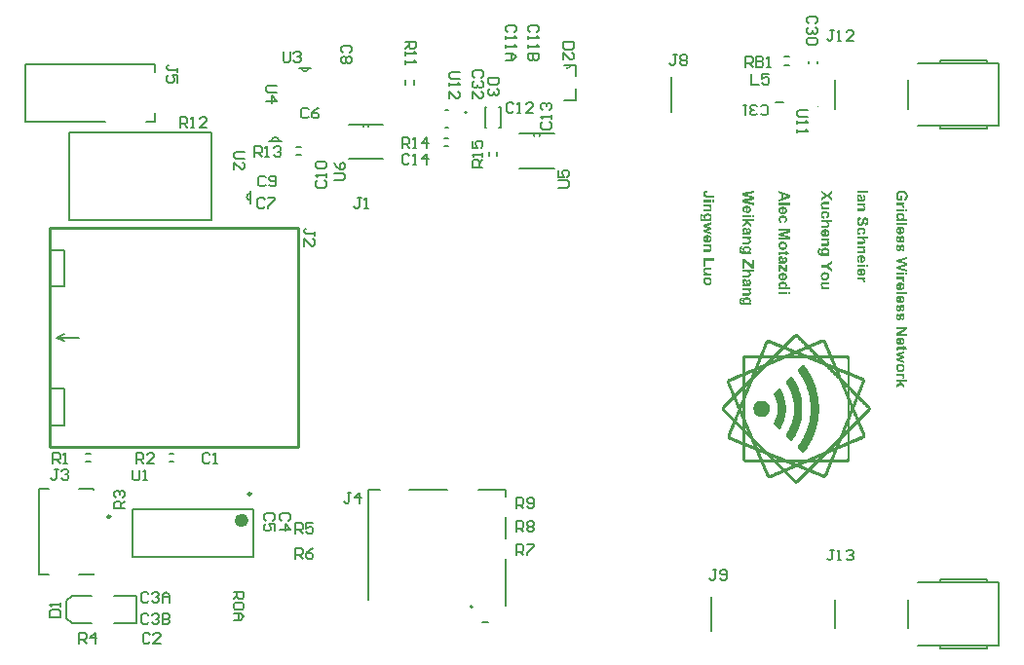
<source format=gto>
G04*
G04 #@! TF.GenerationSoftware,Altium Limited,Altium Designer,18.0.12 (696)*
G04*
G04 Layer_Color=65535*
%FSLAX25Y25*%
%MOIN*%
G70*
G01*
G75*
%ADD10C,0.00394*%
%ADD11C,0.00787*%
%ADD12C,0.00600*%
%ADD13C,0.00984*%
%ADD14C,0.02362*%
%ADD15C,0.00800*%
%ADD16C,0.00500*%
%ADD17C,0.00100*%
%ADD18C,0.01000*%
G36*
X225772Y155268D02*
X225769D01*
X225757D01*
X225739Y155265D01*
X225718D01*
X225691Y155262D01*
X225661Y155259D01*
X225625Y155256D01*
X225589Y155250D01*
X225511Y155238D01*
X225433Y155223D01*
X225397Y155211D01*
X225364Y155199D01*
X225331Y155187D01*
X225304Y155172D01*
X225301Y155169D01*
X225295Y155166D01*
X225286Y155160D01*
X225271Y155148D01*
X225238Y155118D01*
X225202Y155076D01*
X225163Y155025D01*
X225145Y154992D01*
X225130Y154959D01*
X225115Y154920D01*
X225106Y154881D01*
X225100Y154836D01*
X225097Y154791D01*
Y154767D01*
X225100Y154749D01*
X225103Y154728D01*
X225106Y154704D01*
X225115Y154647D01*
X225133Y154587D01*
X225160Y154527D01*
X225175Y154500D01*
X225196Y154473D01*
X225217Y154446D01*
X225244Y154425D01*
X225247D01*
X225250Y154419D01*
X225262Y154416D01*
X225274Y154407D01*
X225292Y154401D01*
X225316Y154392D01*
X225343Y154380D01*
X225376Y154371D01*
X225415Y154362D01*
X225460Y154350D01*
X225508Y154341D01*
X225565Y154335D01*
X225628Y154326D01*
X225697Y154323D01*
X225775Y154317D01*
X225859D01*
X228346D01*
Y153540D01*
X225910D01*
X225904D01*
X225889D01*
X225865D01*
X225832D01*
X225793Y153543D01*
X225745D01*
X225694Y153546D01*
X225640Y153549D01*
X225580Y153555D01*
X225520Y153561D01*
X225400Y153576D01*
X225340Y153585D01*
X225280Y153597D01*
X225226Y153609D01*
X225175Y153624D01*
X225172D01*
X225160Y153630D01*
X225142Y153636D01*
X225118Y153645D01*
X225091Y153660D01*
X225058Y153675D01*
X225022Y153696D01*
X224983Y153717D01*
X224938Y153744D01*
X224896Y153774D01*
X224851Y153807D01*
X224806Y153846D01*
X224761Y153888D01*
X224716Y153933D01*
X224674Y153981D01*
X224635Y154035D01*
X224632Y154038D01*
X224626Y154050D01*
X224617Y154065D01*
X224605Y154089D01*
X224587Y154119D01*
X224572Y154155D01*
X224554Y154197D01*
X224536Y154245D01*
X224515Y154296D01*
X224497Y154356D01*
X224482Y154419D01*
X224467Y154488D01*
X224452Y154563D01*
X224443Y154644D01*
X224437Y154728D01*
X224434Y154815D01*
Y154839D01*
X224437Y154869D01*
X224440Y154908D01*
X224443Y154956D01*
X224452Y155013D01*
X224461Y155073D01*
X224473Y155139D01*
X224491Y155208D01*
X224512Y155280D01*
X224536Y155352D01*
X224569Y155427D01*
X224605Y155499D01*
X224647Y155568D01*
X224695Y155634D01*
X224752Y155694D01*
X224755Y155697D01*
X224767Y155706D01*
X224785Y155721D01*
X224812Y155742D01*
X224845Y155766D01*
X224884Y155790D01*
X224932Y155817D01*
X224989Y155847D01*
X225052Y155874D01*
X225121Y155904D01*
X225196Y155928D01*
X225280Y155952D01*
X225373Y155973D01*
X225469Y155988D01*
X225577Y155997D01*
X225688Y156000D01*
X225772Y155268D01*
D02*
G37*
G36*
X228346Y151983D02*
X227665D01*
Y152721D01*
X228346D01*
Y151983D01*
D02*
G37*
G36*
X227287D02*
X224500D01*
Y152721D01*
X227287D01*
Y151983D01*
D02*
G37*
G36*
Y150552D02*
X226876D01*
X226882Y150549D01*
X226897Y150534D01*
X226921Y150516D01*
X226951Y150486D01*
X226984Y150450D01*
X227026Y150408D01*
X227068Y150357D01*
X227113Y150300D01*
X227155Y150237D01*
X227197Y150168D01*
X227239Y150093D01*
X227275Y150012D01*
X227305Y149925D01*
X227326Y149835D01*
X227341Y149739D01*
X227347Y149637D01*
Y149595D01*
X227344Y149574D01*
X227341Y149547D01*
Y149520D01*
X227335Y149490D01*
X227326Y149421D01*
X227308Y149346D01*
X227287Y149268D01*
X227257Y149190D01*
Y149187D01*
X227254Y149181D01*
X227248Y149172D01*
X227242Y149157D01*
X227221Y149121D01*
X227197Y149076D01*
X227164Y149028D01*
X227125Y148977D01*
X227080Y148929D01*
X227032Y148887D01*
X227026Y148881D01*
X227008Y148869D01*
X226981Y148851D01*
X226942Y148830D01*
X226897Y148806D01*
X226846Y148782D01*
X226786Y148758D01*
X226723Y148740D01*
X226720D01*
X226714Y148737D01*
X226705D01*
X226690Y148734D01*
X226675Y148731D01*
X226651Y148728D01*
X226627Y148722D01*
X226597Y148719D01*
X226564Y148716D01*
X226528Y148710D01*
X226486Y148707D01*
X226441Y148704D01*
X226393Y148701D01*
X226342D01*
X226288Y148698D01*
X226228D01*
X224500D01*
Y149436D01*
X225919D01*
X225925D01*
X225940D01*
X225961D01*
X225991D01*
X226027D01*
X226069Y149439D01*
X226114D01*
X226162Y149442D01*
X226258Y149448D01*
X226354Y149457D01*
X226399Y149463D01*
X226438Y149469D01*
X226474Y149475D01*
X226501Y149484D01*
X226504D01*
X226507Y149487D01*
X226522Y149493D01*
X226549Y149505D01*
X226579Y149520D01*
X226612Y149544D01*
X226645Y149571D01*
X226678Y149601D01*
X226708Y149640D01*
X226711Y149646D01*
X226720Y149658D01*
X226732Y149682D01*
X226747Y149712D01*
X226759Y149748D01*
X226771Y149790D01*
X226780Y149838D01*
X226783Y149892D01*
Y149910D01*
X226780Y149925D01*
Y149940D01*
X226777Y149961D01*
X226771Y150006D01*
X226756Y150060D01*
X226738Y150117D01*
X226714Y150177D01*
X226678Y150237D01*
Y150240D01*
X226672Y150243D01*
X226660Y150261D01*
X226636Y150288D01*
X226603Y150318D01*
X226564Y150354D01*
X226516Y150387D01*
X226462Y150420D01*
X226399Y150444D01*
X226396D01*
X226390Y150447D01*
X226381Y150450D01*
X226366Y150453D01*
X226345Y150456D01*
X226321Y150462D01*
X226288Y150465D01*
X226255Y150471D01*
X226213Y150477D01*
X226168Y150480D01*
X226114Y150486D01*
X226057Y150489D01*
X225991Y150492D01*
X225922Y150495D01*
X225844Y150498D01*
X225760D01*
X224500D01*
Y151236D01*
X227287D01*
Y150552D01*
D02*
G37*
G36*
X225973Y148113D02*
X226021Y148110D01*
X226081Y148107D01*
X226147Y148098D01*
X226222Y148089D01*
X226303Y148074D01*
X226387Y148056D01*
X226474Y148035D01*
X226564Y148008D01*
X226654Y147975D01*
X226741Y147936D01*
X226822Y147891D01*
X226903Y147840D01*
X226975Y147780D01*
X226978Y147777D01*
X226990Y147765D01*
X227008Y147747D01*
X227032Y147720D01*
X227062Y147687D01*
X227092Y147648D01*
X227125Y147600D01*
X227161Y147549D01*
X227197Y147492D01*
X227230Y147429D01*
X227260Y147360D01*
X227290Y147285D01*
X227314Y147207D01*
X227332Y147123D01*
X227344Y147036D01*
X227347Y146943D01*
Y146919D01*
X227344Y146892D01*
X227341Y146856D01*
X227332Y146814D01*
X227323Y146763D01*
X227308Y146706D01*
X227290Y146643D01*
X227266Y146577D01*
X227236Y146508D01*
X227200Y146436D01*
X227155Y146367D01*
X227104Y146295D01*
X227041Y146223D01*
X226972Y146157D01*
X226891Y146091D01*
X227287D01*
Y145401D01*
X224785D01*
X224779D01*
X224764D01*
X224737D01*
X224704D01*
X224665Y145404D01*
X224617D01*
X224566Y145407D01*
X224509Y145410D01*
X224389Y145422D01*
X224266Y145437D01*
X224209Y145446D01*
X224152Y145458D01*
X224098Y145470D01*
X224050Y145485D01*
X224047D01*
X224038Y145488D01*
X224026Y145494D01*
X224011Y145500D01*
X223990Y145509D01*
X223966Y145518D01*
X223912Y145545D01*
X223849Y145575D01*
X223786Y145614D01*
X223726Y145662D01*
X223669Y145713D01*
X223666Y145716D01*
X223663Y145719D01*
X223657Y145728D01*
X223645Y145740D01*
X223633Y145755D01*
X223621Y145773D01*
X223606Y145794D01*
X223588Y145818D01*
X223555Y145872D01*
X223516Y145941D01*
X223483Y146019D01*
X223450Y146106D01*
Y146109D01*
X223447Y146118D01*
X223444Y146130D01*
X223438Y146151D01*
X223432Y146175D01*
X223423Y146202D01*
X223417Y146235D01*
X223411Y146274D01*
X223402Y146316D01*
X223396Y146364D01*
X223387Y146415D01*
X223381Y146469D01*
X223378Y146529D01*
X223372Y146589D01*
X223369Y146655D01*
Y146772D01*
X223372Y146790D01*
Y146841D01*
X223378Y146898D01*
X223381Y146964D01*
X223390Y147039D01*
X223399Y147117D01*
X223411Y147198D01*
X223429Y147282D01*
X223447Y147366D01*
X223471Y147450D01*
X223498Y147528D01*
X223531Y147603D01*
X223570Y147672D01*
X223612Y147732D01*
X223615Y147735D01*
X223624Y147744D01*
X223636Y147759D01*
X223657Y147777D01*
X223681Y147801D01*
X223708Y147825D01*
X223741Y147852D01*
X223780Y147879D01*
X223822Y147906D01*
X223870Y147933D01*
X223921Y147957D01*
X223975Y147981D01*
X224035Y147999D01*
X224095Y148014D01*
X224161Y148023D01*
X224230Y148026D01*
X224233D01*
X224236D01*
X224254D01*
X224281D01*
X224317Y148023D01*
X224215Y147180D01*
X224212D01*
X224209D01*
X224191Y147174D01*
X224167Y147168D01*
X224134Y147159D01*
X224101Y147147D01*
X224068Y147132D01*
X224038Y147111D01*
X224014Y147084D01*
X224011Y147078D01*
X224002Y147063D01*
X223987Y147039D01*
X223975Y147003D01*
X223960Y146958D01*
X223945Y146901D01*
X223936Y146832D01*
X223933Y146754D01*
Y146706D01*
X223936Y146682D01*
X223939Y146655D01*
X223945Y146592D01*
X223954Y146523D01*
X223969Y146451D01*
X223990Y146382D01*
X224005Y146349D01*
X224020Y146322D01*
X224023Y146319D01*
X224032Y146307D01*
X224047Y146289D01*
X224065Y146265D01*
X224092Y146244D01*
X224125Y146217D01*
X224164Y146196D01*
X224209Y146175D01*
X224212Y146172D01*
X224227Y146169D01*
X224251Y146163D01*
X224284Y146157D01*
X224305Y146154D01*
X224332Y146151D01*
X224359Y146148D01*
X224389Y146145D01*
X224422Y146142D01*
X224461Y146139D01*
X224500D01*
X224545D01*
X224953Y146136D01*
X224947Y146139D01*
X224935Y146151D01*
X224911Y146169D01*
X224881Y146196D01*
X224848Y146229D01*
X224809Y146268D01*
X224770Y146313D01*
X224728Y146364D01*
X224683Y146424D01*
X224644Y146487D01*
X224605Y146556D01*
X224572Y146628D01*
X224542Y146709D01*
X224521Y146793D01*
X224506Y146880D01*
X224500Y146973D01*
Y146997D01*
X224503Y147027D01*
X224509Y147066D01*
X224515Y147114D01*
X224524Y147168D01*
X224539Y147228D01*
X224560Y147294D01*
X224584Y147363D01*
X224617Y147435D01*
X224653Y147510D01*
X224701Y147585D01*
X224755Y147657D01*
X224818Y147729D01*
X224890Y147798D01*
X224974Y147861D01*
X224977Y147864D01*
X224992Y147873D01*
X225013Y147885D01*
X225040Y147900D01*
X225079Y147921D01*
X225121Y147942D01*
X225172Y147966D01*
X225232Y147987D01*
X225295Y148011D01*
X225367Y148035D01*
X225442Y148056D01*
X225526Y148077D01*
X225613Y148092D01*
X225706Y148104D01*
X225805Y148113D01*
X225907Y148116D01*
X225910D01*
X225916D01*
X225925D01*
X225937D01*
X225955D01*
X225973Y148113D01*
D02*
G37*
G36*
X227287Y144318D02*
X225460Y143796D01*
X227287Y143316D01*
Y142605D01*
X225460Y142143D01*
X227287Y141612D01*
Y140883D01*
X224500Y141780D01*
Y142485D01*
X226291Y142965D01*
X224500Y143436D01*
Y144153D01*
X227287Y145032D01*
Y144318D01*
D02*
G37*
G36*
X225937Y140706D02*
X225985Y140703D01*
X226042Y140697D01*
X226111Y140691D01*
X226186Y140679D01*
X226264Y140664D01*
X226351Y140646D01*
X226438Y140622D01*
X226528Y140592D01*
X226618Y140556D01*
X226708Y140517D01*
X226795Y140469D01*
X226876Y140412D01*
X226954Y140349D01*
X226960Y140346D01*
X226972Y140331D01*
X226990Y140313D01*
X227017Y140283D01*
X227044Y140247D01*
X227077Y140205D01*
X227113Y140154D01*
X227152Y140097D01*
X227188Y140034D01*
X227224Y139965D01*
X227257Y139890D01*
X227287Y139809D01*
X227311Y139722D01*
X227329Y139632D01*
X227344Y139536D01*
X227347Y139434D01*
Y139407D01*
X227344Y139374D01*
X227341Y139332D01*
X227335Y139278D01*
X227326Y139218D01*
X227314Y139152D01*
X227296Y139077D01*
X227275Y139002D01*
X227248Y138921D01*
X227215Y138840D01*
X227173Y138759D01*
X227128Y138678D01*
X227071Y138597D01*
X227008Y138522D01*
X226936Y138453D01*
X226930Y138450D01*
X226918Y138438D01*
X226894Y138420D01*
X226858Y138396D01*
X226816Y138369D01*
X226762Y138339D01*
X226699Y138309D01*
X226624Y138276D01*
X226543Y138243D01*
X226450Y138210D01*
X226345Y138180D01*
X226231Y138156D01*
X226108Y138135D01*
X225976Y138117D01*
X225832Y138108D01*
X225679D01*
Y139953D01*
X225676D01*
X225664D01*
X225649Y139950D01*
X225625D01*
X225598Y139947D01*
X225565Y139941D01*
X225532Y139935D01*
X225493Y139929D01*
X225412Y139908D01*
X225325Y139875D01*
X225283Y139857D01*
X225244Y139833D01*
X225205Y139806D01*
X225169Y139776D01*
X225166Y139773D01*
X225160Y139767D01*
X225151Y139758D01*
X225142Y139746D01*
X225127Y139728D01*
X225112Y139710D01*
X225097Y139686D01*
X225079Y139659D01*
X225046Y139596D01*
X225016Y139524D01*
X225007Y139485D01*
X224998Y139443D01*
X224992Y139398D01*
X224989Y139353D01*
Y139335D01*
X224992Y139323D01*
X224995Y139293D01*
X225001Y139251D01*
X225013Y139206D01*
X225028Y139158D01*
X225052Y139107D01*
X225082Y139062D01*
X225088Y139056D01*
X225100Y139044D01*
X225124Y139023D01*
X225157Y138996D01*
X225199Y138966D01*
X225253Y138936D01*
X225316Y138909D01*
X225388Y138882D01*
X225265Y138147D01*
X225259Y138150D01*
X225247Y138153D01*
X225226Y138162D01*
X225199Y138174D01*
X225166Y138189D01*
X225127Y138210D01*
X225082Y138231D01*
X225037Y138258D01*
X224986Y138288D01*
X224935Y138321D01*
X224884Y138357D01*
X224833Y138396D01*
X224782Y138441D01*
X224734Y138489D01*
X224689Y138540D01*
X224647Y138597D01*
X224644Y138600D01*
X224638Y138612D01*
X224629Y138627D01*
X224614Y138651D01*
X224599Y138681D01*
X224581Y138717D01*
X224563Y138759D01*
X224542Y138807D01*
X224524Y138858D01*
X224503Y138915D01*
X224485Y138978D01*
X224470Y139047D01*
X224455Y139119D01*
X224446Y139194D01*
X224440Y139275D01*
X224437Y139359D01*
Y139392D01*
X224440Y139407D01*
Y139428D01*
X224443Y139452D01*
X224446Y139479D01*
X224452Y139539D01*
X224461Y139608D01*
X224476Y139683D01*
X224497Y139767D01*
X224521Y139851D01*
X224554Y139941D01*
X224590Y140031D01*
X224638Y140121D01*
X224692Y140205D01*
X224755Y140289D01*
X224827Y140367D01*
X224911Y140436D01*
X224914Y140439D01*
X224929Y140448D01*
X224950Y140460D01*
X224980Y140478D01*
X225016Y140499D01*
X225061Y140523D01*
X225115Y140547D01*
X225172Y140571D01*
X225238Y140598D01*
X225313Y140622D01*
X225391Y140646D01*
X225475Y140667D01*
X225565Y140685D01*
X225664Y140697D01*
X225763Y140706D01*
X225871Y140709D01*
X225874D01*
X225880D01*
X225889D01*
X225901D01*
X225919D01*
X225937Y140706D01*
D02*
G37*
G36*
X227287Y136830D02*
X226876D01*
X226882Y136827D01*
X226897Y136812D01*
X226921Y136794D01*
X226951Y136764D01*
X226984Y136728D01*
X227026Y136686D01*
X227068Y136635D01*
X227113Y136578D01*
X227155Y136515D01*
X227197Y136446D01*
X227239Y136371D01*
X227275Y136290D01*
X227305Y136203D01*
X227326Y136113D01*
X227341Y136017D01*
X227347Y135915D01*
Y135873D01*
X227344Y135852D01*
X227341Y135825D01*
Y135798D01*
X227335Y135768D01*
X227326Y135699D01*
X227308Y135624D01*
X227287Y135546D01*
X227257Y135468D01*
Y135465D01*
X227254Y135459D01*
X227248Y135450D01*
X227242Y135435D01*
X227221Y135399D01*
X227197Y135354D01*
X227164Y135306D01*
X227125Y135255D01*
X227080Y135207D01*
X227032Y135165D01*
X227026Y135159D01*
X227008Y135147D01*
X226981Y135129D01*
X226942Y135108D01*
X226897Y135084D01*
X226846Y135060D01*
X226786Y135036D01*
X226723Y135018D01*
X226720D01*
X226714Y135015D01*
X226705D01*
X226690Y135012D01*
X226675Y135009D01*
X226651Y135006D01*
X226627Y135000D01*
X226597Y134997D01*
X226564Y134994D01*
X226528Y134988D01*
X226486Y134985D01*
X226441Y134982D01*
X226393Y134979D01*
X226342D01*
X226288Y134976D01*
X226228D01*
X224500D01*
Y135714D01*
X225919D01*
X225925D01*
X225940D01*
X225961D01*
X225991D01*
X226027D01*
X226069Y135717D01*
X226114D01*
X226162Y135720D01*
X226258Y135726D01*
X226354Y135735D01*
X226399Y135741D01*
X226438Y135747D01*
X226474Y135753D01*
X226501Y135762D01*
X226504D01*
X226507Y135765D01*
X226522Y135771D01*
X226549Y135783D01*
X226579Y135798D01*
X226612Y135822D01*
X226645Y135849D01*
X226678Y135879D01*
X226708Y135918D01*
X226711Y135924D01*
X226720Y135936D01*
X226732Y135960D01*
X226747Y135990D01*
X226759Y136026D01*
X226771Y136068D01*
X226780Y136116D01*
X226783Y136170D01*
Y136188D01*
X226780Y136203D01*
Y136218D01*
X226777Y136239D01*
X226771Y136284D01*
X226756Y136338D01*
X226738Y136395D01*
X226714Y136455D01*
X226678Y136515D01*
Y136518D01*
X226672Y136521D01*
X226660Y136539D01*
X226636Y136566D01*
X226603Y136596D01*
X226564Y136632D01*
X226516Y136665D01*
X226462Y136698D01*
X226399Y136722D01*
X226396D01*
X226390Y136725D01*
X226381Y136728D01*
X226366Y136731D01*
X226345Y136734D01*
X226321Y136740D01*
X226288Y136743D01*
X226255Y136749D01*
X226213Y136755D01*
X226168Y136758D01*
X226114Y136764D01*
X226057Y136767D01*
X225991Y136770D01*
X225922Y136773D01*
X225844Y136776D01*
X225760D01*
X224500D01*
Y137514D01*
X227287D01*
Y136830D01*
D02*
G37*
G36*
X228313Y131934D02*
X225151D01*
Y130005D01*
X224500D01*
Y132711D01*
X228313D01*
Y131934D01*
D02*
G37*
G36*
X227287Y128736D02*
X226006D01*
X226003D01*
X226000D01*
X225991D01*
X225982D01*
X225952D01*
X225913D01*
X225865D01*
X225814Y128733D01*
X225757D01*
X225697Y128730D01*
X225571Y128727D01*
X225511Y128724D01*
X225454Y128718D01*
X225403Y128715D01*
X225355Y128709D01*
X225316Y128703D01*
X225286Y128697D01*
X225280Y128694D01*
X225265Y128688D01*
X225241Y128679D01*
X225211Y128664D01*
X225178Y128643D01*
X225142Y128616D01*
X225109Y128586D01*
X225076Y128550D01*
X225073Y128544D01*
X225064Y128529D01*
X225052Y128508D01*
X225040Y128475D01*
X225025Y128436D01*
X225013Y128388D01*
X225004Y128337D01*
X225001Y128277D01*
Y128259D01*
X225004Y128244D01*
Y128229D01*
X225007Y128208D01*
X225013Y128163D01*
X225025Y128112D01*
X225043Y128055D01*
X225070Y127998D01*
X225103Y127941D01*
Y127938D01*
X225109Y127935D01*
X225121Y127917D01*
X225145Y127890D01*
X225175Y127860D01*
X225211Y127824D01*
X225256Y127791D01*
X225307Y127761D01*
X225361Y127737D01*
X225364D01*
X225370Y127734D01*
X225379Y127731D01*
X225394Y127728D01*
X225415Y127725D01*
X225442Y127719D01*
X225472Y127713D01*
X225511Y127707D01*
X225559Y127704D01*
X225610Y127698D01*
X225673Y127692D01*
X225742Y127689D01*
X225820Y127686D01*
X225907Y127683D01*
X226003Y127680D01*
X226111D01*
X227287D01*
Y126942D01*
X224500D01*
Y127626D01*
X224914D01*
X224911Y127629D01*
X224905Y127632D01*
X224893Y127641D01*
X224878Y127653D01*
X224860Y127668D01*
X224836Y127686D01*
X224812Y127710D01*
X224788Y127734D01*
X224731Y127791D01*
X224671Y127860D01*
X224614Y127938D01*
X224563Y128028D01*
Y128031D01*
X224557Y128040D01*
X224551Y128052D01*
X224542Y128070D01*
X224533Y128094D01*
X224524Y128121D01*
X224512Y128151D01*
X224500Y128184D01*
X224488Y128223D01*
X224476Y128262D01*
X224458Y128352D01*
X224443Y128448D01*
X224437Y128550D01*
Y128577D01*
X224440Y128598D01*
Y128622D01*
X224443Y128652D01*
X224446Y128682D01*
X224452Y128718D01*
X224467Y128796D01*
X224488Y128880D01*
X224518Y128970D01*
X224560Y129054D01*
X224563Y129057D01*
X224566Y129063D01*
X224572Y129075D01*
X224584Y129090D01*
X224596Y129108D01*
X224611Y129129D01*
X224650Y129177D01*
X224698Y129231D01*
X224758Y129282D01*
X224827Y129333D01*
X224905Y129375D01*
X224908D01*
X224914Y129378D01*
X224929Y129384D01*
X224947Y129390D01*
X224968Y129399D01*
X224995Y129405D01*
X225028Y129414D01*
X225067Y129423D01*
X225106Y129435D01*
X225154Y129444D01*
X225205Y129450D01*
X225259Y129459D01*
X225319Y129465D01*
X225382Y129471D01*
X225451Y129474D01*
X225523D01*
X227287D01*
Y128736D01*
D02*
G37*
G36*
X225994Y126345D02*
X226027Y126342D01*
X226066Y126339D01*
X226108Y126333D01*
X226156Y126324D01*
X226210Y126315D01*
X226264Y126303D01*
X226324Y126288D01*
X226384Y126273D01*
X226447Y126252D01*
X226510Y126228D01*
X226576Y126201D01*
X226639Y126168D01*
X226642Y126165D01*
X226654Y126159D01*
X226672Y126150D01*
X226696Y126135D01*
X226726Y126117D01*
X226759Y126093D01*
X226795Y126066D01*
X226834Y126036D01*
X226876Y126003D01*
X226918Y125964D01*
X226963Y125922D01*
X227005Y125877D01*
X227050Y125829D01*
X227089Y125775D01*
X227128Y125718D01*
X227164Y125658D01*
X227167Y125655D01*
X227173Y125643D01*
X227182Y125625D01*
X227194Y125598D01*
X227206Y125568D01*
X227221Y125532D01*
X227239Y125487D01*
X227257Y125439D01*
X227272Y125388D01*
X227290Y125331D01*
X227305Y125271D01*
X227320Y125205D01*
X227329Y125136D01*
X227338Y125067D01*
X227344Y124992D01*
X227347Y124917D01*
Y124875D01*
X227344Y124857D01*
X227341Y124812D01*
X227335Y124758D01*
X227326Y124695D01*
X227314Y124626D01*
X227296Y124551D01*
X227275Y124470D01*
X227248Y124386D01*
X227215Y124299D01*
X227173Y124212D01*
X227128Y124128D01*
X227071Y124041D01*
X227008Y123960D01*
X226936Y123882D01*
X226930Y123876D01*
X226918Y123864D01*
X226894Y123846D01*
X226861Y123819D01*
X226822Y123789D01*
X226774Y123753D01*
X226717Y123717D01*
X226651Y123678D01*
X226582Y123642D01*
X226501Y123606D01*
X226417Y123570D01*
X226324Y123540D01*
X226228Y123513D01*
X226123Y123495D01*
X226012Y123480D01*
X225898Y123477D01*
X225895D01*
X225892D01*
X225883D01*
X225871D01*
X225856D01*
X225838Y123480D01*
X225793Y123483D01*
X225739Y123489D01*
X225676Y123498D01*
X225607Y123510D01*
X225532Y123528D01*
X225451Y123549D01*
X225367Y123576D01*
X225280Y123609D01*
X225190Y123648D01*
X225103Y123696D01*
X225016Y123750D01*
X224932Y123813D01*
X224851Y123885D01*
X224845Y123891D01*
X224833Y123903D01*
X224812Y123927D01*
X224785Y123957D01*
X224755Y123999D01*
X224719Y124047D01*
X224683Y124104D01*
X224644Y124167D01*
X224605Y124236D01*
X224569Y124314D01*
X224533Y124398D01*
X224503Y124491D01*
X224476Y124587D01*
X224455Y124689D01*
X224443Y124797D01*
X224437Y124911D01*
Y124950D01*
X224440Y124977D01*
X224443Y125010D01*
X224446Y125052D01*
X224452Y125097D01*
X224458Y125145D01*
X224467Y125202D01*
X224479Y125259D01*
X224494Y125319D01*
X224509Y125382D01*
X224530Y125445D01*
X224551Y125511D01*
X224578Y125577D01*
X224608Y125643D01*
X224611Y125646D01*
X224617Y125658D01*
X224626Y125676D01*
X224641Y125700D01*
X224659Y125727D01*
X224680Y125763D01*
X224707Y125799D01*
X224737Y125838D01*
X224770Y125880D01*
X224809Y125922D01*
X224851Y125967D01*
X224896Y126009D01*
X224944Y126054D01*
X224998Y126093D01*
X225055Y126132D01*
X225115Y126168D01*
X225118Y126171D01*
X225130Y126177D01*
X225148Y126186D01*
X225175Y126195D01*
X225208Y126210D01*
X225247Y126225D01*
X225292Y126240D01*
X225343Y126258D01*
X225400Y126276D01*
X225463Y126291D01*
X225529Y126306D01*
X225601Y126321D01*
X225679Y126330D01*
X225757Y126339D01*
X225844Y126345D01*
X225931Y126348D01*
X225934D01*
X225946D01*
X225967D01*
X225994Y126345D01*
D02*
G37*
G36*
X241759Y155208D02*
X239116Y154629D01*
X241759Y153927D01*
Y153003D01*
X239071Y152328D01*
X241759Y151737D01*
Y150954D01*
X237913Y151887D01*
Y152718D01*
X240787Y153480D01*
X237913Y154245D01*
Y155085D01*
X241759Y156000D01*
Y155208D01*
D02*
G37*
G36*
X239350Y150777D02*
X239398Y150774D01*
X239455Y150768D01*
X239524Y150762D01*
X239599Y150750D01*
X239677Y150735D01*
X239764Y150717D01*
X239851Y150693D01*
X239941Y150663D01*
X240031Y150627D01*
X240121Y150588D01*
X240208Y150540D01*
X240289Y150483D01*
X240367Y150420D01*
X240373Y150417D01*
X240385Y150402D01*
X240403Y150384D01*
X240430Y150354D01*
X240457Y150318D01*
X240490Y150276D01*
X240526Y150225D01*
X240565Y150168D01*
X240601Y150105D01*
X240637Y150036D01*
X240670Y149961D01*
X240700Y149880D01*
X240724Y149793D01*
X240742Y149703D01*
X240757Y149607D01*
X240760Y149505D01*
Y149478D01*
X240757Y149445D01*
X240754Y149403D01*
X240748Y149349D01*
X240739Y149289D01*
X240727Y149223D01*
X240709Y149148D01*
X240688Y149073D01*
X240661Y148992D01*
X240628Y148911D01*
X240586Y148830D01*
X240541Y148749D01*
X240484Y148668D01*
X240421Y148593D01*
X240349Y148524D01*
X240343Y148521D01*
X240331Y148509D01*
X240307Y148491D01*
X240271Y148467D01*
X240229Y148440D01*
X240175Y148410D01*
X240112Y148380D01*
X240037Y148347D01*
X239956Y148314D01*
X239863Y148281D01*
X239758Y148251D01*
X239644Y148227D01*
X239521Y148206D01*
X239389Y148188D01*
X239245Y148179D01*
X239092D01*
Y150024D01*
X239089D01*
X239077D01*
X239062Y150021D01*
X239038D01*
X239011Y150018D01*
X238978Y150012D01*
X238945Y150006D01*
X238906Y150000D01*
X238825Y149979D01*
X238738Y149946D01*
X238696Y149928D01*
X238657Y149904D01*
X238618Y149877D01*
X238582Y149847D01*
X238579Y149844D01*
X238573Y149838D01*
X238564Y149829D01*
X238555Y149817D01*
X238540Y149799D01*
X238525Y149781D01*
X238510Y149757D01*
X238492Y149730D01*
X238459Y149667D01*
X238429Y149595D01*
X238420Y149556D01*
X238411Y149514D01*
X238405Y149469D01*
X238402Y149424D01*
Y149406D01*
X238405Y149394D01*
X238408Y149364D01*
X238414Y149322D01*
X238426Y149277D01*
X238441Y149229D01*
X238465Y149178D01*
X238495Y149133D01*
X238501Y149127D01*
X238513Y149115D01*
X238537Y149094D01*
X238570Y149067D01*
X238612Y149037D01*
X238666Y149007D01*
X238729Y148980D01*
X238801Y148953D01*
X238678Y148218D01*
X238672Y148221D01*
X238660Y148224D01*
X238639Y148233D01*
X238612Y148245D01*
X238579Y148260D01*
X238540Y148281D01*
X238495Y148302D01*
X238450Y148329D01*
X238399Y148359D01*
X238348Y148392D01*
X238297Y148428D01*
X238246Y148467D01*
X238195Y148512D01*
X238147Y148560D01*
X238102Y148611D01*
X238060Y148668D01*
X238057Y148671D01*
X238051Y148683D01*
X238042Y148698D01*
X238027Y148722D01*
X238012Y148752D01*
X237994Y148788D01*
X237976Y148830D01*
X237955Y148878D01*
X237937Y148929D01*
X237916Y148986D01*
X237898Y149049D01*
X237883Y149118D01*
X237868Y149190D01*
X237859Y149265D01*
X237853Y149346D01*
X237850Y149430D01*
Y149463D01*
X237853Y149478D01*
Y149499D01*
X237856Y149523D01*
X237859Y149550D01*
X237865Y149610D01*
X237874Y149679D01*
X237889Y149754D01*
X237910Y149838D01*
X237934Y149922D01*
X237967Y150012D01*
X238003Y150102D01*
X238051Y150192D01*
X238105Y150276D01*
X238168Y150360D01*
X238240Y150438D01*
X238324Y150507D01*
X238327Y150510D01*
X238342Y150519D01*
X238363Y150531D01*
X238393Y150549D01*
X238429Y150570D01*
X238474Y150594D01*
X238528Y150618D01*
X238585Y150642D01*
X238651Y150669D01*
X238726Y150693D01*
X238804Y150717D01*
X238888Y150738D01*
X238978Y150756D01*
X239077Y150768D01*
X239176Y150777D01*
X239284Y150780D01*
X239287D01*
X239293D01*
X239302D01*
X239314D01*
X239332D01*
X239350Y150777D01*
D02*
G37*
G36*
X241759Y146841D02*
X241078D01*
Y147579D01*
X241759D01*
Y146841D01*
D02*
G37*
G36*
X240700D02*
X237913D01*
Y147579D01*
X240700D01*
Y146841D01*
D02*
G37*
G36*
X241759Y145374D02*
X239716D01*
X240700Y144513D01*
Y143607D01*
X239680Y144558D01*
X237913Y143538D01*
Y144333D01*
X239164Y145035D01*
X238804Y145374D01*
X237913D01*
Y146112D01*
X241759D01*
Y145374D01*
D02*
G37*
G36*
X238711Y143289D02*
X238732D01*
X238756Y143286D01*
X238813Y143277D01*
X238879Y143265D01*
X238948Y143244D01*
X239023Y143217D01*
X239092Y143181D01*
X239095D01*
X239101Y143175D01*
X239110Y143169D01*
X239122Y143160D01*
X239155Y143133D01*
X239197Y143100D01*
X239242Y143055D01*
X239290Y143001D01*
X239335Y142938D01*
X239377Y142866D01*
Y142863D01*
X239380Y142857D01*
X239386Y142845D01*
X239395Y142827D01*
X239401Y142806D01*
X239413Y142782D01*
X239422Y142752D01*
X239437Y142716D01*
X239449Y142677D01*
X239461Y142632D01*
X239476Y142584D01*
X239491Y142533D01*
X239506Y142476D01*
X239521Y142413D01*
X239533Y142347D01*
X239548Y142278D01*
Y142272D01*
X239554Y142254D01*
X239557Y142230D01*
X239566Y142194D01*
X239575Y142152D01*
X239584Y142104D01*
X239596Y142050D01*
X239608Y141996D01*
X239635Y141876D01*
X239668Y141759D01*
X239683Y141702D01*
X239698Y141648D01*
X239716Y141603D01*
X239731Y141561D01*
X239803D01*
X239806D01*
X239812D01*
X239824D01*
X239836Y141564D01*
X239875Y141567D01*
X239920Y141573D01*
X239968Y141588D01*
X240019Y141606D01*
X240064Y141630D01*
X240103Y141666D01*
X240106Y141672D01*
X240118Y141687D01*
X240124Y141699D01*
X240133Y141714D01*
X240142Y141732D01*
X240151Y141756D01*
X240157Y141780D01*
X240166Y141810D01*
X240175Y141843D01*
X240181Y141879D01*
X240187Y141918D01*
X240193Y141963D01*
X240196Y142011D01*
Y142098D01*
X240193Y142131D01*
X240187Y142176D01*
X240178Y142224D01*
X240163Y142275D01*
X240145Y142326D01*
X240118Y142371D01*
X240115Y142377D01*
X240103Y142389D01*
X240082Y142410D01*
X240055Y142434D01*
X240019Y142464D01*
X239971Y142491D01*
X239914Y142521D01*
X239848Y142548D01*
X239968Y143217D01*
X239974D01*
X239986Y143211D01*
X240007Y143205D01*
X240034Y143196D01*
X240067Y143184D01*
X240106Y143166D01*
X240148Y143148D01*
X240193Y143127D01*
X240241Y143103D01*
X240292Y143073D01*
X240340Y143043D01*
X240391Y143007D01*
X240439Y142968D01*
X240484Y142926D01*
X240526Y142881D01*
X240565Y142830D01*
X240568Y142827D01*
X240574Y142818D01*
X240583Y142800D01*
X240595Y142779D01*
X240610Y142749D01*
X240628Y142713D01*
X240643Y142671D01*
X240664Y142623D01*
X240682Y142569D01*
X240697Y142509D01*
X240715Y142440D01*
X240730Y142368D01*
X240742Y142287D01*
X240751Y142200D01*
X240757Y142107D01*
X240760Y142008D01*
Y141960D01*
X240757Y141927D01*
Y141885D01*
X240754Y141840D01*
X240751Y141786D01*
X240745Y141732D01*
X240733Y141612D01*
X240712Y141489D01*
X240697Y141432D01*
X240682Y141375D01*
X240664Y141321D01*
X240643Y141273D01*
Y141270D01*
X240637Y141261D01*
X240631Y141249D01*
X240622Y141234D01*
X240610Y141213D01*
X240598Y141192D01*
X240562Y141138D01*
X240520Y141084D01*
X240469Y141027D01*
X240412Y140973D01*
X240379Y140952D01*
X240346Y140931D01*
X240343D01*
X240337Y140928D01*
X240325Y140922D01*
X240310Y140916D01*
X240289Y140907D01*
X240265Y140901D01*
X240232Y140892D01*
X240196Y140880D01*
X240154Y140871D01*
X240106Y140862D01*
X240052Y140856D01*
X239992Y140847D01*
X239926Y140841D01*
X239851Y140835D01*
X239773Y140832D01*
X239686D01*
X238825Y140844D01*
X238822D01*
X238810D01*
X238789D01*
X238765D01*
X238735D01*
X238699Y140841D01*
X238663D01*
X238621D01*
X238531Y140835D01*
X238444Y140829D01*
X238357Y140823D01*
X238321Y140817D01*
X238285Y140811D01*
X238282D01*
X238276Y140808D01*
X238267D01*
X238255Y140805D01*
X238240Y140799D01*
X238219Y140793D01*
X238174Y140781D01*
X238117Y140763D01*
X238054Y140739D01*
X237985Y140709D01*
X237913Y140676D01*
Y141405D01*
X237916D01*
X237928Y141411D01*
X237943Y141417D01*
X237967Y141426D01*
X237997Y141435D01*
X238036Y141447D01*
X238078Y141462D01*
X238129Y141477D01*
X238132D01*
X238141Y141480D01*
X238150Y141483D01*
X238165Y141486D01*
X238195Y141495D01*
X238207Y141501D01*
X238216Y141504D01*
X238213Y141507D01*
X238207Y141513D01*
X238198Y141522D01*
X238186Y141537D01*
X238171Y141555D01*
X238153Y141576D01*
X238135Y141600D01*
X238114Y141624D01*
X238069Y141687D01*
X238021Y141753D01*
X237979Y141828D01*
X237940Y141909D01*
Y141912D01*
X237937Y141918D01*
X237931Y141930D01*
X237925Y141945D01*
X237919Y141966D01*
X237913Y141990D01*
X237904Y142017D01*
X237895Y142047D01*
X237880Y142116D01*
X237865Y142191D01*
X237853Y142278D01*
X237850Y142368D01*
Y142386D01*
X237853Y142410D01*
Y142440D01*
X237856Y142476D01*
X237862Y142518D01*
X237868Y142563D01*
X237880Y142614D01*
X237892Y142668D01*
X237907Y142722D01*
X237925Y142779D01*
X237949Y142836D01*
X237973Y142890D01*
X238006Y142944D01*
X238039Y142998D01*
X238081Y143046D01*
X238084Y143049D01*
X238093Y143055D01*
X238105Y143070D01*
X238123Y143085D01*
X238147Y143103D01*
X238174Y143124D01*
X238207Y143145D01*
X238243Y143169D01*
X238282Y143193D01*
X238327Y143214D01*
X238378Y143235D01*
X238429Y143253D01*
X238486Y143268D01*
X238543Y143280D01*
X238606Y143289D01*
X238672Y143292D01*
X238675D01*
X238684D01*
X238696D01*
X238711Y143289D01*
D02*
G37*
G36*
X240700Y139434D02*
X240289D01*
X240295Y139431D01*
X240310Y139416D01*
X240334Y139398D01*
X240364Y139368D01*
X240397Y139332D01*
X240439Y139290D01*
X240481Y139239D01*
X240526Y139182D01*
X240568Y139119D01*
X240610Y139050D01*
X240652Y138975D01*
X240688Y138894D01*
X240718Y138807D01*
X240739Y138717D01*
X240754Y138621D01*
X240760Y138519D01*
Y138477D01*
X240757Y138456D01*
X240754Y138429D01*
Y138402D01*
X240748Y138372D01*
X240739Y138303D01*
X240721Y138228D01*
X240700Y138150D01*
X240670Y138072D01*
Y138069D01*
X240667Y138063D01*
X240661Y138054D01*
X240655Y138039D01*
X240634Y138003D01*
X240610Y137958D01*
X240577Y137910D01*
X240538Y137859D01*
X240493Y137811D01*
X240445Y137769D01*
X240439Y137763D01*
X240421Y137751D01*
X240394Y137733D01*
X240355Y137712D01*
X240310Y137688D01*
X240259Y137664D01*
X240199Y137640D01*
X240136Y137622D01*
X240133D01*
X240127Y137619D01*
X240118D01*
X240103Y137616D01*
X240088Y137613D01*
X240064Y137610D01*
X240040Y137604D01*
X240010Y137601D01*
X239977Y137598D01*
X239941Y137592D01*
X239899Y137589D01*
X239854Y137586D01*
X239806Y137583D01*
X239755D01*
X239701Y137580D01*
X239641D01*
X237913D01*
Y138318D01*
X239332D01*
X239338D01*
X239353D01*
X239374D01*
X239404D01*
X239440D01*
X239482Y138321D01*
X239527D01*
X239575Y138324D01*
X239671Y138330D01*
X239767Y138339D01*
X239812Y138345D01*
X239851Y138351D01*
X239887Y138357D01*
X239914Y138366D01*
X239917D01*
X239920Y138369D01*
X239935Y138375D01*
X239962Y138387D01*
X239992Y138402D01*
X240025Y138426D01*
X240058Y138453D01*
X240091Y138483D01*
X240121Y138522D01*
X240124Y138528D01*
X240133Y138540D01*
X240145Y138564D01*
X240160Y138594D01*
X240172Y138630D01*
X240184Y138672D01*
X240193Y138720D01*
X240196Y138774D01*
Y138792D01*
X240193Y138807D01*
Y138822D01*
X240190Y138843D01*
X240184Y138888D01*
X240169Y138942D01*
X240151Y138999D01*
X240127Y139059D01*
X240091Y139119D01*
Y139122D01*
X240085Y139125D01*
X240073Y139143D01*
X240049Y139170D01*
X240016Y139200D01*
X239977Y139236D01*
X239929Y139269D01*
X239875Y139302D01*
X239812Y139326D01*
X239809D01*
X239803Y139329D01*
X239794Y139332D01*
X239779Y139335D01*
X239758Y139338D01*
X239734Y139344D01*
X239701Y139347D01*
X239668Y139353D01*
X239626Y139359D01*
X239581Y139362D01*
X239527Y139368D01*
X239470Y139371D01*
X239404Y139374D01*
X239335Y139377D01*
X239257Y139380D01*
X239173D01*
X237913D01*
Y140118D01*
X240700D01*
Y139434D01*
D02*
G37*
G36*
X239386Y136995D02*
X239434Y136992D01*
X239494Y136989D01*
X239560Y136980D01*
X239635Y136971D01*
X239716Y136956D01*
X239800Y136938D01*
X239887Y136917D01*
X239977Y136890D01*
X240067Y136857D01*
X240154Y136818D01*
X240235Y136773D01*
X240316Y136722D01*
X240388Y136662D01*
X240391Y136659D01*
X240403Y136647D01*
X240421Y136629D01*
X240445Y136602D01*
X240475Y136569D01*
X240505Y136530D01*
X240538Y136482D01*
X240574Y136431D01*
X240610Y136374D01*
X240643Y136311D01*
X240673Y136242D01*
X240703Y136167D01*
X240727Y136089D01*
X240745Y136005D01*
X240757Y135918D01*
X240760Y135825D01*
Y135801D01*
X240757Y135774D01*
X240754Y135738D01*
X240745Y135696D01*
X240736Y135645D01*
X240721Y135588D01*
X240703Y135525D01*
X240679Y135459D01*
X240649Y135390D01*
X240613Y135318D01*
X240568Y135249D01*
X240517Y135177D01*
X240454Y135105D01*
X240385Y135039D01*
X240304Y134973D01*
X240700D01*
Y134283D01*
X238198D01*
X238192D01*
X238177D01*
X238150D01*
X238117D01*
X238078Y134286D01*
X238030D01*
X237979Y134289D01*
X237922Y134292D01*
X237802Y134304D01*
X237679Y134319D01*
X237622Y134328D01*
X237565Y134340D01*
X237511Y134352D01*
X237463Y134367D01*
X237460D01*
X237451Y134370D01*
X237439Y134376D01*
X237424Y134382D01*
X237403Y134391D01*
X237379Y134400D01*
X237325Y134427D01*
X237262Y134457D01*
X237199Y134496D01*
X237139Y134544D01*
X237082Y134595D01*
X237079Y134598D01*
X237076Y134601D01*
X237070Y134610D01*
X237058Y134622D01*
X237046Y134637D01*
X237034Y134655D01*
X237019Y134676D01*
X237001Y134700D01*
X236968Y134754D01*
X236929Y134823D01*
X236896Y134901D01*
X236863Y134988D01*
Y134991D01*
X236860Y135000D01*
X236857Y135012D01*
X236851Y135033D01*
X236845Y135057D01*
X236836Y135084D01*
X236830Y135117D01*
X236824Y135156D01*
X236815Y135198D01*
X236809Y135246D01*
X236800Y135297D01*
X236794Y135351D01*
X236791Y135411D01*
X236785Y135471D01*
X236782Y135537D01*
Y135654D01*
X236785Y135672D01*
Y135723D01*
X236791Y135780D01*
X236794Y135846D01*
X236803Y135921D01*
X236812Y135999D01*
X236824Y136080D01*
X236842Y136164D01*
X236860Y136248D01*
X236884Y136332D01*
X236911Y136410D01*
X236944Y136485D01*
X236983Y136554D01*
X237025Y136614D01*
X237028Y136617D01*
X237037Y136626D01*
X237049Y136641D01*
X237070Y136659D01*
X237094Y136683D01*
X237121Y136707D01*
X237154Y136734D01*
X237193Y136761D01*
X237235Y136788D01*
X237283Y136815D01*
X237334Y136839D01*
X237388Y136863D01*
X237448Y136881D01*
X237508Y136896D01*
X237574Y136905D01*
X237643Y136908D01*
X237646D01*
X237649D01*
X237667D01*
X237694D01*
X237730Y136905D01*
X237628Y136062D01*
X237625D01*
X237622D01*
X237604Y136056D01*
X237580Y136050D01*
X237547Y136041D01*
X237514Y136029D01*
X237481Y136014D01*
X237451Y135993D01*
X237427Y135966D01*
X237424Y135960D01*
X237415Y135945D01*
X237400Y135921D01*
X237388Y135885D01*
X237373Y135840D01*
X237358Y135783D01*
X237349Y135714D01*
X237346Y135636D01*
Y135588D01*
X237349Y135564D01*
X237352Y135537D01*
X237358Y135474D01*
X237367Y135405D01*
X237382Y135333D01*
X237403Y135264D01*
X237418Y135231D01*
X237433Y135204D01*
X237436Y135201D01*
X237445Y135189D01*
X237460Y135171D01*
X237478Y135147D01*
X237505Y135126D01*
X237538Y135099D01*
X237577Y135078D01*
X237622Y135057D01*
X237625Y135054D01*
X237640Y135051D01*
X237664Y135045D01*
X237697Y135039D01*
X237718Y135036D01*
X237745Y135033D01*
X237772Y135030D01*
X237802Y135027D01*
X237835Y135024D01*
X237874Y135021D01*
X237913D01*
X237958D01*
X238366Y135018D01*
X238360Y135021D01*
X238348Y135033D01*
X238324Y135051D01*
X238294Y135078D01*
X238261Y135111D01*
X238222Y135150D01*
X238183Y135195D01*
X238141Y135246D01*
X238096Y135306D01*
X238057Y135369D01*
X238018Y135438D01*
X237985Y135510D01*
X237955Y135591D01*
X237934Y135675D01*
X237919Y135762D01*
X237913Y135855D01*
Y135879D01*
X237916Y135909D01*
X237922Y135948D01*
X237928Y135996D01*
X237937Y136050D01*
X237952Y136110D01*
X237973Y136176D01*
X237997Y136245D01*
X238030Y136317D01*
X238066Y136392D01*
X238114Y136467D01*
X238168Y136539D01*
X238231Y136611D01*
X238303Y136680D01*
X238387Y136743D01*
X238390Y136746D01*
X238405Y136755D01*
X238426Y136767D01*
X238453Y136782D01*
X238492Y136803D01*
X238534Y136824D01*
X238585Y136848D01*
X238645Y136869D01*
X238708Y136893D01*
X238780Y136917D01*
X238855Y136938D01*
X238939Y136959D01*
X239026Y136974D01*
X239119Y136986D01*
X239218Y136995D01*
X239320Y136998D01*
X239323D01*
X239329D01*
X239338D01*
X239350D01*
X239368D01*
X239386Y136995D01*
D02*
G37*
G36*
X241108Y130368D02*
Y132162D01*
X241759D01*
Y129348D01*
X241156D01*
X238564Y131451D01*
Y129267D01*
X237913D01*
Y132390D01*
X238612D01*
X241108Y130368D01*
D02*
G37*
G36*
X241759Y128046D02*
X240343D01*
X240349Y128043D01*
X240361Y128031D01*
X240382Y128010D01*
X240409Y127983D01*
X240439Y127950D01*
X240475Y127908D01*
X240514Y127860D01*
X240553Y127806D01*
X240589Y127749D01*
X240628Y127683D01*
X240664Y127614D01*
X240694Y127539D01*
X240721Y127458D01*
X240742Y127377D01*
X240754Y127287D01*
X240760Y127197D01*
Y127155D01*
X240757Y127131D01*
X240754Y127107D01*
X240751Y127077D01*
X240748Y127044D01*
X240736Y126975D01*
X240721Y126897D01*
X240697Y126819D01*
X240664Y126741D01*
Y126738D01*
X240661Y126732D01*
X240655Y126720D01*
X240646Y126708D01*
X240628Y126672D01*
X240598Y126627D01*
X240565Y126576D01*
X240523Y126525D01*
X240478Y126477D01*
X240424Y126435D01*
X240421D01*
X240418Y126429D01*
X240409Y126426D01*
X240397Y126417D01*
X240367Y126399D01*
X240328Y126378D01*
X240280Y126354D01*
X240223Y126330D01*
X240163Y126309D01*
X240097Y126291D01*
X240094D01*
X240088Y126288D01*
X240079D01*
X240064Y126285D01*
X240046Y126282D01*
X240022Y126279D01*
X239995Y126276D01*
X239962Y126270D01*
X239926Y126267D01*
X239884Y126264D01*
X239839Y126261D01*
X239791Y126258D01*
X239734Y126255D01*
X239677D01*
X239614Y126252D01*
X239545D01*
X237913D01*
Y126990D01*
X239383D01*
X239389D01*
X239401D01*
X239425D01*
X239452D01*
X239488D01*
X239527Y126993D01*
X239572D01*
X239617Y126996D01*
X239710Y126999D01*
X239758Y127005D01*
X239803Y127008D01*
X239842Y127011D01*
X239881Y127017D01*
X239914Y127026D01*
X239938Y127032D01*
X239944Y127035D01*
X239956Y127041D01*
X239980Y127050D01*
X240004Y127065D01*
X240034Y127086D01*
X240067Y127113D01*
X240097Y127143D01*
X240124Y127182D01*
X240127Y127188D01*
X240136Y127200D01*
X240148Y127224D01*
X240160Y127254D01*
X240172Y127293D01*
X240184Y127338D01*
X240193Y127389D01*
X240196Y127446D01*
Y127476D01*
X240190Y127512D01*
X240184Y127554D01*
X240175Y127605D01*
X240157Y127662D01*
X240136Y127719D01*
X240106Y127773D01*
Y127776D01*
X240103Y127779D01*
X240088Y127797D01*
X240067Y127821D01*
X240040Y127851D01*
X240001Y127884D01*
X239953Y127920D01*
X239899Y127953D01*
X239836Y127980D01*
X239833D01*
X239827Y127983D01*
X239818Y127986D01*
X239803Y127989D01*
X239785Y127995D01*
X239761Y128001D01*
X239734Y128007D01*
X239701Y128013D01*
X239668Y128019D01*
X239626Y128025D01*
X239584Y128031D01*
X239536Y128037D01*
X239485Y128040D01*
X239428Y128043D01*
X239368Y128046D01*
X239305D01*
X237913D01*
Y128784D01*
X241759D01*
Y128046D01*
D02*
G37*
G36*
X238711Y125694D02*
X238732D01*
X238756Y125691D01*
X238813Y125682D01*
X238879Y125670D01*
X238948Y125649D01*
X239023Y125622D01*
X239092Y125586D01*
X239095D01*
X239101Y125580D01*
X239110Y125574D01*
X239122Y125565D01*
X239155Y125538D01*
X239197Y125505D01*
X239242Y125460D01*
X239290Y125406D01*
X239335Y125343D01*
X239377Y125271D01*
Y125268D01*
X239380Y125262D01*
X239386Y125250D01*
X239395Y125232D01*
X239401Y125211D01*
X239413Y125187D01*
X239422Y125157D01*
X239437Y125121D01*
X239449Y125082D01*
X239461Y125037D01*
X239476Y124989D01*
X239491Y124938D01*
X239506Y124881D01*
X239521Y124818D01*
X239533Y124752D01*
X239548Y124683D01*
Y124677D01*
X239554Y124659D01*
X239557Y124635D01*
X239566Y124599D01*
X239575Y124557D01*
X239584Y124509D01*
X239596Y124455D01*
X239608Y124401D01*
X239635Y124281D01*
X239668Y124164D01*
X239683Y124107D01*
X239698Y124053D01*
X239716Y124008D01*
X239731Y123966D01*
X239803D01*
X239806D01*
X239812D01*
X239824D01*
X239836Y123969D01*
X239875Y123972D01*
X239920Y123978D01*
X239968Y123993D01*
X240019Y124011D01*
X240064Y124035D01*
X240103Y124071D01*
X240106Y124077D01*
X240118Y124092D01*
X240124Y124104D01*
X240133Y124119D01*
X240142Y124137D01*
X240151Y124161D01*
X240157Y124185D01*
X240166Y124215D01*
X240175Y124248D01*
X240181Y124284D01*
X240187Y124323D01*
X240193Y124368D01*
X240196Y124416D01*
Y124503D01*
X240193Y124536D01*
X240187Y124581D01*
X240178Y124629D01*
X240163Y124680D01*
X240145Y124731D01*
X240118Y124776D01*
X240115Y124782D01*
X240103Y124794D01*
X240082Y124815D01*
X240055Y124839D01*
X240019Y124869D01*
X239971Y124896D01*
X239914Y124926D01*
X239848Y124953D01*
X239968Y125622D01*
X239974D01*
X239986Y125616D01*
X240007Y125610D01*
X240034Y125601D01*
X240067Y125589D01*
X240106Y125571D01*
X240148Y125553D01*
X240193Y125532D01*
X240241Y125508D01*
X240292Y125478D01*
X240340Y125448D01*
X240391Y125412D01*
X240439Y125373D01*
X240484Y125331D01*
X240526Y125286D01*
X240565Y125235D01*
X240568Y125232D01*
X240574Y125223D01*
X240583Y125205D01*
X240595Y125184D01*
X240610Y125154D01*
X240628Y125118D01*
X240643Y125076D01*
X240664Y125028D01*
X240682Y124974D01*
X240697Y124914D01*
X240715Y124845D01*
X240730Y124773D01*
X240742Y124692D01*
X240751Y124605D01*
X240757Y124512D01*
X240760Y124413D01*
Y124365D01*
X240757Y124332D01*
Y124290D01*
X240754Y124245D01*
X240751Y124191D01*
X240745Y124137D01*
X240733Y124017D01*
X240712Y123894D01*
X240697Y123837D01*
X240682Y123780D01*
X240664Y123726D01*
X240643Y123678D01*
Y123675D01*
X240637Y123666D01*
X240631Y123654D01*
X240622Y123639D01*
X240610Y123618D01*
X240598Y123597D01*
X240562Y123543D01*
X240520Y123489D01*
X240469Y123432D01*
X240412Y123378D01*
X240379Y123357D01*
X240346Y123336D01*
X240343D01*
X240337Y123333D01*
X240325Y123327D01*
X240310Y123321D01*
X240289Y123312D01*
X240265Y123306D01*
X240232Y123297D01*
X240196Y123285D01*
X240154Y123276D01*
X240106Y123267D01*
X240052Y123261D01*
X239992Y123252D01*
X239926Y123246D01*
X239851Y123240D01*
X239773Y123237D01*
X239686D01*
X238825Y123249D01*
X238822D01*
X238810D01*
X238789D01*
X238765D01*
X238735D01*
X238699Y123246D01*
X238663D01*
X238621D01*
X238531Y123240D01*
X238444Y123234D01*
X238357Y123228D01*
X238321Y123222D01*
X238285Y123216D01*
X238282D01*
X238276Y123213D01*
X238267D01*
X238255Y123210D01*
X238240Y123204D01*
X238219Y123198D01*
X238174Y123186D01*
X238117Y123168D01*
X238054Y123144D01*
X237985Y123114D01*
X237913Y123081D01*
Y123810D01*
X237916D01*
X237928Y123816D01*
X237943Y123822D01*
X237967Y123831D01*
X237997Y123840D01*
X238036Y123852D01*
X238078Y123867D01*
X238129Y123882D01*
X238132D01*
X238141Y123885D01*
X238150Y123888D01*
X238165Y123891D01*
X238195Y123900D01*
X238207Y123906D01*
X238216Y123909D01*
X238213Y123912D01*
X238207Y123918D01*
X238198Y123927D01*
X238186Y123942D01*
X238171Y123960D01*
X238153Y123981D01*
X238135Y124005D01*
X238114Y124029D01*
X238069Y124092D01*
X238021Y124158D01*
X237979Y124233D01*
X237940Y124314D01*
Y124317D01*
X237937Y124323D01*
X237931Y124335D01*
X237925Y124350D01*
X237919Y124371D01*
X237913Y124395D01*
X237904Y124422D01*
X237895Y124452D01*
X237880Y124521D01*
X237865Y124596D01*
X237853Y124683D01*
X237850Y124773D01*
Y124791D01*
X237853Y124815D01*
Y124845D01*
X237856Y124881D01*
X237862Y124923D01*
X237868Y124968D01*
X237880Y125019D01*
X237892Y125073D01*
X237907Y125127D01*
X237925Y125184D01*
X237949Y125241D01*
X237973Y125295D01*
X238006Y125349D01*
X238039Y125403D01*
X238081Y125451D01*
X238084Y125454D01*
X238093Y125460D01*
X238105Y125475D01*
X238123Y125490D01*
X238147Y125508D01*
X238174Y125529D01*
X238207Y125550D01*
X238243Y125574D01*
X238282Y125598D01*
X238327Y125619D01*
X238378Y125640D01*
X238429Y125658D01*
X238486Y125673D01*
X238543Y125685D01*
X238606Y125694D01*
X238672Y125697D01*
X238675D01*
X238684D01*
X238696D01*
X238711Y125694D01*
D02*
G37*
G36*
X240700Y121839D02*
X240289D01*
X240295Y121836D01*
X240310Y121821D01*
X240334Y121803D01*
X240364Y121773D01*
X240397Y121737D01*
X240439Y121695D01*
X240481Y121644D01*
X240526Y121587D01*
X240568Y121524D01*
X240610Y121455D01*
X240652Y121380D01*
X240688Y121299D01*
X240718Y121212D01*
X240739Y121122D01*
X240754Y121026D01*
X240760Y120924D01*
Y120882D01*
X240757Y120861D01*
X240754Y120834D01*
Y120807D01*
X240748Y120777D01*
X240739Y120708D01*
X240721Y120633D01*
X240700Y120555D01*
X240670Y120477D01*
Y120474D01*
X240667Y120468D01*
X240661Y120459D01*
X240655Y120444D01*
X240634Y120408D01*
X240610Y120363D01*
X240577Y120315D01*
X240538Y120264D01*
X240493Y120216D01*
X240445Y120174D01*
X240439Y120168D01*
X240421Y120156D01*
X240394Y120138D01*
X240355Y120117D01*
X240310Y120093D01*
X240259Y120069D01*
X240199Y120045D01*
X240136Y120027D01*
X240133D01*
X240127Y120024D01*
X240118D01*
X240103Y120021D01*
X240088Y120018D01*
X240064Y120015D01*
X240040Y120009D01*
X240010Y120006D01*
X239977Y120003D01*
X239941Y119997D01*
X239899Y119994D01*
X239854Y119991D01*
X239806Y119988D01*
X239755D01*
X239701Y119985D01*
X239641D01*
X237913D01*
Y120723D01*
X239332D01*
X239338D01*
X239353D01*
X239374D01*
X239404D01*
X239440D01*
X239482Y120726D01*
X239527D01*
X239575Y120729D01*
X239671Y120735D01*
X239767Y120744D01*
X239812Y120750D01*
X239851Y120756D01*
X239887Y120762D01*
X239914Y120771D01*
X239917D01*
X239920Y120774D01*
X239935Y120780D01*
X239962Y120792D01*
X239992Y120807D01*
X240025Y120831D01*
X240058Y120858D01*
X240091Y120888D01*
X240121Y120927D01*
X240124Y120933D01*
X240133Y120945D01*
X240145Y120969D01*
X240160Y120999D01*
X240172Y121035D01*
X240184Y121077D01*
X240193Y121125D01*
X240196Y121179D01*
Y121197D01*
X240193Y121212D01*
Y121227D01*
X240190Y121248D01*
X240184Y121293D01*
X240169Y121347D01*
X240151Y121404D01*
X240127Y121464D01*
X240091Y121524D01*
Y121527D01*
X240085Y121530D01*
X240073Y121548D01*
X240049Y121575D01*
X240016Y121605D01*
X239977Y121641D01*
X239929Y121674D01*
X239875Y121707D01*
X239812Y121731D01*
X239809D01*
X239803Y121734D01*
X239794Y121737D01*
X239779Y121740D01*
X239758Y121743D01*
X239734Y121749D01*
X239701Y121752D01*
X239668Y121758D01*
X239626Y121764D01*
X239581Y121767D01*
X239527Y121773D01*
X239470Y121776D01*
X239404Y121779D01*
X239335Y121782D01*
X239257Y121785D01*
X239173D01*
X237913D01*
Y122523D01*
X240700D01*
Y121839D01*
D02*
G37*
G36*
X239386Y119400D02*
X239434Y119397D01*
X239494Y119394D01*
X239560Y119385D01*
X239635Y119376D01*
X239716Y119361D01*
X239800Y119343D01*
X239887Y119322D01*
X239977Y119295D01*
X240067Y119262D01*
X240154Y119223D01*
X240235Y119178D01*
X240316Y119127D01*
X240388Y119067D01*
X240391Y119064D01*
X240403Y119052D01*
X240421Y119034D01*
X240445Y119007D01*
X240475Y118974D01*
X240505Y118935D01*
X240538Y118887D01*
X240574Y118836D01*
X240610Y118779D01*
X240643Y118716D01*
X240673Y118647D01*
X240703Y118572D01*
X240727Y118494D01*
X240745Y118410D01*
X240757Y118323D01*
X240760Y118230D01*
Y118206D01*
X240757Y118179D01*
X240754Y118143D01*
X240745Y118101D01*
X240736Y118050D01*
X240721Y117993D01*
X240703Y117930D01*
X240679Y117864D01*
X240649Y117795D01*
X240613Y117723D01*
X240568Y117654D01*
X240517Y117582D01*
X240454Y117510D01*
X240385Y117444D01*
X240304Y117378D01*
X240700D01*
Y116688D01*
X238198D01*
X238192D01*
X238177D01*
X238150D01*
X238117D01*
X238078Y116691D01*
X238030D01*
X237979Y116694D01*
X237922Y116697D01*
X237802Y116709D01*
X237679Y116724D01*
X237622Y116733D01*
X237565Y116745D01*
X237511Y116757D01*
X237463Y116772D01*
X237460D01*
X237451Y116775D01*
X237439Y116781D01*
X237424Y116787D01*
X237403Y116796D01*
X237379Y116805D01*
X237325Y116832D01*
X237262Y116862D01*
X237199Y116901D01*
X237139Y116949D01*
X237082Y117000D01*
X237079Y117003D01*
X237076Y117006D01*
X237070Y117015D01*
X237058Y117027D01*
X237046Y117042D01*
X237034Y117060D01*
X237019Y117081D01*
X237001Y117105D01*
X236968Y117159D01*
X236929Y117228D01*
X236896Y117306D01*
X236863Y117393D01*
Y117396D01*
X236860Y117405D01*
X236857Y117417D01*
X236851Y117438D01*
X236845Y117462D01*
X236836Y117489D01*
X236830Y117522D01*
X236824Y117561D01*
X236815Y117603D01*
X236809Y117651D01*
X236800Y117702D01*
X236794Y117756D01*
X236791Y117816D01*
X236785Y117876D01*
X236782Y117942D01*
Y118059D01*
X236785Y118077D01*
Y118128D01*
X236791Y118185D01*
X236794Y118251D01*
X236803Y118326D01*
X236812Y118404D01*
X236824Y118485D01*
X236842Y118569D01*
X236860Y118653D01*
X236884Y118737D01*
X236911Y118815D01*
X236944Y118890D01*
X236983Y118959D01*
X237025Y119019D01*
X237028Y119022D01*
X237037Y119031D01*
X237049Y119046D01*
X237070Y119064D01*
X237094Y119088D01*
X237121Y119112D01*
X237154Y119139D01*
X237193Y119166D01*
X237235Y119193D01*
X237283Y119220D01*
X237334Y119244D01*
X237388Y119268D01*
X237448Y119286D01*
X237508Y119301D01*
X237574Y119310D01*
X237643Y119313D01*
X237646D01*
X237649D01*
X237667D01*
X237694D01*
X237730Y119310D01*
X237628Y118467D01*
X237625D01*
X237622D01*
X237604Y118461D01*
X237580Y118455D01*
X237547Y118446D01*
X237514Y118434D01*
X237481Y118419D01*
X237451Y118398D01*
X237427Y118371D01*
X237424Y118365D01*
X237415Y118350D01*
X237400Y118326D01*
X237388Y118290D01*
X237373Y118245D01*
X237358Y118188D01*
X237349Y118119D01*
X237346Y118041D01*
Y117993D01*
X237349Y117969D01*
X237352Y117942D01*
X237358Y117879D01*
X237367Y117810D01*
X237382Y117738D01*
X237403Y117669D01*
X237418Y117636D01*
X237433Y117609D01*
X237436Y117606D01*
X237445Y117594D01*
X237460Y117576D01*
X237478Y117552D01*
X237505Y117531D01*
X237538Y117504D01*
X237577Y117483D01*
X237622Y117462D01*
X237625Y117459D01*
X237640Y117456D01*
X237664Y117450D01*
X237697Y117444D01*
X237718Y117441D01*
X237745Y117438D01*
X237772Y117435D01*
X237802Y117432D01*
X237835Y117429D01*
X237874Y117426D01*
X237913D01*
X237958D01*
X238366Y117423D01*
X238360Y117426D01*
X238348Y117438D01*
X238324Y117456D01*
X238294Y117483D01*
X238261Y117516D01*
X238222Y117555D01*
X238183Y117600D01*
X238141Y117651D01*
X238096Y117711D01*
X238057Y117774D01*
X238018Y117843D01*
X237985Y117915D01*
X237955Y117996D01*
X237934Y118080D01*
X237919Y118167D01*
X237913Y118260D01*
Y118284D01*
X237916Y118314D01*
X237922Y118353D01*
X237928Y118401D01*
X237937Y118455D01*
X237952Y118515D01*
X237973Y118581D01*
X237997Y118650D01*
X238030Y118722D01*
X238066Y118797D01*
X238114Y118872D01*
X238168Y118944D01*
X238231Y119016D01*
X238303Y119085D01*
X238387Y119148D01*
X238390Y119151D01*
X238405Y119160D01*
X238426Y119172D01*
X238453Y119187D01*
X238492Y119208D01*
X238534Y119229D01*
X238585Y119253D01*
X238645Y119274D01*
X238708Y119298D01*
X238780Y119322D01*
X238855Y119343D01*
X238939Y119364D01*
X239026Y119379D01*
X239119Y119391D01*
X239218Y119400D01*
X239320Y119403D01*
X239323D01*
X239329D01*
X239338D01*
X239350D01*
X239368D01*
X239386Y119400D01*
D02*
G37*
G36*
X254104Y154509D02*
Y153681D01*
X250258Y152145D01*
Y152991D01*
X251131Y153324D01*
Y154860D01*
X250258Y155178D01*
Y156000D01*
X254104Y154509D01*
D02*
G37*
G36*
Y150999D02*
X250258D01*
Y151737D01*
X254104D01*
Y150999D01*
D02*
G37*
G36*
X251695Y150456D02*
X251743Y150453D01*
X251800Y150447D01*
X251869Y150441D01*
X251944Y150429D01*
X252022Y150414D01*
X252109Y150396D01*
X252196Y150372D01*
X252286Y150342D01*
X252376Y150306D01*
X252466Y150267D01*
X252553Y150219D01*
X252634Y150162D01*
X252712Y150099D01*
X252718Y150096D01*
X252730Y150081D01*
X252748Y150063D01*
X252775Y150033D01*
X252802Y149997D01*
X252835Y149955D01*
X252871Y149904D01*
X252910Y149847D01*
X252946Y149784D01*
X252982Y149715D01*
X253015Y149640D01*
X253045Y149559D01*
X253069Y149472D01*
X253087Y149382D01*
X253102Y149286D01*
X253105Y149184D01*
Y149157D01*
X253102Y149124D01*
X253099Y149082D01*
X253093Y149028D01*
X253084Y148968D01*
X253072Y148902D01*
X253054Y148827D01*
X253033Y148752D01*
X253006Y148671D01*
X252973Y148590D01*
X252931Y148509D01*
X252886Y148428D01*
X252829Y148347D01*
X252766Y148272D01*
X252694Y148203D01*
X252688Y148200D01*
X252676Y148188D01*
X252652Y148170D01*
X252616Y148146D01*
X252574Y148119D01*
X252520Y148089D01*
X252457Y148059D01*
X252382Y148026D01*
X252301Y147993D01*
X252208Y147960D01*
X252103Y147930D01*
X251989Y147906D01*
X251866Y147885D01*
X251734Y147867D01*
X251590Y147858D01*
X251437D01*
Y149703D01*
X251434D01*
X251422D01*
X251407Y149700D01*
X251383D01*
X251356Y149697D01*
X251323Y149691D01*
X251290Y149685D01*
X251251Y149679D01*
X251170Y149658D01*
X251083Y149625D01*
X251041Y149607D01*
X251002Y149583D01*
X250963Y149556D01*
X250927Y149526D01*
X250924Y149523D01*
X250918Y149517D01*
X250909Y149508D01*
X250900Y149496D01*
X250885Y149478D01*
X250870Y149460D01*
X250855Y149436D01*
X250837Y149409D01*
X250804Y149346D01*
X250774Y149274D01*
X250765Y149235D01*
X250756Y149193D01*
X250750Y149148D01*
X250747Y149103D01*
Y149085D01*
X250750Y149073D01*
X250753Y149043D01*
X250759Y149001D01*
X250771Y148956D01*
X250786Y148908D01*
X250810Y148857D01*
X250840Y148812D01*
X250846Y148806D01*
X250858Y148794D01*
X250882Y148773D01*
X250915Y148746D01*
X250957Y148716D01*
X251011Y148686D01*
X251074Y148659D01*
X251146Y148632D01*
X251023Y147897D01*
X251017Y147900D01*
X251005Y147903D01*
X250984Y147912D01*
X250957Y147924D01*
X250924Y147939D01*
X250885Y147960D01*
X250840Y147981D01*
X250795Y148008D01*
X250744Y148038D01*
X250693Y148071D01*
X250642Y148107D01*
X250591Y148146D01*
X250540Y148191D01*
X250492Y148239D01*
X250447Y148290D01*
X250405Y148347D01*
X250402Y148350D01*
X250396Y148362D01*
X250387Y148377D01*
X250372Y148401D01*
X250357Y148431D01*
X250339Y148467D01*
X250321Y148509D01*
X250300Y148557D01*
X250282Y148608D01*
X250261Y148665D01*
X250243Y148728D01*
X250228Y148797D01*
X250213Y148869D01*
X250204Y148944D01*
X250198Y149025D01*
X250195Y149109D01*
Y149142D01*
X250198Y149157D01*
Y149178D01*
X250201Y149202D01*
X250204Y149229D01*
X250210Y149289D01*
X250219Y149358D01*
X250234Y149433D01*
X250255Y149517D01*
X250279Y149601D01*
X250312Y149691D01*
X250348Y149781D01*
X250396Y149871D01*
X250450Y149955D01*
X250513Y150039D01*
X250585Y150117D01*
X250669Y150186D01*
X250672Y150189D01*
X250687Y150198D01*
X250708Y150210D01*
X250738Y150228D01*
X250774Y150249D01*
X250819Y150273D01*
X250873Y150297D01*
X250930Y150321D01*
X250996Y150348D01*
X251071Y150372D01*
X251149Y150396D01*
X251233Y150417D01*
X251323Y150435D01*
X251422Y150447D01*
X251521Y150456D01*
X251629Y150459D01*
X251632D01*
X251638D01*
X251647D01*
X251659D01*
X251677D01*
X251695Y150456D01*
D02*
G37*
G36*
X251713Y147417D02*
X251761Y147414D01*
X251818Y147408D01*
X251884Y147402D01*
X251959Y147390D01*
X252040Y147375D01*
X252124Y147354D01*
X252211Y147330D01*
X252301Y147303D01*
X252388Y147267D01*
X252478Y147225D01*
X252562Y147177D01*
X252643Y147120D01*
X252718Y147057D01*
X252721Y147054D01*
X252736Y147039D01*
X252754Y147018D01*
X252778Y146991D01*
X252808Y146952D01*
X252841Y146907D01*
X252877Y146856D01*
X252913Y146796D01*
X252949Y146730D01*
X252982Y146655D01*
X253015Y146574D01*
X253045Y146487D01*
X253069Y146391D01*
X253087Y146292D01*
X253102Y146184D01*
X253105Y146070D01*
Y146022D01*
X253102Y145986D01*
X253099Y145941D01*
X253093Y145893D01*
X253087Y145836D01*
X253078Y145776D01*
X253066Y145713D01*
X253051Y145647D01*
X253033Y145581D01*
X253012Y145512D01*
X252988Y145446D01*
X252958Y145380D01*
X252925Y145317D01*
X252886Y145260D01*
X252883Y145257D01*
X252877Y145248D01*
X252862Y145230D01*
X252844Y145209D01*
X252823Y145185D01*
X252793Y145158D01*
X252760Y145125D01*
X252721Y145092D01*
X252676Y145056D01*
X252628Y145020D01*
X252574Y144984D01*
X252514Y144948D01*
X252448Y144915D01*
X252376Y144882D01*
X252301Y144852D01*
X252220Y144825D01*
X252088Y145551D01*
X252091D01*
X252097Y145554D01*
X252109D01*
X252124Y145560D01*
X252142Y145563D01*
X252163Y145569D01*
X252211Y145587D01*
X252262Y145611D01*
X252316Y145638D01*
X252370Y145677D01*
X252415Y145722D01*
X252421Y145728D01*
X252433Y145746D01*
X252451Y145773D01*
X252472Y145812D01*
X252490Y145860D01*
X252508Y145917D01*
X252520Y145983D01*
X252526Y146058D01*
Y146085D01*
X252523Y146103D01*
X252520Y146127D01*
X252517Y146154D01*
X252511Y146184D01*
X252502Y146217D01*
X252478Y146289D01*
X252463Y146325D01*
X252445Y146364D01*
X252424Y146400D01*
X252397Y146436D01*
X252367Y146469D01*
X252334Y146502D01*
X252331Y146505D01*
X252325Y146508D01*
X252313Y146517D01*
X252298Y146526D01*
X252277Y146538D01*
X252250Y146553D01*
X252220Y146568D01*
X252184Y146583D01*
X252142Y146598D01*
X252097Y146613D01*
X252043Y146625D01*
X251986Y146640D01*
X251923Y146649D01*
X251854Y146658D01*
X251779Y146661D01*
X251698Y146664D01*
X251692D01*
X251677D01*
X251650D01*
X251617Y146661D01*
X251578Y146658D01*
X251530Y146655D01*
X251479Y146649D01*
X251425Y146643D01*
X251311Y146625D01*
X251194Y146595D01*
X251140Y146574D01*
X251089Y146553D01*
X251041Y146529D01*
X250999Y146499D01*
X250996Y146496D01*
X250990Y146490D01*
X250981Y146481D01*
X250966Y146469D01*
X250951Y146451D01*
X250936Y146430D01*
X250915Y146406D01*
X250897Y146379D01*
X250879Y146349D01*
X250861Y146316D01*
X250843Y146277D01*
X250828Y146238D01*
X250813Y146196D01*
X250804Y146148D01*
X250798Y146100D01*
X250795Y146049D01*
Y146028D01*
X250798Y146013D01*
Y145995D01*
X250801Y145974D01*
X250810Y145926D01*
X250825Y145872D01*
X250843Y145815D01*
X250873Y145758D01*
X250912Y145704D01*
X250915Y145701D01*
X250918Y145698D01*
X250924Y145692D01*
X250936Y145683D01*
X250948Y145671D01*
X250966Y145659D01*
X250987Y145644D01*
X251008Y145629D01*
X251035Y145614D01*
X251065Y145599D01*
X251101Y145581D01*
X251137Y145566D01*
X251179Y145551D01*
X251224Y145536D01*
X251272Y145524D01*
X251326Y145512D01*
X251203Y144789D01*
X251197D01*
X251182Y144795D01*
X251155Y144801D01*
X251122Y144813D01*
X251080Y144825D01*
X251032Y144843D01*
X250978Y144861D01*
X250921Y144885D01*
X250861Y144915D01*
X250798Y144945D01*
X250735Y144981D01*
X250672Y145020D01*
X250612Y145065D01*
X250552Y145113D01*
X250498Y145167D01*
X250447Y145224D01*
X250444Y145227D01*
X250435Y145239D01*
X250423Y145257D01*
X250408Y145281D01*
X250390Y145314D01*
X250366Y145353D01*
X250345Y145398D01*
X250321Y145452D01*
X250297Y145509D01*
X250276Y145575D01*
X250255Y145644D01*
X250234Y145722D01*
X250219Y145803D01*
X250207Y145890D01*
X250198Y145983D01*
X250195Y146082D01*
Y146109D01*
X250198Y146142D01*
X250201Y146184D01*
X250207Y146235D01*
X250216Y146295D01*
X250228Y146361D01*
X250243Y146433D01*
X250264Y146511D01*
X250288Y146589D01*
X250321Y146670D01*
X250357Y146751D01*
X250402Y146832D01*
X250453Y146910D01*
X250513Y146985D01*
X250579Y147057D01*
X250585Y147060D01*
X250597Y147072D01*
X250618Y147090D01*
X250651Y147114D01*
X250690Y147141D01*
X250738Y147171D01*
X250792Y147204D01*
X250858Y147237D01*
X250930Y147273D01*
X251008Y147306D01*
X251095Y147336D01*
X251191Y147363D01*
X251296Y147387D01*
X251404Y147405D01*
X251521Y147417D01*
X251647Y147420D01*
X251650D01*
X251656D01*
X251665D01*
X251677D01*
X251695D01*
X251713Y147417D01*
D02*
G37*
G36*
X254104Y141621D02*
X251479Y140925D01*
X254104Y140241D01*
Y139074D01*
X250258D01*
Y139791D01*
X253285Y139794D01*
X250258Y140556D01*
Y141303D01*
X253285Y142062D01*
X250258D01*
Y142779D01*
X254104D01*
Y141621D01*
D02*
G37*
G36*
X251752Y138471D02*
X251785Y138468D01*
X251824Y138465D01*
X251866Y138459D01*
X251914Y138450D01*
X251968Y138441D01*
X252022Y138429D01*
X252082Y138414D01*
X252142Y138399D01*
X252205Y138378D01*
X252268Y138354D01*
X252334Y138327D01*
X252397Y138294D01*
X252400Y138291D01*
X252412Y138285D01*
X252430Y138276D01*
X252454Y138261D01*
X252484Y138243D01*
X252517Y138219D01*
X252553Y138192D01*
X252592Y138162D01*
X252634Y138129D01*
X252676Y138090D01*
X252721Y138048D01*
X252763Y138003D01*
X252808Y137955D01*
X252847Y137901D01*
X252886Y137844D01*
X252922Y137784D01*
X252925Y137781D01*
X252931Y137769D01*
X252940Y137751D01*
X252952Y137724D01*
X252964Y137694D01*
X252979Y137658D01*
X252997Y137613D01*
X253015Y137565D01*
X253030Y137514D01*
X253048Y137457D01*
X253063Y137397D01*
X253078Y137331D01*
X253087Y137262D01*
X253096Y137193D01*
X253102Y137118D01*
X253105Y137043D01*
Y137001D01*
X253102Y136983D01*
X253099Y136938D01*
X253093Y136884D01*
X253084Y136821D01*
X253072Y136752D01*
X253054Y136677D01*
X253033Y136596D01*
X253006Y136512D01*
X252973Y136425D01*
X252931Y136338D01*
X252886Y136254D01*
X252829Y136167D01*
X252766Y136086D01*
X252694Y136008D01*
X252688Y136002D01*
X252676Y135990D01*
X252652Y135972D01*
X252619Y135945D01*
X252580Y135915D01*
X252532Y135879D01*
X252475Y135843D01*
X252409Y135804D01*
X252340Y135768D01*
X252259Y135732D01*
X252175Y135696D01*
X252082Y135666D01*
X251986Y135639D01*
X251881Y135621D01*
X251770Y135606D01*
X251656Y135603D01*
X251653D01*
X251650D01*
X251641D01*
X251629D01*
X251614D01*
X251596Y135606D01*
X251551Y135609D01*
X251497Y135615D01*
X251434Y135624D01*
X251365Y135636D01*
X251290Y135654D01*
X251209Y135675D01*
X251125Y135702D01*
X251038Y135735D01*
X250948Y135774D01*
X250861Y135822D01*
X250774Y135876D01*
X250690Y135939D01*
X250609Y136011D01*
X250603Y136017D01*
X250591Y136029D01*
X250570Y136053D01*
X250543Y136083D01*
X250513Y136125D01*
X250477Y136173D01*
X250441Y136230D01*
X250402Y136293D01*
X250363Y136362D01*
X250327Y136440D01*
X250291Y136524D01*
X250261Y136617D01*
X250234Y136713D01*
X250213Y136815D01*
X250201Y136923D01*
X250195Y137037D01*
Y137076D01*
X250198Y137103D01*
X250201Y137136D01*
X250204Y137178D01*
X250210Y137223D01*
X250216Y137271D01*
X250225Y137328D01*
X250237Y137385D01*
X250252Y137445D01*
X250267Y137508D01*
X250288Y137571D01*
X250309Y137637D01*
X250336Y137703D01*
X250366Y137769D01*
X250369Y137772D01*
X250375Y137784D01*
X250384Y137802D01*
X250399Y137826D01*
X250417Y137853D01*
X250438Y137889D01*
X250465Y137925D01*
X250495Y137964D01*
X250528Y138006D01*
X250567Y138048D01*
X250609Y138093D01*
X250654Y138135D01*
X250702Y138180D01*
X250756Y138219D01*
X250813Y138258D01*
X250873Y138294D01*
X250876Y138297D01*
X250888Y138303D01*
X250906Y138312D01*
X250933Y138321D01*
X250966Y138336D01*
X251005Y138351D01*
X251050Y138366D01*
X251101Y138384D01*
X251158Y138402D01*
X251221Y138417D01*
X251287Y138432D01*
X251359Y138447D01*
X251437Y138456D01*
X251515Y138465D01*
X251602Y138471D01*
X251689Y138474D01*
X251692D01*
X251704D01*
X251725D01*
X251752Y138471D01*
D02*
G37*
G36*
X253045Y134991D02*
X253597D01*
X254029Y134253D01*
X253045D01*
Y133749D01*
X252457D01*
Y134253D01*
X251332D01*
X251329D01*
X251317D01*
X251299D01*
X251278D01*
X251251D01*
X251221D01*
X251155Y134250D01*
X251086D01*
X251023Y134247D01*
X250993D01*
X250969Y134244D01*
X250951D01*
X250936Y134241D01*
X250933D01*
X250927Y134238D01*
X250915Y134232D01*
X250903Y134226D01*
X250873Y134208D01*
X250858Y134193D01*
X250843Y134175D01*
Y134172D01*
X250837Y134166D01*
X250831Y134154D01*
X250825Y134139D01*
X250819Y134121D01*
X250813Y134100D01*
X250810Y134076D01*
X250807Y134049D01*
Y134031D01*
X250810Y134007D01*
X250816Y133974D01*
X250825Y133932D01*
X250837Y133881D01*
X250852Y133821D01*
X250876Y133752D01*
X250303Y133689D01*
Y133692D01*
X250297Y133701D01*
X250294Y133716D01*
X250285Y133734D01*
X250279Y133758D01*
X250270Y133788D01*
X250258Y133821D01*
X250249Y133857D01*
X250240Y133899D01*
X250228Y133944D01*
X250219Y133992D01*
X250213Y134043D01*
X250201Y134154D01*
X250195Y134271D01*
Y134304D01*
X250198Y134322D01*
Y134343D01*
X250204Y134391D01*
X250210Y134448D01*
X250222Y134508D01*
X250240Y134571D01*
X250261Y134631D01*
Y134634D01*
X250264Y134637D01*
X250267Y134646D01*
X250273Y134658D01*
X250288Y134685D01*
X250306Y134721D01*
X250333Y134757D01*
X250360Y134796D01*
X250396Y134832D01*
X250432Y134865D01*
X250438Y134868D01*
X250453Y134877D01*
X250477Y134889D01*
X250510Y134907D01*
X250549Y134922D01*
X250600Y134940D01*
X250657Y134958D01*
X250720Y134970D01*
X250723D01*
X250726D01*
X250735Y134973D01*
X250747D01*
X250762Y134976D01*
X250783D01*
X250804Y134979D01*
X250834D01*
X250867Y134982D01*
X250903Y134985D01*
X250948D01*
X250996Y134988D01*
X251047D01*
X251107Y134991D01*
X251170D01*
X251242D01*
X252457D01*
Y135330D01*
X253045D01*
Y134991D01*
D02*
G37*
G36*
X251056Y133428D02*
X251077D01*
X251101Y133425D01*
X251158Y133416D01*
X251224Y133404D01*
X251293Y133383D01*
X251368Y133356D01*
X251437Y133320D01*
X251440D01*
X251446Y133314D01*
X251455Y133308D01*
X251467Y133299D01*
X251500Y133272D01*
X251542Y133239D01*
X251587Y133194D01*
X251635Y133140D01*
X251680Y133077D01*
X251722Y133005D01*
Y133002D01*
X251725Y132996D01*
X251731Y132984D01*
X251740Y132966D01*
X251746Y132945D01*
X251758Y132921D01*
X251767Y132891D01*
X251782Y132855D01*
X251794Y132816D01*
X251806Y132771D01*
X251821Y132723D01*
X251836Y132672D01*
X251851Y132615D01*
X251866Y132552D01*
X251878Y132486D01*
X251893Y132417D01*
Y132411D01*
X251899Y132393D01*
X251902Y132369D01*
X251911Y132333D01*
X251920Y132291D01*
X251929Y132243D01*
X251941Y132189D01*
X251953Y132135D01*
X251980Y132015D01*
X252013Y131898D01*
X252028Y131841D01*
X252043Y131787D01*
X252061Y131742D01*
X252076Y131700D01*
X252148D01*
X252151D01*
X252157D01*
X252169D01*
X252181Y131703D01*
X252220Y131706D01*
X252265Y131712D01*
X252313Y131727D01*
X252364Y131745D01*
X252409Y131769D01*
X252448Y131805D01*
X252451Y131811D01*
X252463Y131826D01*
X252469Y131838D01*
X252478Y131853D01*
X252487Y131871D01*
X252496Y131895D01*
X252502Y131919D01*
X252511Y131949D01*
X252520Y131982D01*
X252526Y132018D01*
X252532Y132057D01*
X252538Y132102D01*
X252541Y132150D01*
Y132237D01*
X252538Y132270D01*
X252532Y132315D01*
X252523Y132363D01*
X252508Y132414D01*
X252490Y132465D01*
X252463Y132510D01*
X252460Y132516D01*
X252448Y132528D01*
X252427Y132549D01*
X252400Y132573D01*
X252364Y132603D01*
X252316Y132630D01*
X252259Y132660D01*
X252193Y132687D01*
X252313Y133356D01*
X252319D01*
X252331Y133350D01*
X252352Y133344D01*
X252379Y133335D01*
X252412Y133323D01*
X252451Y133305D01*
X252493Y133287D01*
X252538Y133266D01*
X252586Y133242D01*
X252637Y133212D01*
X252685Y133182D01*
X252736Y133146D01*
X252784Y133107D01*
X252829Y133065D01*
X252871Y133020D01*
X252910Y132969D01*
X252913Y132966D01*
X252919Y132957D01*
X252928Y132939D01*
X252940Y132918D01*
X252955Y132888D01*
X252973Y132852D01*
X252988Y132810D01*
X253009Y132762D01*
X253027Y132708D01*
X253042Y132648D01*
X253060Y132579D01*
X253075Y132507D01*
X253087Y132426D01*
X253096Y132339D01*
X253102Y132246D01*
X253105Y132147D01*
Y132099D01*
X253102Y132066D01*
Y132024D01*
X253099Y131979D01*
X253096Y131925D01*
X253090Y131871D01*
X253078Y131751D01*
X253057Y131628D01*
X253042Y131571D01*
X253027Y131514D01*
X253009Y131460D01*
X252988Y131412D01*
Y131409D01*
X252982Y131400D01*
X252976Y131388D01*
X252967Y131373D01*
X252955Y131352D01*
X252943Y131331D01*
X252907Y131277D01*
X252865Y131223D01*
X252814Y131166D01*
X252757Y131112D01*
X252724Y131091D01*
X252691Y131070D01*
X252688D01*
X252682Y131067D01*
X252670Y131061D01*
X252655Y131055D01*
X252634Y131046D01*
X252610Y131040D01*
X252577Y131031D01*
X252541Y131019D01*
X252499Y131010D01*
X252451Y131001D01*
X252397Y130995D01*
X252337Y130986D01*
X252271Y130980D01*
X252196Y130974D01*
X252118Y130971D01*
X252031D01*
X251170Y130983D01*
X251167D01*
X251155D01*
X251134D01*
X251110D01*
X251080D01*
X251044Y130980D01*
X251008D01*
X250966D01*
X250876Y130974D01*
X250789Y130968D01*
X250702Y130962D01*
X250666Y130956D01*
X250630Y130950D01*
X250627D01*
X250621Y130947D01*
X250612D01*
X250600Y130944D01*
X250585Y130938D01*
X250564Y130932D01*
X250519Y130920D01*
X250462Y130902D01*
X250399Y130878D01*
X250330Y130848D01*
X250258Y130815D01*
Y131544D01*
X250261D01*
X250273Y131550D01*
X250288Y131556D01*
X250312Y131565D01*
X250342Y131574D01*
X250381Y131586D01*
X250423Y131601D01*
X250474Y131616D01*
X250477D01*
X250486Y131619D01*
X250495Y131622D01*
X250510Y131625D01*
X250540Y131634D01*
X250552Y131640D01*
X250561Y131643D01*
X250558Y131646D01*
X250552Y131652D01*
X250543Y131661D01*
X250531Y131676D01*
X250516Y131694D01*
X250498Y131715D01*
X250480Y131739D01*
X250459Y131763D01*
X250414Y131826D01*
X250366Y131892D01*
X250324Y131967D01*
X250285Y132048D01*
Y132051D01*
X250282Y132057D01*
X250276Y132069D01*
X250270Y132084D01*
X250264Y132105D01*
X250258Y132129D01*
X250249Y132156D01*
X250240Y132186D01*
X250225Y132255D01*
X250210Y132330D01*
X250198Y132417D01*
X250195Y132507D01*
Y132525D01*
X250198Y132549D01*
Y132579D01*
X250201Y132615D01*
X250207Y132657D01*
X250213Y132702D01*
X250225Y132753D01*
X250237Y132807D01*
X250252Y132861D01*
X250270Y132918D01*
X250294Y132975D01*
X250318Y133029D01*
X250351Y133083D01*
X250384Y133137D01*
X250426Y133185D01*
X250429Y133188D01*
X250438Y133194D01*
X250450Y133209D01*
X250468Y133224D01*
X250492Y133242D01*
X250519Y133263D01*
X250552Y133284D01*
X250588Y133308D01*
X250627Y133332D01*
X250672Y133353D01*
X250723Y133374D01*
X250774Y133392D01*
X250831Y133407D01*
X250888Y133419D01*
X250951Y133428D01*
X251017Y133431D01*
X251020D01*
X251029D01*
X251041D01*
X251056Y133428D01*
D02*
G37*
G36*
X252031Y129504D02*
X252034Y129501D01*
X252043Y129492D01*
X252058Y129480D01*
X252079Y129462D01*
X252103Y129441D01*
X252130Y129417D01*
X252193Y129360D01*
X252262Y129300D01*
X252331Y129237D01*
X252394Y129174D01*
X252424Y129147D01*
X252448Y129123D01*
Y129147D01*
X252445Y129174D01*
X252442Y129213D01*
Y129261D01*
X252439Y129321D01*
X252436Y129387D01*
Y129462D01*
X252433Y130446D01*
X253045D01*
Y128142D01*
X252520D01*
X251296Y129207D01*
X250891Y129582D01*
Y129552D01*
X250894Y129534D01*
Y129510D01*
X250897Y129480D01*
X250900Y129420D01*
Y129354D01*
X250903Y129294D01*
X250906Y129267D01*
Y128061D01*
X250258D01*
Y130548D01*
X250840D01*
X252031Y129504D01*
D02*
G37*
G36*
X251695Y127776D02*
X251743Y127773D01*
X251800Y127767D01*
X251869Y127761D01*
X251944Y127749D01*
X252022Y127734D01*
X252109Y127716D01*
X252196Y127692D01*
X252286Y127662D01*
X252376Y127626D01*
X252466Y127587D01*
X252553Y127539D01*
X252634Y127482D01*
X252712Y127419D01*
X252718Y127416D01*
X252730Y127401D01*
X252748Y127383D01*
X252775Y127353D01*
X252802Y127317D01*
X252835Y127275D01*
X252871Y127224D01*
X252910Y127167D01*
X252946Y127104D01*
X252982Y127035D01*
X253015Y126960D01*
X253045Y126879D01*
X253069Y126792D01*
X253087Y126702D01*
X253102Y126606D01*
X253105Y126504D01*
Y126477D01*
X253102Y126444D01*
X253099Y126402D01*
X253093Y126348D01*
X253084Y126288D01*
X253072Y126222D01*
X253054Y126147D01*
X253033Y126072D01*
X253006Y125991D01*
X252973Y125910D01*
X252931Y125829D01*
X252886Y125748D01*
X252829Y125667D01*
X252766Y125592D01*
X252694Y125523D01*
X252688Y125520D01*
X252676Y125508D01*
X252652Y125490D01*
X252616Y125466D01*
X252574Y125439D01*
X252520Y125409D01*
X252457Y125379D01*
X252382Y125346D01*
X252301Y125313D01*
X252208Y125280D01*
X252103Y125250D01*
X251989Y125226D01*
X251866Y125205D01*
X251734Y125187D01*
X251590Y125178D01*
X251437D01*
Y127023D01*
X251434D01*
X251422D01*
X251407Y127020D01*
X251383D01*
X251356Y127017D01*
X251323Y127011D01*
X251290Y127005D01*
X251251Y126999D01*
X251170Y126978D01*
X251083Y126945D01*
X251041Y126927D01*
X251002Y126903D01*
X250963Y126876D01*
X250927Y126846D01*
X250924Y126843D01*
X250918Y126837D01*
X250909Y126828D01*
X250900Y126816D01*
X250885Y126798D01*
X250870Y126780D01*
X250855Y126756D01*
X250837Y126729D01*
X250804Y126666D01*
X250774Y126594D01*
X250765Y126555D01*
X250756Y126513D01*
X250750Y126468D01*
X250747Y126423D01*
Y126405D01*
X250750Y126393D01*
X250753Y126363D01*
X250759Y126321D01*
X250771Y126276D01*
X250786Y126228D01*
X250810Y126177D01*
X250840Y126132D01*
X250846Y126126D01*
X250858Y126114D01*
X250882Y126093D01*
X250915Y126066D01*
X250957Y126036D01*
X251011Y126006D01*
X251074Y125979D01*
X251146Y125952D01*
X251023Y125217D01*
X251017Y125220D01*
X251005Y125223D01*
X250984Y125232D01*
X250957Y125244D01*
X250924Y125259D01*
X250885Y125280D01*
X250840Y125301D01*
X250795Y125328D01*
X250744Y125358D01*
X250693Y125391D01*
X250642Y125427D01*
X250591Y125466D01*
X250540Y125511D01*
X250492Y125559D01*
X250447Y125610D01*
X250405Y125667D01*
X250402Y125670D01*
X250396Y125682D01*
X250387Y125697D01*
X250372Y125721D01*
X250357Y125751D01*
X250339Y125787D01*
X250321Y125829D01*
X250300Y125877D01*
X250282Y125928D01*
X250261Y125985D01*
X250243Y126048D01*
X250228Y126117D01*
X250213Y126189D01*
X250204Y126264D01*
X250198Y126345D01*
X250195Y126429D01*
Y126462D01*
X250198Y126477D01*
Y126498D01*
X250201Y126522D01*
X250204Y126549D01*
X250210Y126609D01*
X250219Y126678D01*
X250234Y126753D01*
X250255Y126837D01*
X250279Y126921D01*
X250312Y127011D01*
X250348Y127101D01*
X250396Y127191D01*
X250450Y127275D01*
X250513Y127359D01*
X250585Y127437D01*
X250669Y127506D01*
X250672Y127509D01*
X250687Y127518D01*
X250708Y127530D01*
X250738Y127548D01*
X250774Y127569D01*
X250819Y127593D01*
X250873Y127617D01*
X250930Y127641D01*
X250996Y127668D01*
X251071Y127692D01*
X251149Y127716D01*
X251233Y127737D01*
X251323Y127755D01*
X251422Y127767D01*
X251521Y127776D01*
X251629Y127779D01*
X251632D01*
X251638D01*
X251647D01*
X251659D01*
X251677D01*
X251695Y127776D01*
D02*
G37*
G36*
X251728Y124740D02*
X251749D01*
X251776Y124737D01*
X251836Y124734D01*
X251902Y124725D01*
X251977Y124716D01*
X252058Y124701D01*
X252145Y124683D01*
X252232Y124662D01*
X252322Y124635D01*
X252412Y124605D01*
X252499Y124566D01*
X252583Y124521D01*
X252664Y124470D01*
X252736Y124413D01*
X252739Y124410D01*
X252751Y124398D01*
X252769Y124380D01*
X252793Y124353D01*
X252823Y124320D01*
X252853Y124281D01*
X252886Y124236D01*
X252922Y124182D01*
X252955Y124125D01*
X252988Y124062D01*
X253021Y123990D01*
X253048Y123918D01*
X253072Y123837D01*
X253090Y123753D01*
X253102Y123663D01*
X253105Y123570D01*
Y123549D01*
X253102Y123525D01*
X253099Y123492D01*
X253093Y123453D01*
X253084Y123405D01*
X253072Y123351D01*
X253057Y123294D01*
X253036Y123234D01*
X253009Y123168D01*
X252979Y123102D01*
X252940Y123033D01*
X252895Y122964D01*
X252844Y122895D01*
X252784Y122829D01*
X252715Y122763D01*
X254104D01*
Y122025D01*
X250258D01*
Y122709D01*
X250666D01*
X250663Y122712D01*
X250657Y122718D01*
X250642Y122727D01*
X250627Y122739D01*
X250606Y122757D01*
X250585Y122775D01*
X250558Y122799D01*
X250531Y122823D01*
X250474Y122883D01*
X250414Y122952D01*
X250357Y123030D01*
X250309Y123114D01*
Y123117D01*
X250303Y123123D01*
X250300Y123138D01*
X250291Y123153D01*
X250282Y123174D01*
X250273Y123198D01*
X250264Y123228D01*
X250252Y123258D01*
X250231Y123330D01*
X250213Y123408D01*
X250201Y123495D01*
X250195Y123582D01*
Y123603D01*
X250198Y123627D01*
X250201Y123663D01*
X250207Y123702D01*
X250216Y123750D01*
X250228Y123804D01*
X250243Y123864D01*
X250264Y123927D01*
X250288Y123990D01*
X250321Y124059D01*
X250357Y124128D01*
X250402Y124197D01*
X250453Y124269D01*
X250513Y124335D01*
X250579Y124401D01*
X250585Y124404D01*
X250597Y124416D01*
X250618Y124431D01*
X250651Y124455D01*
X250690Y124479D01*
X250738Y124509D01*
X250795Y124539D01*
X250858Y124572D01*
X250933Y124605D01*
X251014Y124635D01*
X251101Y124665D01*
X251197Y124689D01*
X251302Y124710D01*
X251413Y124728D01*
X251533Y124740D01*
X251659Y124743D01*
X251662D01*
X251668D01*
X251677D01*
X251689D01*
X251707D01*
X251728Y124740D01*
D02*
G37*
G36*
X254104Y120561D02*
X253423D01*
Y121299D01*
X254104D01*
Y120561D01*
D02*
G37*
G36*
X253045D02*
X250258D01*
Y121299D01*
X253045D01*
Y120561D01*
D02*
G37*
G36*
X266740Y154671D02*
X268585Y155877D01*
Y154971D01*
X267436Y154209D01*
X268585Y153447D01*
Y152544D01*
X266743Y153753D01*
X264739Y152427D01*
Y153360D01*
X266041Y154212D01*
X264739Y155067D01*
Y156000D01*
X266740Y154671D01*
D02*
G37*
G36*
X267526Y151311D02*
X266245D01*
X266242D01*
X266239D01*
X266230D01*
X266221D01*
X266191D01*
X266152D01*
X266104D01*
X266053Y151308D01*
X265996D01*
X265936Y151305D01*
X265810Y151302D01*
X265750Y151299D01*
X265693Y151293D01*
X265642Y151290D01*
X265594Y151284D01*
X265555Y151278D01*
X265525Y151272D01*
X265519Y151269D01*
X265504Y151263D01*
X265480Y151254D01*
X265450Y151239D01*
X265417Y151218D01*
X265381Y151191D01*
X265348Y151161D01*
X265315Y151125D01*
X265312Y151119D01*
X265303Y151104D01*
X265291Y151083D01*
X265279Y151050D01*
X265264Y151011D01*
X265252Y150963D01*
X265243Y150912D01*
X265240Y150852D01*
Y150834D01*
X265243Y150819D01*
Y150804D01*
X265246Y150783D01*
X265252Y150738D01*
X265264Y150687D01*
X265282Y150630D01*
X265309Y150573D01*
X265342Y150516D01*
Y150513D01*
X265348Y150510D01*
X265360Y150492D01*
X265384Y150465D01*
X265414Y150435D01*
X265450Y150399D01*
X265495Y150366D01*
X265546Y150336D01*
X265600Y150312D01*
X265603D01*
X265609Y150309D01*
X265618Y150306D01*
X265633Y150303D01*
X265654Y150300D01*
X265681Y150294D01*
X265711Y150288D01*
X265750Y150282D01*
X265798Y150279D01*
X265849Y150273D01*
X265912Y150267D01*
X265981Y150264D01*
X266059Y150261D01*
X266146Y150258D01*
X266242Y150255D01*
X266350D01*
X267526D01*
Y149517D01*
X264739D01*
Y150201D01*
X265153D01*
X265150Y150204D01*
X265144Y150207D01*
X265132Y150216D01*
X265117Y150228D01*
X265099Y150243D01*
X265075Y150261D01*
X265051Y150285D01*
X265027Y150309D01*
X264970Y150366D01*
X264910Y150435D01*
X264853Y150513D01*
X264802Y150603D01*
Y150606D01*
X264796Y150615D01*
X264790Y150627D01*
X264781Y150645D01*
X264772Y150669D01*
X264763Y150696D01*
X264751Y150726D01*
X264739Y150759D01*
X264727Y150798D01*
X264715Y150837D01*
X264697Y150927D01*
X264682Y151023D01*
X264676Y151125D01*
Y151152D01*
X264679Y151173D01*
Y151197D01*
X264682Y151227D01*
X264685Y151257D01*
X264691Y151293D01*
X264706Y151371D01*
X264727Y151455D01*
X264757Y151545D01*
X264799Y151629D01*
X264802Y151632D01*
X264805Y151638D01*
X264811Y151650D01*
X264823Y151665D01*
X264835Y151683D01*
X264850Y151704D01*
X264889Y151752D01*
X264937Y151806D01*
X264997Y151857D01*
X265066Y151908D01*
X265144Y151950D01*
X265147D01*
X265153Y151953D01*
X265168Y151959D01*
X265186Y151965D01*
X265207Y151974D01*
X265234Y151980D01*
X265267Y151989D01*
X265306Y151998D01*
X265345Y152010D01*
X265393Y152019D01*
X265444Y152025D01*
X265498Y152034D01*
X265558Y152040D01*
X265621Y152046D01*
X265690Y152049D01*
X265762D01*
X267526D01*
Y151311D01*
D02*
G37*
G36*
X266194Y148914D02*
X266242Y148911D01*
X266299Y148905D01*
X266365Y148899D01*
X266440Y148887D01*
X266521Y148872D01*
X266605Y148851D01*
X266692Y148827D01*
X266782Y148800D01*
X266869Y148764D01*
X266959Y148722D01*
X267043Y148674D01*
X267124Y148617D01*
X267199Y148554D01*
X267202Y148551D01*
X267217Y148536D01*
X267235Y148515D01*
X267259Y148488D01*
X267289Y148449D01*
X267322Y148404D01*
X267358Y148353D01*
X267394Y148293D01*
X267430Y148227D01*
X267463Y148152D01*
X267496Y148071D01*
X267526Y147984D01*
X267550Y147888D01*
X267568Y147789D01*
X267583Y147681D01*
X267586Y147567D01*
Y147519D01*
X267583Y147483D01*
X267580Y147438D01*
X267574Y147390D01*
X267568Y147333D01*
X267559Y147273D01*
X267547Y147210D01*
X267532Y147144D01*
X267514Y147078D01*
X267493Y147009D01*
X267469Y146943D01*
X267439Y146877D01*
X267406Y146814D01*
X267367Y146757D01*
X267364Y146754D01*
X267358Y146745D01*
X267343Y146727D01*
X267325Y146706D01*
X267304Y146682D01*
X267274Y146655D01*
X267241Y146622D01*
X267202Y146589D01*
X267157Y146553D01*
X267109Y146517D01*
X267055Y146481D01*
X266995Y146445D01*
X266929Y146412D01*
X266857Y146379D01*
X266782Y146349D01*
X266701Y146322D01*
X266569Y147048D01*
X266572D01*
X266578Y147051D01*
X266590D01*
X266605Y147057D01*
X266623Y147060D01*
X266644Y147066D01*
X266692Y147084D01*
X266743Y147108D01*
X266797Y147135D01*
X266851Y147174D01*
X266896Y147219D01*
X266902Y147225D01*
X266914Y147243D01*
X266932Y147270D01*
X266953Y147309D01*
X266971Y147357D01*
X266989Y147414D01*
X267001Y147480D01*
X267007Y147555D01*
Y147582D01*
X267004Y147600D01*
X267001Y147624D01*
X266998Y147651D01*
X266992Y147681D01*
X266983Y147714D01*
X266959Y147786D01*
X266944Y147822D01*
X266926Y147861D01*
X266905Y147897D01*
X266878Y147933D01*
X266848Y147966D01*
X266815Y147999D01*
X266812Y148002D01*
X266806Y148005D01*
X266794Y148014D01*
X266779Y148023D01*
X266758Y148035D01*
X266731Y148050D01*
X266701Y148065D01*
X266665Y148080D01*
X266623Y148095D01*
X266578Y148110D01*
X266524Y148122D01*
X266467Y148137D01*
X266404Y148146D01*
X266335Y148155D01*
X266260Y148158D01*
X266179Y148161D01*
X266173D01*
X266158D01*
X266131D01*
X266098Y148158D01*
X266059Y148155D01*
X266011Y148152D01*
X265960Y148146D01*
X265906Y148140D01*
X265792Y148122D01*
X265675Y148092D01*
X265621Y148071D01*
X265570Y148050D01*
X265522Y148026D01*
X265480Y147996D01*
X265477Y147993D01*
X265471Y147987D01*
X265462Y147978D01*
X265447Y147966D01*
X265432Y147948D01*
X265417Y147927D01*
X265396Y147903D01*
X265378Y147876D01*
X265360Y147846D01*
X265342Y147813D01*
X265324Y147774D01*
X265309Y147735D01*
X265294Y147693D01*
X265285Y147645D01*
X265279Y147597D01*
X265276Y147546D01*
Y147525D01*
X265279Y147510D01*
Y147492D01*
X265282Y147471D01*
X265291Y147423D01*
X265306Y147369D01*
X265324Y147312D01*
X265354Y147255D01*
X265393Y147201D01*
X265396Y147198D01*
X265399Y147195D01*
X265405Y147189D01*
X265417Y147180D01*
X265429Y147168D01*
X265447Y147156D01*
X265468Y147141D01*
X265489Y147126D01*
X265516Y147111D01*
X265546Y147096D01*
X265582Y147078D01*
X265618Y147063D01*
X265660Y147048D01*
X265705Y147033D01*
X265753Y147021D01*
X265807Y147009D01*
X265684Y146286D01*
X265678D01*
X265663Y146292D01*
X265636Y146298D01*
X265603Y146310D01*
X265561Y146322D01*
X265513Y146340D01*
X265459Y146358D01*
X265402Y146382D01*
X265342Y146412D01*
X265279Y146442D01*
X265216Y146478D01*
X265153Y146517D01*
X265093Y146562D01*
X265033Y146610D01*
X264979Y146664D01*
X264928Y146721D01*
X264925Y146724D01*
X264916Y146736D01*
X264904Y146754D01*
X264889Y146778D01*
X264871Y146811D01*
X264847Y146850D01*
X264826Y146895D01*
X264802Y146949D01*
X264778Y147006D01*
X264757Y147072D01*
X264736Y147141D01*
X264715Y147219D01*
X264700Y147300D01*
X264688Y147387D01*
X264679Y147480D01*
X264676Y147579D01*
Y147606D01*
X264679Y147639D01*
X264682Y147681D01*
X264688Y147732D01*
X264697Y147792D01*
X264709Y147858D01*
X264724Y147930D01*
X264745Y148008D01*
X264769Y148086D01*
X264802Y148167D01*
X264838Y148248D01*
X264883Y148329D01*
X264934Y148407D01*
X264994Y148482D01*
X265060Y148554D01*
X265066Y148557D01*
X265078Y148569D01*
X265099Y148587D01*
X265132Y148611D01*
X265171Y148638D01*
X265219Y148668D01*
X265273Y148701D01*
X265339Y148734D01*
X265411Y148770D01*
X265489Y148803D01*
X265576Y148833D01*
X265672Y148860D01*
X265777Y148884D01*
X265885Y148902D01*
X266002Y148914D01*
X266128Y148917D01*
X266131D01*
X266137D01*
X266146D01*
X266158D01*
X266176D01*
X266194Y148914D01*
D02*
G37*
G36*
X268585Y145029D02*
X267169D01*
X267175Y145026D01*
X267187Y145014D01*
X267208Y144993D01*
X267235Y144966D01*
X267265Y144933D01*
X267301Y144891D01*
X267340Y144843D01*
X267379Y144789D01*
X267415Y144732D01*
X267454Y144666D01*
X267490Y144597D01*
X267520Y144522D01*
X267547Y144441D01*
X267568Y144360D01*
X267580Y144270D01*
X267586Y144180D01*
Y144138D01*
X267583Y144114D01*
X267580Y144090D01*
X267577Y144060D01*
X267574Y144027D01*
X267562Y143958D01*
X267547Y143880D01*
X267523Y143802D01*
X267490Y143724D01*
Y143721D01*
X267487Y143715D01*
X267481Y143703D01*
X267472Y143691D01*
X267454Y143655D01*
X267424Y143610D01*
X267391Y143559D01*
X267349Y143508D01*
X267304Y143460D01*
X267250Y143418D01*
X267247D01*
X267244Y143412D01*
X267235Y143409D01*
X267223Y143400D01*
X267193Y143382D01*
X267154Y143361D01*
X267106Y143337D01*
X267049Y143313D01*
X266989Y143292D01*
X266923Y143274D01*
X266920D01*
X266914Y143271D01*
X266905D01*
X266890Y143268D01*
X266872Y143265D01*
X266848Y143262D01*
X266821Y143259D01*
X266788Y143253D01*
X266752Y143250D01*
X266710Y143247D01*
X266665Y143244D01*
X266617Y143241D01*
X266560Y143238D01*
X266503D01*
X266440Y143235D01*
X266371D01*
X264739D01*
Y143973D01*
X266209D01*
X266215D01*
X266227D01*
X266251D01*
X266278D01*
X266314D01*
X266353Y143976D01*
X266398D01*
X266443Y143979D01*
X266536Y143982D01*
X266584Y143988D01*
X266629Y143991D01*
X266668Y143994D01*
X266707Y144000D01*
X266740Y144009D01*
X266764Y144015D01*
X266770Y144018D01*
X266782Y144024D01*
X266806Y144033D01*
X266830Y144048D01*
X266860Y144069D01*
X266893Y144096D01*
X266923Y144126D01*
X266950Y144165D01*
X266953Y144171D01*
X266962Y144183D01*
X266974Y144207D01*
X266986Y144237D01*
X266998Y144276D01*
X267010Y144321D01*
X267019Y144372D01*
X267022Y144429D01*
Y144459D01*
X267016Y144495D01*
X267010Y144537D01*
X267001Y144588D01*
X266983Y144645D01*
X266962Y144702D01*
X266932Y144756D01*
Y144759D01*
X266929Y144762D01*
X266914Y144780D01*
X266893Y144804D01*
X266866Y144834D01*
X266827Y144867D01*
X266779Y144903D01*
X266725Y144936D01*
X266662Y144963D01*
X266659D01*
X266653Y144966D01*
X266644Y144969D01*
X266629Y144972D01*
X266611Y144978D01*
X266587Y144984D01*
X266560Y144990D01*
X266527Y144996D01*
X266494Y145002D01*
X266452Y145008D01*
X266410Y145014D01*
X266362Y145020D01*
X266311Y145023D01*
X266254Y145026D01*
X266194Y145029D01*
X266131D01*
X264739D01*
Y145767D01*
X268585D01*
Y145029D01*
D02*
G37*
G36*
X266176Y142698D02*
X266224Y142695D01*
X266281Y142689D01*
X266350Y142683D01*
X266425Y142671D01*
X266503Y142656D01*
X266590Y142638D01*
X266677Y142614D01*
X266767Y142584D01*
X266857Y142548D01*
X266947Y142509D01*
X267034Y142461D01*
X267115Y142404D01*
X267193Y142341D01*
X267199Y142338D01*
X267211Y142323D01*
X267229Y142305D01*
X267256Y142275D01*
X267283Y142239D01*
X267316Y142197D01*
X267352Y142146D01*
X267391Y142089D01*
X267427Y142026D01*
X267463Y141957D01*
X267496Y141882D01*
X267526Y141801D01*
X267550Y141714D01*
X267568Y141624D01*
X267583Y141528D01*
X267586Y141426D01*
Y141399D01*
X267583Y141366D01*
X267580Y141324D01*
X267574Y141270D01*
X267565Y141210D01*
X267553Y141144D01*
X267535Y141069D01*
X267514Y140994D01*
X267487Y140913D01*
X267454Y140832D01*
X267412Y140751D01*
X267367Y140670D01*
X267310Y140589D01*
X267247Y140514D01*
X267175Y140445D01*
X267169Y140442D01*
X267157Y140430D01*
X267133Y140412D01*
X267097Y140388D01*
X267055Y140361D01*
X267001Y140331D01*
X266938Y140301D01*
X266863Y140268D01*
X266782Y140235D01*
X266689Y140202D01*
X266584Y140172D01*
X266470Y140148D01*
X266347Y140127D01*
X266215Y140109D01*
X266071Y140100D01*
X265918D01*
Y141945D01*
X265915D01*
X265903D01*
X265888Y141942D01*
X265864D01*
X265837Y141939D01*
X265804Y141933D01*
X265771Y141927D01*
X265732Y141921D01*
X265651Y141900D01*
X265564Y141867D01*
X265522Y141849D01*
X265483Y141825D01*
X265444Y141798D01*
X265408Y141768D01*
X265405Y141765D01*
X265399Y141759D01*
X265390Y141750D01*
X265381Y141738D01*
X265366Y141720D01*
X265351Y141702D01*
X265336Y141678D01*
X265318Y141651D01*
X265285Y141588D01*
X265255Y141516D01*
X265246Y141477D01*
X265237Y141435D01*
X265231Y141390D01*
X265228Y141345D01*
Y141327D01*
X265231Y141315D01*
X265234Y141285D01*
X265240Y141243D01*
X265252Y141198D01*
X265267Y141150D01*
X265291Y141099D01*
X265321Y141054D01*
X265327Y141048D01*
X265339Y141036D01*
X265363Y141015D01*
X265396Y140988D01*
X265438Y140958D01*
X265492Y140928D01*
X265555Y140901D01*
X265627Y140874D01*
X265504Y140139D01*
X265498Y140142D01*
X265486Y140145D01*
X265465Y140154D01*
X265438Y140166D01*
X265405Y140181D01*
X265366Y140202D01*
X265321Y140223D01*
X265276Y140250D01*
X265225Y140280D01*
X265174Y140313D01*
X265123Y140349D01*
X265072Y140388D01*
X265021Y140433D01*
X264973Y140481D01*
X264928Y140532D01*
X264886Y140589D01*
X264883Y140592D01*
X264877Y140604D01*
X264868Y140619D01*
X264853Y140643D01*
X264838Y140673D01*
X264820Y140709D01*
X264802Y140751D01*
X264781Y140799D01*
X264763Y140850D01*
X264742Y140907D01*
X264724Y140970D01*
X264709Y141039D01*
X264694Y141111D01*
X264685Y141186D01*
X264679Y141267D01*
X264676Y141351D01*
Y141384D01*
X264679Y141399D01*
Y141420D01*
X264682Y141444D01*
X264685Y141471D01*
X264691Y141531D01*
X264700Y141600D01*
X264715Y141675D01*
X264736Y141759D01*
X264760Y141843D01*
X264793Y141933D01*
X264829Y142023D01*
X264877Y142113D01*
X264931Y142197D01*
X264994Y142281D01*
X265066Y142359D01*
X265150Y142428D01*
X265153Y142431D01*
X265168Y142440D01*
X265189Y142452D01*
X265219Y142470D01*
X265255Y142491D01*
X265300Y142515D01*
X265354Y142539D01*
X265411Y142563D01*
X265477Y142590D01*
X265552Y142614D01*
X265630Y142638D01*
X265714Y142659D01*
X265804Y142677D01*
X265903Y142689D01*
X266002Y142698D01*
X266110Y142701D01*
X266113D01*
X266119D01*
X266128D01*
X266140D01*
X266158D01*
X266176Y142698D01*
D02*
G37*
G36*
X267526Y138822D02*
X267115D01*
X267121Y138819D01*
X267136Y138804D01*
X267160Y138786D01*
X267190Y138756D01*
X267223Y138720D01*
X267265Y138678D01*
X267307Y138627D01*
X267352Y138570D01*
X267394Y138507D01*
X267436Y138438D01*
X267478Y138363D01*
X267514Y138282D01*
X267544Y138195D01*
X267565Y138105D01*
X267580Y138009D01*
X267586Y137907D01*
Y137865D01*
X267583Y137844D01*
X267580Y137817D01*
Y137790D01*
X267574Y137760D01*
X267565Y137691D01*
X267547Y137616D01*
X267526Y137538D01*
X267496Y137460D01*
Y137457D01*
X267493Y137451D01*
X267487Y137442D01*
X267481Y137427D01*
X267460Y137391D01*
X267436Y137346D01*
X267403Y137298D01*
X267364Y137247D01*
X267319Y137199D01*
X267271Y137157D01*
X267265Y137151D01*
X267247Y137139D01*
X267220Y137121D01*
X267181Y137100D01*
X267136Y137076D01*
X267085Y137052D01*
X267025Y137028D01*
X266962Y137010D01*
X266959D01*
X266953Y137007D01*
X266944D01*
X266929Y137004D01*
X266914Y137001D01*
X266890Y136998D01*
X266866Y136992D01*
X266836Y136989D01*
X266803Y136986D01*
X266767Y136980D01*
X266725Y136977D01*
X266680Y136974D01*
X266632Y136971D01*
X266581D01*
X266527Y136968D01*
X266467D01*
X264739D01*
Y137706D01*
X266158D01*
X266164D01*
X266179D01*
X266200D01*
X266230D01*
X266266D01*
X266308Y137709D01*
X266353D01*
X266401Y137712D01*
X266497Y137718D01*
X266593Y137727D01*
X266638Y137733D01*
X266677Y137739D01*
X266713Y137745D01*
X266740Y137754D01*
X266743D01*
X266746Y137757D01*
X266761Y137763D01*
X266788Y137775D01*
X266818Y137790D01*
X266851Y137814D01*
X266884Y137841D01*
X266917Y137871D01*
X266947Y137910D01*
X266950Y137916D01*
X266959Y137928D01*
X266971Y137952D01*
X266986Y137982D01*
X266998Y138018D01*
X267010Y138060D01*
X267019Y138108D01*
X267022Y138162D01*
Y138180D01*
X267019Y138195D01*
Y138210D01*
X267016Y138231D01*
X267010Y138276D01*
X266995Y138330D01*
X266977Y138387D01*
X266953Y138447D01*
X266917Y138507D01*
Y138510D01*
X266911Y138513D01*
X266899Y138531D01*
X266875Y138558D01*
X266842Y138588D01*
X266803Y138624D01*
X266755Y138657D01*
X266701Y138690D01*
X266638Y138714D01*
X266635D01*
X266629Y138717D01*
X266620Y138720D01*
X266605Y138723D01*
X266584Y138726D01*
X266560Y138732D01*
X266527Y138735D01*
X266494Y138741D01*
X266452Y138747D01*
X266407Y138750D01*
X266353Y138756D01*
X266296Y138759D01*
X266230Y138762D01*
X266161Y138765D01*
X266083Y138768D01*
X265999D01*
X264739D01*
Y139506D01*
X267526D01*
Y138822D01*
D02*
G37*
G36*
X266212Y136383D02*
X266260Y136380D01*
X266320Y136377D01*
X266386Y136368D01*
X266461Y136359D01*
X266542Y136344D01*
X266626Y136326D01*
X266713Y136305D01*
X266803Y136278D01*
X266893Y136245D01*
X266980Y136206D01*
X267061Y136161D01*
X267142Y136110D01*
X267214Y136050D01*
X267217Y136047D01*
X267229Y136035D01*
X267247Y136017D01*
X267271Y135990D01*
X267301Y135957D01*
X267331Y135918D01*
X267364Y135870D01*
X267400Y135819D01*
X267436Y135762D01*
X267469Y135699D01*
X267499Y135630D01*
X267529Y135555D01*
X267553Y135477D01*
X267571Y135393D01*
X267583Y135306D01*
X267586Y135213D01*
Y135189D01*
X267583Y135162D01*
X267580Y135126D01*
X267571Y135084D01*
X267562Y135033D01*
X267547Y134976D01*
X267529Y134913D01*
X267505Y134847D01*
X267475Y134778D01*
X267439Y134706D01*
X267394Y134637D01*
X267343Y134565D01*
X267280Y134493D01*
X267211Y134427D01*
X267130Y134361D01*
X267526D01*
Y133671D01*
X265024D01*
X265018D01*
X265003D01*
X264976D01*
X264943D01*
X264904Y133674D01*
X264856D01*
X264805Y133677D01*
X264748Y133680D01*
X264628Y133692D01*
X264505Y133707D01*
X264448Y133716D01*
X264391Y133728D01*
X264337Y133740D01*
X264289Y133755D01*
X264286D01*
X264277Y133758D01*
X264265Y133764D01*
X264250Y133770D01*
X264229Y133779D01*
X264205Y133788D01*
X264151Y133815D01*
X264088Y133845D01*
X264025Y133884D01*
X263965Y133932D01*
X263908Y133983D01*
X263905Y133986D01*
X263902Y133989D01*
X263896Y133998D01*
X263884Y134010D01*
X263872Y134025D01*
X263860Y134043D01*
X263845Y134064D01*
X263827Y134088D01*
X263794Y134142D01*
X263755Y134211D01*
X263722Y134289D01*
X263689Y134376D01*
Y134379D01*
X263686Y134388D01*
X263683Y134400D01*
X263677Y134421D01*
X263671Y134445D01*
X263662Y134472D01*
X263656Y134505D01*
X263650Y134544D01*
X263641Y134586D01*
X263635Y134634D01*
X263626Y134685D01*
X263620Y134739D01*
X263617Y134799D01*
X263611Y134859D01*
X263608Y134925D01*
Y135042D01*
X263611Y135060D01*
Y135111D01*
X263617Y135168D01*
X263620Y135234D01*
X263629Y135309D01*
X263638Y135387D01*
X263650Y135468D01*
X263668Y135552D01*
X263686Y135636D01*
X263710Y135720D01*
X263737Y135798D01*
X263770Y135873D01*
X263809Y135942D01*
X263851Y136002D01*
X263854Y136005D01*
X263863Y136014D01*
X263875Y136029D01*
X263896Y136047D01*
X263920Y136071D01*
X263947Y136095D01*
X263980Y136122D01*
X264019Y136149D01*
X264061Y136176D01*
X264109Y136203D01*
X264160Y136227D01*
X264214Y136251D01*
X264274Y136269D01*
X264334Y136284D01*
X264400Y136293D01*
X264469Y136296D01*
X264472D01*
X264475D01*
X264493D01*
X264520D01*
X264556Y136293D01*
X264454Y135450D01*
X264451D01*
X264448D01*
X264430Y135444D01*
X264406Y135438D01*
X264373Y135429D01*
X264340Y135417D01*
X264307Y135402D01*
X264277Y135381D01*
X264253Y135354D01*
X264250Y135348D01*
X264241Y135333D01*
X264226Y135309D01*
X264214Y135273D01*
X264199Y135228D01*
X264184Y135171D01*
X264175Y135102D01*
X264172Y135024D01*
Y134976D01*
X264175Y134952D01*
X264178Y134925D01*
X264184Y134862D01*
X264193Y134793D01*
X264208Y134721D01*
X264229Y134652D01*
X264244Y134619D01*
X264259Y134592D01*
X264262Y134589D01*
X264271Y134577D01*
X264286Y134559D01*
X264304Y134535D01*
X264331Y134514D01*
X264364Y134487D01*
X264403Y134466D01*
X264448Y134445D01*
X264451Y134442D01*
X264466Y134439D01*
X264490Y134433D01*
X264523Y134427D01*
X264544Y134424D01*
X264571Y134421D01*
X264598Y134418D01*
X264628Y134415D01*
X264661Y134412D01*
X264700Y134409D01*
X264739D01*
X264784D01*
X265192Y134406D01*
X265186Y134409D01*
X265174Y134421D01*
X265150Y134439D01*
X265120Y134466D01*
X265087Y134499D01*
X265048Y134538D01*
X265009Y134583D01*
X264967Y134634D01*
X264922Y134694D01*
X264883Y134757D01*
X264844Y134826D01*
X264811Y134898D01*
X264781Y134979D01*
X264760Y135063D01*
X264745Y135150D01*
X264739Y135243D01*
Y135267D01*
X264742Y135297D01*
X264748Y135336D01*
X264754Y135384D01*
X264763Y135438D01*
X264778Y135498D01*
X264799Y135564D01*
X264823Y135633D01*
X264856Y135705D01*
X264892Y135780D01*
X264940Y135855D01*
X264994Y135927D01*
X265057Y135999D01*
X265129Y136068D01*
X265213Y136131D01*
X265216Y136134D01*
X265231Y136143D01*
X265252Y136155D01*
X265279Y136170D01*
X265318Y136191D01*
X265360Y136212D01*
X265411Y136236D01*
X265471Y136257D01*
X265534Y136281D01*
X265606Y136305D01*
X265681Y136326D01*
X265765Y136347D01*
X265852Y136362D01*
X265945Y136374D01*
X266044Y136383D01*
X266146Y136386D01*
X266149D01*
X266155D01*
X266164D01*
X266176D01*
X266194D01*
X266212Y136383D01*
D02*
G37*
G36*
X268585Y130935D02*
X267061Y130026D01*
X268585Y129138D01*
Y128244D01*
X266350Y129657D01*
X264739D01*
Y130434D01*
X266356D01*
X268585Y131841D01*
Y130935D01*
D02*
G37*
G36*
X266233Y128034D02*
X266266Y128031D01*
X266305Y128028D01*
X266347Y128022D01*
X266395Y128013D01*
X266449Y128004D01*
X266503Y127992D01*
X266563Y127977D01*
X266623Y127962D01*
X266686Y127941D01*
X266749Y127917D01*
X266815Y127890D01*
X266878Y127857D01*
X266881Y127854D01*
X266893Y127848D01*
X266911Y127839D01*
X266935Y127824D01*
X266965Y127806D01*
X266998Y127782D01*
X267034Y127755D01*
X267073Y127725D01*
X267115Y127692D01*
X267157Y127653D01*
X267202Y127611D01*
X267244Y127566D01*
X267289Y127518D01*
X267328Y127464D01*
X267367Y127407D01*
X267403Y127347D01*
X267406Y127344D01*
X267412Y127332D01*
X267421Y127314D01*
X267433Y127287D01*
X267445Y127257D01*
X267460Y127221D01*
X267478Y127176D01*
X267496Y127128D01*
X267511Y127077D01*
X267529Y127020D01*
X267544Y126960D01*
X267559Y126894D01*
X267568Y126825D01*
X267577Y126756D01*
X267583Y126681D01*
X267586Y126606D01*
Y126564D01*
X267583Y126546D01*
X267580Y126501D01*
X267574Y126447D01*
X267565Y126384D01*
X267553Y126315D01*
X267535Y126240D01*
X267514Y126159D01*
X267487Y126075D01*
X267454Y125988D01*
X267412Y125901D01*
X267367Y125817D01*
X267310Y125730D01*
X267247Y125649D01*
X267175Y125571D01*
X267169Y125565D01*
X267157Y125553D01*
X267133Y125535D01*
X267100Y125508D01*
X267061Y125478D01*
X267013Y125442D01*
X266956Y125406D01*
X266890Y125367D01*
X266821Y125331D01*
X266740Y125295D01*
X266656Y125259D01*
X266563Y125229D01*
X266467Y125202D01*
X266362Y125184D01*
X266251Y125169D01*
X266137Y125166D01*
X266134D01*
X266131D01*
X266122D01*
X266110D01*
X266095D01*
X266077Y125169D01*
X266032Y125172D01*
X265978Y125178D01*
X265915Y125187D01*
X265846Y125199D01*
X265771Y125217D01*
X265690Y125238D01*
X265606Y125265D01*
X265519Y125298D01*
X265429Y125337D01*
X265342Y125385D01*
X265255Y125439D01*
X265171Y125502D01*
X265090Y125574D01*
X265084Y125580D01*
X265072Y125592D01*
X265051Y125616D01*
X265024Y125646D01*
X264994Y125688D01*
X264958Y125736D01*
X264922Y125793D01*
X264883Y125856D01*
X264844Y125925D01*
X264808Y126003D01*
X264772Y126087D01*
X264742Y126180D01*
X264715Y126276D01*
X264694Y126378D01*
X264682Y126486D01*
X264676Y126600D01*
Y126639D01*
X264679Y126666D01*
X264682Y126699D01*
X264685Y126741D01*
X264691Y126786D01*
X264697Y126834D01*
X264706Y126891D01*
X264718Y126948D01*
X264733Y127008D01*
X264748Y127071D01*
X264769Y127134D01*
X264790Y127200D01*
X264817Y127266D01*
X264847Y127332D01*
X264850Y127335D01*
X264856Y127347D01*
X264865Y127365D01*
X264880Y127389D01*
X264898Y127416D01*
X264919Y127452D01*
X264946Y127488D01*
X264976Y127527D01*
X265009Y127569D01*
X265048Y127611D01*
X265090Y127656D01*
X265135Y127698D01*
X265183Y127743D01*
X265237Y127782D01*
X265294Y127821D01*
X265354Y127857D01*
X265357Y127860D01*
X265369Y127866D01*
X265387Y127875D01*
X265414Y127884D01*
X265447Y127899D01*
X265486Y127914D01*
X265531Y127929D01*
X265582Y127947D01*
X265639Y127965D01*
X265702Y127980D01*
X265768Y127995D01*
X265840Y128010D01*
X265918Y128019D01*
X265996Y128028D01*
X266083Y128034D01*
X266170Y128037D01*
X266173D01*
X266185D01*
X266206D01*
X266233Y128034D01*
D02*
G37*
G36*
X267526Y123867D02*
X266245D01*
X266242D01*
X266239D01*
X266230D01*
X266221D01*
X266191D01*
X266152D01*
X266104D01*
X266053Y123864D01*
X265996D01*
X265936Y123861D01*
X265810Y123858D01*
X265750Y123855D01*
X265693Y123849D01*
X265642Y123846D01*
X265594Y123840D01*
X265555Y123834D01*
X265525Y123828D01*
X265519Y123825D01*
X265504Y123819D01*
X265480Y123810D01*
X265450Y123795D01*
X265417Y123774D01*
X265381Y123747D01*
X265348Y123717D01*
X265315Y123681D01*
X265312Y123675D01*
X265303Y123660D01*
X265291Y123639D01*
X265279Y123606D01*
X265264Y123567D01*
X265252Y123519D01*
X265243Y123468D01*
X265240Y123408D01*
Y123390D01*
X265243Y123375D01*
Y123360D01*
X265246Y123339D01*
X265252Y123294D01*
X265264Y123243D01*
X265282Y123186D01*
X265309Y123129D01*
X265342Y123072D01*
Y123069D01*
X265348Y123066D01*
X265360Y123048D01*
X265384Y123021D01*
X265414Y122991D01*
X265450Y122955D01*
X265495Y122922D01*
X265546Y122892D01*
X265600Y122868D01*
X265603D01*
X265609Y122865D01*
X265618Y122862D01*
X265633Y122859D01*
X265654Y122856D01*
X265681Y122850D01*
X265711Y122844D01*
X265750Y122838D01*
X265798Y122835D01*
X265849Y122829D01*
X265912Y122823D01*
X265981Y122820D01*
X266059Y122817D01*
X266146Y122814D01*
X266242Y122811D01*
X266350D01*
X267526D01*
Y122073D01*
X264739D01*
Y122757D01*
X265153D01*
X265150Y122760D01*
X265144Y122763D01*
X265132Y122772D01*
X265117Y122784D01*
X265099Y122799D01*
X265075Y122817D01*
X265051Y122841D01*
X265027Y122865D01*
X264970Y122922D01*
X264910Y122991D01*
X264853Y123069D01*
X264802Y123159D01*
Y123162D01*
X264796Y123171D01*
X264790Y123183D01*
X264781Y123201D01*
X264772Y123225D01*
X264763Y123252D01*
X264751Y123282D01*
X264739Y123315D01*
X264727Y123354D01*
X264715Y123393D01*
X264697Y123483D01*
X264682Y123579D01*
X264676Y123681D01*
Y123708D01*
X264679Y123729D01*
Y123753D01*
X264682Y123783D01*
X264685Y123813D01*
X264691Y123849D01*
X264706Y123927D01*
X264727Y124011D01*
X264757Y124101D01*
X264799Y124185D01*
X264802Y124188D01*
X264805Y124194D01*
X264811Y124206D01*
X264823Y124221D01*
X264835Y124239D01*
X264850Y124260D01*
X264889Y124308D01*
X264937Y124362D01*
X264997Y124413D01*
X265066Y124464D01*
X265144Y124506D01*
X265147D01*
X265153Y124509D01*
X265168Y124515D01*
X265186Y124521D01*
X265207Y124530D01*
X265234Y124536D01*
X265267Y124545D01*
X265306Y124554D01*
X265345Y124566D01*
X265393Y124575D01*
X265444Y124581D01*
X265498Y124590D01*
X265558Y124596D01*
X265621Y124602D01*
X265690Y124605D01*
X265762D01*
X267526D01*
Y123867D01*
D02*
G37*
G36*
X280939Y155223D02*
X277093D01*
Y156000D01*
X280939D01*
Y155223D01*
D02*
G37*
G36*
X277891Y154680D02*
X277912D01*
X277936Y154677D01*
X277993Y154668D01*
X278059Y154656D01*
X278128Y154635D01*
X278203Y154608D01*
X278272Y154572D01*
X278275D01*
X278281Y154566D01*
X278290Y154560D01*
X278302Y154551D01*
X278335Y154524D01*
X278377Y154491D01*
X278422Y154446D01*
X278470Y154392D01*
X278515Y154329D01*
X278557Y154257D01*
Y154254D01*
X278560Y154248D01*
X278566Y154236D01*
X278575Y154218D01*
X278581Y154197D01*
X278593Y154173D01*
X278602Y154143D01*
X278617Y154107D01*
X278629Y154068D01*
X278641Y154023D01*
X278656Y153975D01*
X278671Y153924D01*
X278686Y153867D01*
X278701Y153804D01*
X278713Y153738D01*
X278728Y153669D01*
Y153663D01*
X278734Y153645D01*
X278737Y153621D01*
X278746Y153585D01*
X278755Y153543D01*
X278764Y153495D01*
X278776Y153441D01*
X278788Y153387D01*
X278815Y153267D01*
X278848Y153150D01*
X278863Y153093D01*
X278878Y153039D01*
X278896Y152994D01*
X278911Y152952D01*
X278983D01*
X278986D01*
X278992D01*
X279004D01*
X279016Y152955D01*
X279055Y152958D01*
X279100Y152964D01*
X279148Y152979D01*
X279199Y152997D01*
X279244Y153021D01*
X279283Y153057D01*
X279286Y153063D01*
X279298Y153078D01*
X279304Y153090D01*
X279313Y153105D01*
X279322Y153123D01*
X279331Y153147D01*
X279337Y153171D01*
X279346Y153201D01*
X279355Y153234D01*
X279361Y153270D01*
X279367Y153309D01*
X279373Y153354D01*
X279376Y153402D01*
Y153489D01*
X279373Y153522D01*
X279367Y153567D01*
X279358Y153615D01*
X279343Y153666D01*
X279325Y153717D01*
X279298Y153762D01*
X279295Y153768D01*
X279283Y153780D01*
X279262Y153801D01*
X279235Y153825D01*
X279199Y153855D01*
X279151Y153882D01*
X279094Y153912D01*
X279028Y153939D01*
X279148Y154608D01*
X279154D01*
X279166Y154602D01*
X279187Y154596D01*
X279214Y154587D01*
X279247Y154575D01*
X279286Y154557D01*
X279328Y154539D01*
X279373Y154518D01*
X279421Y154494D01*
X279472Y154464D01*
X279520Y154434D01*
X279571Y154398D01*
X279619Y154359D01*
X279664Y154317D01*
X279706Y154272D01*
X279745Y154221D01*
X279748Y154218D01*
X279754Y154209D01*
X279763Y154191D01*
X279775Y154170D01*
X279790Y154140D01*
X279808Y154104D01*
X279823Y154062D01*
X279844Y154014D01*
X279862Y153960D01*
X279877Y153900D01*
X279895Y153831D01*
X279910Y153759D01*
X279922Y153678D01*
X279931Y153591D01*
X279937Y153498D01*
X279940Y153399D01*
Y153351D01*
X279937Y153318D01*
Y153276D01*
X279934Y153231D01*
X279931Y153177D01*
X279925Y153123D01*
X279913Y153003D01*
X279892Y152880D01*
X279877Y152823D01*
X279862Y152766D01*
X279844Y152712D01*
X279823Y152664D01*
Y152661D01*
X279817Y152652D01*
X279811Y152640D01*
X279802Y152625D01*
X279790Y152604D01*
X279778Y152583D01*
X279742Y152529D01*
X279700Y152475D01*
X279649Y152418D01*
X279592Y152364D01*
X279559Y152343D01*
X279526Y152322D01*
X279523D01*
X279517Y152319D01*
X279505Y152313D01*
X279490Y152307D01*
X279469Y152298D01*
X279445Y152292D01*
X279412Y152283D01*
X279376Y152271D01*
X279334Y152262D01*
X279286Y152253D01*
X279232Y152247D01*
X279172Y152238D01*
X279106Y152232D01*
X279031Y152226D01*
X278953Y152223D01*
X278866D01*
X278005Y152235D01*
X278002D01*
X277990D01*
X277969D01*
X277945D01*
X277915D01*
X277879Y152232D01*
X277843D01*
X277801D01*
X277711Y152226D01*
X277624Y152220D01*
X277537Y152214D01*
X277501Y152208D01*
X277465Y152202D01*
X277462D01*
X277456Y152199D01*
X277447D01*
X277435Y152196D01*
X277420Y152190D01*
X277399Y152184D01*
X277354Y152172D01*
X277297Y152154D01*
X277234Y152130D01*
X277165Y152100D01*
X277093Y152067D01*
Y152796D01*
X277096D01*
X277108Y152802D01*
X277123Y152808D01*
X277147Y152817D01*
X277177Y152826D01*
X277216Y152838D01*
X277258Y152853D01*
X277309Y152868D01*
X277312D01*
X277321Y152871D01*
X277330Y152874D01*
X277345Y152877D01*
X277375Y152886D01*
X277387Y152892D01*
X277396Y152895D01*
X277393Y152898D01*
X277387Y152904D01*
X277378Y152913D01*
X277366Y152928D01*
X277351Y152946D01*
X277333Y152967D01*
X277315Y152991D01*
X277294Y153015D01*
X277249Y153078D01*
X277201Y153144D01*
X277159Y153219D01*
X277120Y153300D01*
Y153303D01*
X277117Y153309D01*
X277111Y153321D01*
X277105Y153336D01*
X277099Y153357D01*
X277093Y153381D01*
X277084Y153408D01*
X277075Y153438D01*
X277060Y153507D01*
X277045Y153582D01*
X277033Y153669D01*
X277030Y153759D01*
Y153777D01*
X277033Y153801D01*
Y153831D01*
X277036Y153867D01*
X277042Y153909D01*
X277048Y153954D01*
X277060Y154005D01*
X277072Y154059D01*
X277087Y154113D01*
X277105Y154170D01*
X277129Y154227D01*
X277153Y154281D01*
X277186Y154335D01*
X277219Y154389D01*
X277261Y154437D01*
X277264Y154440D01*
X277273Y154446D01*
X277285Y154461D01*
X277303Y154476D01*
X277327Y154494D01*
X277354Y154515D01*
X277387Y154536D01*
X277423Y154560D01*
X277462Y154584D01*
X277507Y154605D01*
X277558Y154626D01*
X277609Y154644D01*
X277666Y154659D01*
X277723Y154671D01*
X277786Y154680D01*
X277852Y154683D01*
X277855D01*
X277864D01*
X277876D01*
X277891Y154680D01*
D02*
G37*
G36*
X279880Y150825D02*
X279469D01*
X279475Y150822D01*
X279490Y150807D01*
X279514Y150789D01*
X279544Y150759D01*
X279577Y150723D01*
X279619Y150681D01*
X279661Y150630D01*
X279706Y150573D01*
X279748Y150510D01*
X279790Y150441D01*
X279832Y150366D01*
X279868Y150285D01*
X279898Y150198D01*
X279919Y150108D01*
X279934Y150012D01*
X279940Y149910D01*
Y149868D01*
X279937Y149847D01*
X279934Y149820D01*
Y149793D01*
X279928Y149763D01*
X279919Y149694D01*
X279901Y149619D01*
X279880Y149541D01*
X279850Y149463D01*
Y149460D01*
X279847Y149454D01*
X279841Y149445D01*
X279835Y149430D01*
X279814Y149394D01*
X279790Y149349D01*
X279757Y149301D01*
X279718Y149250D01*
X279673Y149202D01*
X279625Y149160D01*
X279619Y149154D01*
X279601Y149142D01*
X279574Y149124D01*
X279535Y149103D01*
X279490Y149079D01*
X279439Y149055D01*
X279379Y149031D01*
X279316Y149013D01*
X279313D01*
X279307Y149010D01*
X279298D01*
X279283Y149007D01*
X279268Y149004D01*
X279244Y149001D01*
X279220Y148995D01*
X279190Y148992D01*
X279157Y148989D01*
X279121Y148983D01*
X279079Y148980D01*
X279034Y148977D01*
X278986Y148974D01*
X278935D01*
X278881Y148971D01*
X278821D01*
X277093D01*
Y149709D01*
X278512D01*
X278518D01*
X278533D01*
X278554D01*
X278584D01*
X278620D01*
X278662Y149712D01*
X278707D01*
X278755Y149715D01*
X278851Y149721D01*
X278947Y149730D01*
X278992Y149736D01*
X279031Y149742D01*
X279067Y149748D01*
X279094Y149757D01*
X279097D01*
X279100Y149760D01*
X279115Y149766D01*
X279142Y149778D01*
X279172Y149793D01*
X279205Y149817D01*
X279238Y149844D01*
X279271Y149874D01*
X279301Y149913D01*
X279304Y149919D01*
X279313Y149931D01*
X279325Y149955D01*
X279340Y149985D01*
X279352Y150021D01*
X279364Y150063D01*
X279373Y150111D01*
X279376Y150165D01*
Y150183D01*
X279373Y150198D01*
Y150213D01*
X279370Y150234D01*
X279364Y150279D01*
X279349Y150333D01*
X279331Y150390D01*
X279307Y150450D01*
X279271Y150510D01*
Y150513D01*
X279265Y150516D01*
X279253Y150534D01*
X279229Y150561D01*
X279196Y150591D01*
X279157Y150627D01*
X279109Y150660D01*
X279055Y150693D01*
X278992Y150717D01*
X278989D01*
X278983Y150720D01*
X278974Y150723D01*
X278959Y150726D01*
X278938Y150729D01*
X278914Y150735D01*
X278881Y150738D01*
X278848Y150744D01*
X278806Y150750D01*
X278761Y150753D01*
X278707Y150759D01*
X278650Y150762D01*
X278584Y150765D01*
X278515Y150768D01*
X278437Y150771D01*
X278353D01*
X277093D01*
Y151509D01*
X279880D01*
Y150825D01*
D02*
G37*
G36*
X278416Y146166D02*
X278413D01*
X278398Y146163D01*
X278380Y146157D01*
X278353Y146151D01*
X278323Y146145D01*
X278287Y146133D01*
X278245Y146121D01*
X278203Y146106D01*
X278113Y146070D01*
X278020Y146022D01*
X277975Y145995D01*
X277930Y145965D01*
X277891Y145929D01*
X277855Y145893D01*
X277852Y145890D01*
X277846Y145884D01*
X277840Y145872D01*
X277828Y145854D01*
X277813Y145833D01*
X277798Y145809D01*
X277783Y145779D01*
X277768Y145743D01*
X277750Y145704D01*
X277735Y145662D01*
X277720Y145617D01*
X277705Y145566D01*
X277693Y145512D01*
X277687Y145455D01*
X277681Y145395D01*
X277678Y145329D01*
Y145293D01*
X277681Y145266D01*
X277684Y145236D01*
X277687Y145200D01*
X277690Y145161D01*
X277699Y145119D01*
X277717Y145026D01*
X277744Y144933D01*
X277762Y144888D01*
X277783Y144843D01*
X277807Y144801D01*
X277834Y144765D01*
X277837Y144762D01*
X277840Y144756D01*
X277849Y144747D01*
X277861Y144735D01*
X277876Y144720D01*
X277897Y144705D01*
X277939Y144669D01*
X277996Y144633D01*
X278059Y144603D01*
X278092Y144591D01*
X278128Y144582D01*
X278167Y144576D01*
X278206Y144573D01*
X278209D01*
X278212D01*
X278230D01*
X278254Y144576D01*
X278287Y144582D01*
X278323Y144594D01*
X278362Y144606D01*
X278401Y144627D01*
X278440Y144654D01*
X278443Y144657D01*
X278455Y144669D01*
X278473Y144690D01*
X278497Y144720D01*
X278524Y144759D01*
X278551Y144807D01*
X278578Y144864D01*
X278605Y144933D01*
Y144936D01*
X278608Y144939D01*
X278611Y144948D01*
X278614Y144963D01*
X278620Y144981D01*
X278626Y145002D01*
X278635Y145029D01*
X278644Y145062D01*
X278656Y145101D01*
X278668Y145146D01*
X278680Y145197D01*
X278695Y145254D01*
X278713Y145317D01*
X278731Y145389D01*
X278752Y145467D01*
X278773Y145554D01*
Y145557D01*
X278776Y145560D01*
Y145569D01*
X278779Y145581D01*
X278788Y145614D01*
X278800Y145656D01*
X278815Y145707D01*
X278833Y145764D01*
X278854Y145830D01*
X278878Y145899D01*
X278935Y146043D01*
X279001Y146187D01*
X279034Y146256D01*
X279073Y146322D01*
X279112Y146379D01*
X279154Y146430D01*
X279157Y146433D01*
X279169Y146445D01*
X279187Y146463D01*
X279211Y146484D01*
X279241Y146511D01*
X279280Y146541D01*
X279322Y146574D01*
X279370Y146607D01*
X279424Y146640D01*
X279484Y146673D01*
X279547Y146703D01*
X279616Y146730D01*
X279688Y146751D01*
X279763Y146769D01*
X279844Y146781D01*
X279928Y146784D01*
X279931D01*
X279940D01*
X279958D01*
X279979Y146781D01*
X280003Y146778D01*
X280036Y146775D01*
X280069Y146769D01*
X280108Y146763D01*
X280192Y146745D01*
X280285Y146715D01*
X280333Y146694D01*
X280381Y146673D01*
X280429Y146649D01*
X280477Y146619D01*
X280480Y146616D01*
X280489Y146610D01*
X280501Y146601D01*
X280519Y146589D01*
X280540Y146571D01*
X280564Y146550D01*
X280591Y146523D01*
X280621Y146496D01*
X280651Y146463D01*
X280684Y146427D01*
X280717Y146388D01*
X280750Y146346D01*
X280780Y146298D01*
X280813Y146250D01*
X280840Y146196D01*
X280867Y146139D01*
X280870Y146136D01*
X280873Y146124D01*
X280879Y146106D01*
X280888Y146082D01*
X280897Y146052D01*
X280909Y146016D01*
X280921Y145974D01*
X280936Y145926D01*
X280948Y145875D01*
X280960Y145818D01*
X280972Y145755D01*
X280981Y145689D01*
X280990Y145617D01*
X280996Y145542D01*
X281002Y145464D01*
Y145335D01*
X280999Y145314D01*
Y145290D01*
X280996Y145263D01*
X280993Y145203D01*
X280984Y145134D01*
X280975Y145059D01*
X280963Y144975D01*
X280945Y144888D01*
X280924Y144798D01*
X280900Y144708D01*
X280867Y144618D01*
X280831Y144531D01*
X280789Y144447D01*
X280741Y144366D01*
X280684Y144294D01*
X280681Y144291D01*
X280669Y144279D01*
X280651Y144261D01*
X280627Y144237D01*
X280594Y144207D01*
X280555Y144177D01*
X280510Y144144D01*
X280459Y144108D01*
X280402Y144072D01*
X280339Y144039D01*
X280267Y144006D01*
X280192Y143976D01*
X280111Y143949D01*
X280027Y143931D01*
X279934Y143916D01*
X279838Y143907D01*
X279805Y144684D01*
X279808D01*
X279817Y144687D01*
X279832Y144690D01*
X279853Y144693D01*
X279877Y144702D01*
X279904Y144708D01*
X279967Y144729D01*
X280039Y144759D01*
X280108Y144798D01*
X280174Y144843D01*
X280201Y144870D01*
X280228Y144900D01*
X280231Y144903D01*
X280234Y144909D01*
X280240Y144918D01*
X280249Y144930D01*
X280258Y144948D01*
X280270Y144969D01*
X280282Y144993D01*
X280294Y145023D01*
X280306Y145056D01*
X280318Y145092D01*
X280330Y145131D01*
X280339Y145176D01*
X280348Y145224D01*
X280354Y145275D01*
X280360Y145332D01*
Y145425D01*
X280357Y145449D01*
Y145476D01*
X280354Y145509D01*
X280348Y145545D01*
X280342Y145584D01*
X280327Y145671D01*
X280300Y145758D01*
X280267Y145842D01*
X280243Y145884D01*
X280219Y145920D01*
X280216Y145926D01*
X280204Y145938D01*
X280183Y145959D01*
X280156Y145980D01*
X280123Y146004D01*
X280081Y146025D01*
X280036Y146037D01*
X279982Y146043D01*
X279976D01*
X279958Y146040D01*
X279934Y146037D01*
X279901Y146028D01*
X279865Y146016D01*
X279826Y145995D01*
X279787Y145968D01*
X279748Y145929D01*
Y145926D01*
X279742Y145920D01*
X279736Y145911D01*
X279727Y145896D01*
X279715Y145878D01*
X279703Y145851D01*
X279688Y145821D01*
X279670Y145785D01*
X279652Y145740D01*
X279631Y145689D01*
X279610Y145632D01*
X279586Y145566D01*
X279565Y145491D01*
X279541Y145407D01*
X279514Y145317D01*
X279490Y145215D01*
Y145209D01*
X279487Y145200D01*
X279484Y145191D01*
X279478Y145161D01*
X279466Y145122D01*
X279454Y145074D01*
X279442Y145020D01*
X279424Y144963D01*
X279406Y144897D01*
X279385Y144831D01*
X279364Y144762D01*
X279319Y144624D01*
X279292Y144555D01*
X279268Y144492D01*
X279241Y144432D01*
X279214Y144378D01*
X279211Y144375D01*
X279208Y144366D01*
X279199Y144351D01*
X279187Y144333D01*
X279172Y144309D01*
X279154Y144282D01*
X279136Y144255D01*
X279112Y144222D01*
X279055Y144153D01*
X278989Y144084D01*
X278908Y144015D01*
X278821Y143952D01*
X278818Y143949D01*
X278809Y143946D01*
X278797Y143937D01*
X278776Y143928D01*
X278752Y143916D01*
X278725Y143904D01*
X278689Y143889D01*
X278653Y143874D01*
X278611Y143859D01*
X278563Y143844D01*
X278512Y143832D01*
X278458Y143820D01*
X278401Y143811D01*
X278341Y143802D01*
X278275Y143799D01*
X278209Y143796D01*
X278206D01*
X278194D01*
X278176D01*
X278152Y143799D01*
X278125Y143802D01*
X278089Y143805D01*
X278050Y143811D01*
X278008Y143820D01*
X277963Y143829D01*
X277912Y143841D01*
X277861Y143856D01*
X277807Y143874D01*
X277753Y143895D01*
X277699Y143922D01*
X277642Y143949D01*
X277588Y143982D01*
X277585Y143985D01*
X277576Y143991D01*
X277561Y144000D01*
X277540Y144015D01*
X277516Y144036D01*
X277489Y144057D01*
X277459Y144084D01*
X277426Y144114D01*
X277393Y144150D01*
X277357Y144189D01*
X277321Y144231D01*
X277285Y144279D01*
X277252Y144327D01*
X277219Y144381D01*
X277186Y144441D01*
X277159Y144501D01*
Y144504D01*
X277153Y144516D01*
X277147Y144534D01*
X277138Y144561D01*
X277126Y144594D01*
X277114Y144633D01*
X277102Y144681D01*
X277090Y144732D01*
X277078Y144789D01*
X277066Y144852D01*
X277054Y144921D01*
X277042Y144996D01*
X277033Y145074D01*
X277027Y145158D01*
X277024Y145245D01*
X277021Y145338D01*
Y145386D01*
X277024Y145407D01*
Y145431D01*
X277027Y145458D01*
X277030Y145518D01*
X277039Y145590D01*
X277048Y145668D01*
X277063Y145752D01*
X277081Y145839D01*
X277102Y145932D01*
X277129Y146025D01*
X277162Y146118D01*
X277201Y146208D01*
X277246Y146298D01*
X277297Y146379D01*
X277357Y146457D01*
X277360Y146460D01*
X277372Y146475D01*
X277393Y146493D01*
X277420Y146520D01*
X277456Y146550D01*
X277498Y146583D01*
X277549Y146622D01*
X277609Y146661D01*
X277675Y146703D01*
X277747Y146742D01*
X277828Y146781D01*
X277918Y146817D01*
X278011Y146850D01*
X278116Y146880D01*
X278227Y146904D01*
X278344Y146922D01*
X278416Y146166D01*
D02*
G37*
G36*
X278548Y143310D02*
X278596Y143307D01*
X278653Y143301D01*
X278719Y143295D01*
X278794Y143283D01*
X278875Y143268D01*
X278959Y143247D01*
X279046Y143223D01*
X279136Y143196D01*
X279223Y143160D01*
X279313Y143118D01*
X279397Y143070D01*
X279478Y143013D01*
X279553Y142950D01*
X279556Y142947D01*
X279571Y142932D01*
X279589Y142911D01*
X279613Y142884D01*
X279643Y142845D01*
X279676Y142800D01*
X279712Y142749D01*
X279748Y142689D01*
X279784Y142623D01*
X279817Y142548D01*
X279850Y142467D01*
X279880Y142380D01*
X279904Y142284D01*
X279922Y142185D01*
X279937Y142077D01*
X279940Y141963D01*
Y141915D01*
X279937Y141879D01*
X279934Y141834D01*
X279928Y141786D01*
X279922Y141729D01*
X279913Y141669D01*
X279901Y141606D01*
X279886Y141540D01*
X279868Y141474D01*
X279847Y141405D01*
X279823Y141339D01*
X279793Y141273D01*
X279760Y141210D01*
X279721Y141153D01*
X279718Y141150D01*
X279712Y141141D01*
X279697Y141123D01*
X279679Y141102D01*
X279658Y141078D01*
X279628Y141051D01*
X279595Y141018D01*
X279556Y140985D01*
X279511Y140949D01*
X279463Y140913D01*
X279409Y140877D01*
X279349Y140841D01*
X279283Y140808D01*
X279211Y140775D01*
X279136Y140745D01*
X279055Y140718D01*
X278923Y141444D01*
X278926D01*
X278932Y141447D01*
X278944D01*
X278959Y141453D01*
X278977Y141456D01*
X278998Y141462D01*
X279046Y141480D01*
X279097Y141504D01*
X279151Y141531D01*
X279205Y141570D01*
X279250Y141615D01*
X279256Y141621D01*
X279268Y141639D01*
X279286Y141666D01*
X279307Y141705D01*
X279325Y141753D01*
X279343Y141810D01*
X279355Y141876D01*
X279361Y141951D01*
Y141978D01*
X279358Y141996D01*
X279355Y142020D01*
X279352Y142047D01*
X279346Y142077D01*
X279337Y142110D01*
X279313Y142182D01*
X279298Y142218D01*
X279280Y142257D01*
X279259Y142293D01*
X279232Y142329D01*
X279202Y142362D01*
X279169Y142395D01*
X279166Y142398D01*
X279160Y142401D01*
X279148Y142410D01*
X279133Y142419D01*
X279112Y142431D01*
X279085Y142446D01*
X279055Y142461D01*
X279019Y142476D01*
X278977Y142491D01*
X278932Y142506D01*
X278878Y142518D01*
X278821Y142533D01*
X278758Y142542D01*
X278689Y142551D01*
X278614Y142554D01*
X278533Y142557D01*
X278527D01*
X278512D01*
X278485D01*
X278452Y142554D01*
X278413Y142551D01*
X278365Y142548D01*
X278314Y142542D01*
X278260Y142536D01*
X278146Y142518D01*
X278029Y142488D01*
X277975Y142467D01*
X277924Y142446D01*
X277876Y142422D01*
X277834Y142392D01*
X277831Y142389D01*
X277825Y142383D01*
X277816Y142374D01*
X277801Y142362D01*
X277786Y142344D01*
X277771Y142323D01*
X277750Y142299D01*
X277732Y142272D01*
X277714Y142242D01*
X277696Y142209D01*
X277678Y142170D01*
X277663Y142131D01*
X277648Y142089D01*
X277639Y142041D01*
X277633Y141993D01*
X277630Y141942D01*
Y141921D01*
X277633Y141906D01*
Y141888D01*
X277636Y141867D01*
X277645Y141819D01*
X277660Y141765D01*
X277678Y141708D01*
X277708Y141651D01*
X277747Y141597D01*
X277750Y141594D01*
X277753Y141591D01*
X277759Y141585D01*
X277771Y141576D01*
X277783Y141564D01*
X277801Y141552D01*
X277822Y141537D01*
X277843Y141522D01*
X277870Y141507D01*
X277900Y141492D01*
X277936Y141474D01*
X277972Y141459D01*
X278014Y141444D01*
X278059Y141429D01*
X278107Y141417D01*
X278161Y141405D01*
X278038Y140682D01*
X278032D01*
X278017Y140688D01*
X277990Y140694D01*
X277957Y140706D01*
X277915Y140718D01*
X277867Y140736D01*
X277813Y140754D01*
X277756Y140778D01*
X277696Y140808D01*
X277633Y140838D01*
X277570Y140874D01*
X277507Y140913D01*
X277447Y140958D01*
X277387Y141006D01*
X277333Y141060D01*
X277282Y141117D01*
X277279Y141120D01*
X277270Y141132D01*
X277258Y141150D01*
X277243Y141174D01*
X277225Y141207D01*
X277201Y141246D01*
X277180Y141291D01*
X277156Y141345D01*
X277132Y141402D01*
X277111Y141468D01*
X277090Y141537D01*
X277069Y141615D01*
X277054Y141696D01*
X277042Y141783D01*
X277033Y141876D01*
X277030Y141975D01*
Y142002D01*
X277033Y142035D01*
X277036Y142077D01*
X277042Y142128D01*
X277051Y142188D01*
X277063Y142254D01*
X277078Y142326D01*
X277099Y142404D01*
X277123Y142482D01*
X277156Y142563D01*
X277192Y142644D01*
X277237Y142725D01*
X277288Y142803D01*
X277348Y142878D01*
X277414Y142950D01*
X277420Y142953D01*
X277432Y142965D01*
X277453Y142983D01*
X277486Y143007D01*
X277525Y143034D01*
X277573Y143064D01*
X277627Y143097D01*
X277693Y143130D01*
X277765Y143166D01*
X277843Y143199D01*
X277930Y143229D01*
X278026Y143256D01*
X278131Y143280D01*
X278239Y143298D01*
X278356Y143310D01*
X278482Y143313D01*
X278485D01*
X278491D01*
X278500D01*
X278512D01*
X278530D01*
X278548Y143310D01*
D02*
G37*
G36*
X280939Y139425D02*
X279523D01*
X279529Y139422D01*
X279541Y139410D01*
X279562Y139389D01*
X279589Y139362D01*
X279619Y139329D01*
X279655Y139287D01*
X279694Y139239D01*
X279733Y139185D01*
X279769Y139128D01*
X279808Y139062D01*
X279844Y138993D01*
X279874Y138918D01*
X279901Y138837D01*
X279922Y138756D01*
X279934Y138666D01*
X279940Y138576D01*
Y138534D01*
X279937Y138510D01*
X279934Y138486D01*
X279931Y138456D01*
X279928Y138423D01*
X279916Y138354D01*
X279901Y138276D01*
X279877Y138198D01*
X279844Y138120D01*
Y138117D01*
X279841Y138111D01*
X279835Y138099D01*
X279826Y138087D01*
X279808Y138051D01*
X279778Y138006D01*
X279745Y137955D01*
X279703Y137904D01*
X279658Y137856D01*
X279604Y137814D01*
X279601D01*
X279598Y137808D01*
X279589Y137805D01*
X279577Y137796D01*
X279547Y137778D01*
X279508Y137757D01*
X279460Y137733D01*
X279403Y137709D01*
X279343Y137688D01*
X279277Y137670D01*
X279274D01*
X279268Y137667D01*
X279259D01*
X279244Y137664D01*
X279226Y137661D01*
X279202Y137658D01*
X279175Y137655D01*
X279142Y137649D01*
X279106Y137646D01*
X279064Y137643D01*
X279019Y137640D01*
X278971Y137637D01*
X278914Y137634D01*
X278857D01*
X278794Y137631D01*
X278725D01*
X277093D01*
Y138369D01*
X278563D01*
X278569D01*
X278581D01*
X278605D01*
X278632D01*
X278668D01*
X278707Y138372D01*
X278752D01*
X278797Y138375D01*
X278890Y138378D01*
X278938Y138384D01*
X278983Y138387D01*
X279022Y138390D01*
X279061Y138396D01*
X279094Y138405D01*
X279118Y138411D01*
X279124Y138414D01*
X279136Y138420D01*
X279160Y138429D01*
X279184Y138444D01*
X279214Y138465D01*
X279247Y138492D01*
X279277Y138522D01*
X279304Y138561D01*
X279307Y138567D01*
X279316Y138579D01*
X279328Y138603D01*
X279340Y138633D01*
X279352Y138672D01*
X279364Y138717D01*
X279373Y138768D01*
X279376Y138825D01*
Y138855D01*
X279370Y138891D01*
X279364Y138933D01*
X279355Y138984D01*
X279337Y139041D01*
X279316Y139098D01*
X279286Y139152D01*
Y139155D01*
X279283Y139158D01*
X279268Y139176D01*
X279247Y139200D01*
X279220Y139230D01*
X279181Y139263D01*
X279133Y139299D01*
X279079Y139332D01*
X279016Y139359D01*
X279013D01*
X279007Y139362D01*
X278998Y139365D01*
X278983Y139368D01*
X278965Y139374D01*
X278941Y139380D01*
X278914Y139386D01*
X278881Y139392D01*
X278848Y139398D01*
X278806Y139404D01*
X278764Y139410D01*
X278716Y139416D01*
X278665Y139419D01*
X278608Y139422D01*
X278548Y139425D01*
X278485D01*
X277093D01*
Y140163D01*
X280939D01*
Y139425D01*
D02*
G37*
G36*
X279880Y136206D02*
X279469D01*
X279475Y136203D01*
X279490Y136188D01*
X279514Y136170D01*
X279544Y136140D01*
X279577Y136104D01*
X279619Y136062D01*
X279661Y136011D01*
X279706Y135954D01*
X279748Y135891D01*
X279790Y135822D01*
X279832Y135747D01*
X279868Y135666D01*
X279898Y135579D01*
X279919Y135489D01*
X279934Y135393D01*
X279940Y135291D01*
Y135249D01*
X279937Y135228D01*
X279934Y135201D01*
Y135174D01*
X279928Y135144D01*
X279919Y135075D01*
X279901Y135000D01*
X279880Y134922D01*
X279850Y134844D01*
Y134841D01*
X279847Y134835D01*
X279841Y134826D01*
X279835Y134811D01*
X279814Y134775D01*
X279790Y134730D01*
X279757Y134682D01*
X279718Y134631D01*
X279673Y134583D01*
X279625Y134541D01*
X279619Y134535D01*
X279601Y134523D01*
X279574Y134505D01*
X279535Y134484D01*
X279490Y134460D01*
X279439Y134436D01*
X279379Y134412D01*
X279316Y134394D01*
X279313D01*
X279307Y134391D01*
X279298D01*
X279283Y134388D01*
X279268Y134385D01*
X279244Y134382D01*
X279220Y134376D01*
X279190Y134373D01*
X279157Y134370D01*
X279121Y134364D01*
X279079Y134361D01*
X279034Y134358D01*
X278986Y134355D01*
X278935D01*
X278881Y134352D01*
X278821D01*
X277093D01*
Y135090D01*
X278512D01*
X278518D01*
X278533D01*
X278554D01*
X278584D01*
X278620D01*
X278662Y135093D01*
X278707D01*
X278755Y135096D01*
X278851Y135102D01*
X278947Y135111D01*
X278992Y135117D01*
X279031Y135123D01*
X279067Y135129D01*
X279094Y135138D01*
X279097D01*
X279100Y135141D01*
X279115Y135147D01*
X279142Y135159D01*
X279172Y135174D01*
X279205Y135198D01*
X279238Y135225D01*
X279271Y135255D01*
X279301Y135294D01*
X279304Y135300D01*
X279313Y135312D01*
X279325Y135336D01*
X279340Y135366D01*
X279352Y135402D01*
X279364Y135444D01*
X279373Y135492D01*
X279376Y135546D01*
Y135564D01*
X279373Y135579D01*
Y135594D01*
X279370Y135615D01*
X279364Y135660D01*
X279349Y135714D01*
X279331Y135771D01*
X279307Y135831D01*
X279271Y135891D01*
Y135894D01*
X279265Y135897D01*
X279253Y135915D01*
X279229Y135942D01*
X279196Y135972D01*
X279157Y136008D01*
X279109Y136041D01*
X279055Y136074D01*
X278992Y136098D01*
X278989D01*
X278983Y136101D01*
X278974Y136104D01*
X278959Y136107D01*
X278938Y136110D01*
X278914Y136116D01*
X278881Y136119D01*
X278848Y136125D01*
X278806Y136131D01*
X278761Y136134D01*
X278707Y136140D01*
X278650Y136143D01*
X278584Y136146D01*
X278515Y136149D01*
X278437Y136152D01*
X278353D01*
X277093D01*
Y136890D01*
X279880D01*
Y136206D01*
D02*
G37*
G36*
X278530Y133815D02*
X278578Y133812D01*
X278635Y133806D01*
X278704Y133800D01*
X278779Y133788D01*
X278857Y133773D01*
X278944Y133755D01*
X279031Y133731D01*
X279121Y133701D01*
X279211Y133665D01*
X279301Y133626D01*
X279388Y133578D01*
X279469Y133521D01*
X279547Y133458D01*
X279553Y133455D01*
X279565Y133440D01*
X279583Y133422D01*
X279610Y133392D01*
X279637Y133356D01*
X279670Y133314D01*
X279706Y133263D01*
X279745Y133206D01*
X279781Y133143D01*
X279817Y133074D01*
X279850Y132999D01*
X279880Y132918D01*
X279904Y132831D01*
X279922Y132741D01*
X279937Y132645D01*
X279940Y132543D01*
Y132516D01*
X279937Y132483D01*
X279934Y132441D01*
X279928Y132387D01*
X279919Y132327D01*
X279907Y132261D01*
X279889Y132186D01*
X279868Y132111D01*
X279841Y132030D01*
X279808Y131949D01*
X279766Y131868D01*
X279721Y131787D01*
X279664Y131706D01*
X279601Y131631D01*
X279529Y131562D01*
X279523Y131559D01*
X279511Y131547D01*
X279487Y131529D01*
X279451Y131505D01*
X279409Y131478D01*
X279355Y131448D01*
X279292Y131418D01*
X279217Y131385D01*
X279136Y131352D01*
X279043Y131319D01*
X278938Y131289D01*
X278824Y131265D01*
X278701Y131244D01*
X278569Y131226D01*
X278425Y131217D01*
X278272D01*
Y133062D01*
X278269D01*
X278257D01*
X278242Y133059D01*
X278218D01*
X278191Y133056D01*
X278158Y133050D01*
X278125Y133044D01*
X278086Y133038D01*
X278005Y133017D01*
X277918Y132984D01*
X277876Y132966D01*
X277837Y132942D01*
X277798Y132915D01*
X277762Y132885D01*
X277759Y132882D01*
X277753Y132876D01*
X277744Y132867D01*
X277735Y132855D01*
X277720Y132837D01*
X277705Y132819D01*
X277690Y132795D01*
X277672Y132768D01*
X277639Y132705D01*
X277609Y132633D01*
X277600Y132594D01*
X277591Y132552D01*
X277585Y132507D01*
X277582Y132462D01*
Y132444D01*
X277585Y132432D01*
X277588Y132402D01*
X277594Y132360D01*
X277606Y132315D01*
X277621Y132267D01*
X277645Y132216D01*
X277675Y132171D01*
X277681Y132165D01*
X277693Y132153D01*
X277717Y132132D01*
X277750Y132105D01*
X277792Y132075D01*
X277846Y132045D01*
X277909Y132018D01*
X277981Y131991D01*
X277858Y131256D01*
X277852Y131259D01*
X277840Y131262D01*
X277819Y131271D01*
X277792Y131283D01*
X277759Y131298D01*
X277720Y131319D01*
X277675Y131340D01*
X277630Y131367D01*
X277579Y131397D01*
X277528Y131430D01*
X277477Y131466D01*
X277426Y131505D01*
X277375Y131550D01*
X277327Y131598D01*
X277282Y131649D01*
X277240Y131706D01*
X277237Y131709D01*
X277231Y131721D01*
X277222Y131736D01*
X277207Y131760D01*
X277192Y131790D01*
X277174Y131826D01*
X277156Y131868D01*
X277135Y131916D01*
X277117Y131967D01*
X277096Y132024D01*
X277078Y132087D01*
X277063Y132156D01*
X277048Y132228D01*
X277039Y132303D01*
X277033Y132384D01*
X277030Y132468D01*
Y132501D01*
X277033Y132516D01*
Y132537D01*
X277036Y132561D01*
X277039Y132588D01*
X277045Y132648D01*
X277054Y132717D01*
X277069Y132792D01*
X277090Y132876D01*
X277114Y132960D01*
X277147Y133050D01*
X277183Y133140D01*
X277231Y133230D01*
X277285Y133314D01*
X277348Y133398D01*
X277420Y133476D01*
X277504Y133545D01*
X277507Y133548D01*
X277522Y133557D01*
X277543Y133569D01*
X277573Y133587D01*
X277609Y133608D01*
X277654Y133632D01*
X277708Y133656D01*
X277765Y133680D01*
X277831Y133707D01*
X277906Y133731D01*
X277984Y133755D01*
X278068Y133776D01*
X278158Y133794D01*
X278257Y133806D01*
X278356Y133815D01*
X278464Y133818D01*
X278467D01*
X278473D01*
X278482D01*
X278494D01*
X278512D01*
X278530Y133815D01*
D02*
G37*
G36*
X280939Y129879D02*
X280258D01*
Y130617D01*
X280939D01*
Y129879D01*
D02*
G37*
G36*
X279880D02*
X277093D01*
Y130617D01*
X279880D01*
Y129879D01*
D02*
G37*
G36*
X278530Y129336D02*
X278578Y129333D01*
X278635Y129327D01*
X278704Y129321D01*
X278779Y129309D01*
X278857Y129294D01*
X278944Y129276D01*
X279031Y129252D01*
X279121Y129222D01*
X279211Y129186D01*
X279301Y129147D01*
X279388Y129099D01*
X279469Y129042D01*
X279547Y128979D01*
X279553Y128976D01*
X279565Y128961D01*
X279583Y128943D01*
X279610Y128913D01*
X279637Y128877D01*
X279670Y128835D01*
X279706Y128784D01*
X279745Y128727D01*
X279781Y128664D01*
X279817Y128595D01*
X279850Y128520D01*
X279880Y128439D01*
X279904Y128352D01*
X279922Y128262D01*
X279937Y128166D01*
X279940Y128064D01*
Y128037D01*
X279937Y128004D01*
X279934Y127962D01*
X279928Y127908D01*
X279919Y127848D01*
X279907Y127782D01*
X279889Y127707D01*
X279868Y127632D01*
X279841Y127551D01*
X279808Y127470D01*
X279766Y127389D01*
X279721Y127308D01*
X279664Y127227D01*
X279601Y127152D01*
X279529Y127083D01*
X279523Y127080D01*
X279511Y127068D01*
X279487Y127050D01*
X279451Y127026D01*
X279409Y126999D01*
X279355Y126969D01*
X279292Y126939D01*
X279217Y126906D01*
X279136Y126873D01*
X279043Y126840D01*
X278938Y126810D01*
X278824Y126786D01*
X278701Y126765D01*
X278569Y126747D01*
X278425Y126738D01*
X278272D01*
Y128583D01*
X278269D01*
X278257D01*
X278242Y128580D01*
X278218D01*
X278191Y128577D01*
X278158Y128571D01*
X278125Y128565D01*
X278086Y128559D01*
X278005Y128538D01*
X277918Y128505D01*
X277876Y128487D01*
X277837Y128463D01*
X277798Y128436D01*
X277762Y128406D01*
X277759Y128403D01*
X277753Y128397D01*
X277744Y128388D01*
X277735Y128376D01*
X277720Y128358D01*
X277705Y128340D01*
X277690Y128316D01*
X277672Y128289D01*
X277639Y128226D01*
X277609Y128154D01*
X277600Y128115D01*
X277591Y128073D01*
X277585Y128028D01*
X277582Y127983D01*
Y127965D01*
X277585Y127953D01*
X277588Y127923D01*
X277594Y127881D01*
X277606Y127836D01*
X277621Y127788D01*
X277645Y127737D01*
X277675Y127692D01*
X277681Y127686D01*
X277693Y127674D01*
X277717Y127653D01*
X277750Y127626D01*
X277792Y127596D01*
X277846Y127566D01*
X277909Y127539D01*
X277981Y127512D01*
X277858Y126777D01*
X277852Y126780D01*
X277840Y126783D01*
X277819Y126792D01*
X277792Y126804D01*
X277759Y126819D01*
X277720Y126840D01*
X277675Y126861D01*
X277630Y126888D01*
X277579Y126918D01*
X277528Y126951D01*
X277477Y126987D01*
X277426Y127026D01*
X277375Y127071D01*
X277327Y127119D01*
X277282Y127170D01*
X277240Y127227D01*
X277237Y127230D01*
X277231Y127242D01*
X277222Y127257D01*
X277207Y127281D01*
X277192Y127311D01*
X277174Y127347D01*
X277156Y127389D01*
X277135Y127437D01*
X277117Y127488D01*
X277096Y127545D01*
X277078Y127608D01*
X277063Y127677D01*
X277048Y127749D01*
X277039Y127824D01*
X277033Y127905D01*
X277030Y127989D01*
Y128022D01*
X277033Y128037D01*
Y128058D01*
X277036Y128082D01*
X277039Y128109D01*
X277045Y128169D01*
X277054Y128238D01*
X277069Y128313D01*
X277090Y128397D01*
X277114Y128481D01*
X277147Y128571D01*
X277183Y128661D01*
X277231Y128751D01*
X277285Y128835D01*
X277348Y128919D01*
X277420Y128997D01*
X277504Y129066D01*
X277507Y129069D01*
X277522Y129078D01*
X277543Y129090D01*
X277573Y129108D01*
X277609Y129129D01*
X277654Y129153D01*
X277708Y129177D01*
X277765Y129201D01*
X277831Y129228D01*
X277906Y129252D01*
X277984Y129276D01*
X278068Y129297D01*
X278158Y129315D01*
X278257Y129327D01*
X278356Y129336D01*
X278464Y129339D01*
X278467D01*
X278473D01*
X278482D01*
X278494D01*
X278512D01*
X278530Y129336D01*
D02*
G37*
G36*
X279880Y125484D02*
X279484D01*
X279487Y125481D01*
X279496Y125475D01*
X279511Y125466D01*
X279529Y125454D01*
X279550Y125439D01*
X279577Y125421D01*
X279634Y125379D01*
X279697Y125331D01*
X279757Y125277D01*
X279784Y125250D01*
X279808Y125223D01*
X279832Y125196D01*
X279850Y125169D01*
Y125166D01*
X279853Y125163D01*
X279865Y125145D01*
X279880Y125115D01*
X279895Y125076D01*
X279913Y125028D01*
X279925Y124974D01*
X279937Y124914D01*
X279940Y124851D01*
Y124827D01*
X279937Y124806D01*
Y124785D01*
X279934Y124758D01*
X279928Y124728D01*
X279922Y124695D01*
X279907Y124620D01*
X279880Y124536D01*
X279847Y124449D01*
X279823Y124407D01*
X279799Y124362D01*
X279157Y124593D01*
Y124596D01*
X279163Y124602D01*
X279169Y124611D01*
X279175Y124623D01*
X279187Y124641D01*
X279196Y124659D01*
X279220Y124707D01*
X279241Y124758D01*
X279262Y124818D01*
X279274Y124878D01*
X279280Y124938D01*
Y124965D01*
X279277Y124992D01*
X279268Y125028D01*
X279259Y125070D01*
X279244Y125115D01*
X279223Y125160D01*
X279193Y125202D01*
X279190Y125208D01*
X279175Y125220D01*
X279154Y125238D01*
X279124Y125262D01*
X279082Y125289D01*
X279028Y125316D01*
X278995Y125331D01*
X278962Y125346D01*
X278926Y125358D01*
X278884Y125370D01*
X278881D01*
X278872Y125373D01*
X278860Y125376D01*
X278839Y125379D01*
X278812Y125385D01*
X278776Y125388D01*
X278734Y125394D01*
X278683Y125400D01*
X278626Y125406D01*
X278560Y125412D01*
X278482Y125415D01*
X278398Y125421D01*
X278302Y125424D01*
X278194Y125427D01*
X278080Y125430D01*
X277951D01*
X277093D01*
Y126168D01*
X279880D01*
Y125484D01*
D02*
G37*
G36*
X292492Y155997D02*
X292534D01*
X292585Y155991D01*
X292648Y155988D01*
X292717Y155979D01*
X292792Y155970D01*
X292873Y155955D01*
X292957Y155940D01*
X293047Y155919D01*
X293137Y155895D01*
X293230Y155865D01*
X293320Y155832D01*
X293410Y155796D01*
X293500Y155751D01*
X293506Y155748D01*
X293521Y155739D01*
X293545Y155724D01*
X293578Y155703D01*
X293617Y155679D01*
X293662Y155646D01*
X293710Y155607D01*
X293764Y155565D01*
X293821Y155514D01*
X293881Y155460D01*
X293941Y155400D01*
X294001Y155334D01*
X294058Y155262D01*
X294115Y155184D01*
X294169Y155100D01*
X294217Y155013D01*
X294220Y155010D01*
X294226Y154995D01*
X294235Y154974D01*
X294247Y154947D01*
X294262Y154911D01*
X294277Y154866D01*
X294295Y154818D01*
X294313Y154761D01*
X294331Y154695D01*
X294349Y154626D01*
X294364Y154551D01*
X294379Y154470D01*
X294391Y154383D01*
X294400Y154293D01*
X294406Y154197D01*
X294409Y154095D01*
Y154047D01*
X294406Y154026D01*
Y154002D01*
X294403Y153978D01*
X294400Y153915D01*
X294394Y153846D01*
X294385Y153771D01*
X294370Y153687D01*
X294355Y153597D01*
X294334Y153507D01*
X294310Y153414D01*
X294280Y153321D01*
X294247Y153228D01*
X294205Y153138D01*
X294160Y153054D01*
X294106Y152976D01*
X294103Y152970D01*
X294091Y152958D01*
X294076Y152937D01*
X294052Y152910D01*
X294019Y152880D01*
X293983Y152844D01*
X293941Y152802D01*
X293890Y152760D01*
X293833Y152718D01*
X293773Y152673D01*
X293704Y152628D01*
X293629Y152586D01*
X293551Y152547D01*
X293464Y152514D01*
X293374Y152481D01*
X293278Y152457D01*
X293134Y153228D01*
X293137D01*
X293146Y153231D01*
X293161Y153237D01*
X293182Y153246D01*
X293206Y153255D01*
X293233Y153267D01*
X293263Y153282D01*
X293296Y153297D01*
X293368Y153339D01*
X293443Y153393D01*
X293479Y153426D01*
X293515Y153459D01*
X293548Y153495D01*
X293581Y153537D01*
X293584Y153540D01*
X293587Y153546D01*
X293596Y153561D01*
X293608Y153576D01*
X293620Y153600D01*
X293632Y153624D01*
X293647Y153654D01*
X293665Y153690D01*
X293680Y153729D01*
X293695Y153771D01*
X293707Y153816D01*
X293719Y153864D01*
X293731Y153918D01*
X293740Y153972D01*
X293743Y154032D01*
X293746Y154092D01*
Y154113D01*
X293743Y154140D01*
X293740Y154176D01*
X293737Y154218D01*
X293728Y154269D01*
X293719Y154323D01*
X293707Y154383D01*
X293689Y154449D01*
X293668Y154515D01*
X293641Y154581D01*
X293608Y154650D01*
X293572Y154716D01*
X293530Y154782D01*
X293479Y154842D01*
X293422Y154902D01*
X293419Y154905D01*
X293407Y154914D01*
X293389Y154929D01*
X293362Y154947D01*
X293329Y154971D01*
X293287Y154995D01*
X293236Y155022D01*
X293182Y155049D01*
X293116Y155079D01*
X293047Y155106D01*
X292969Y155130D01*
X292882Y155151D01*
X292789Y155172D01*
X292687Y155187D01*
X292579Y155196D01*
X292465Y155199D01*
X292462D01*
X292456D01*
X292447D01*
X292435D01*
X292420D01*
X292399Y155196D01*
X292354Y155193D01*
X292297Y155190D01*
X292231Y155184D01*
X292159Y155175D01*
X292081Y155160D01*
X291997Y155145D01*
X291913Y155124D01*
X291829Y155100D01*
X291745Y155070D01*
X291661Y155037D01*
X291580Y154995D01*
X291508Y154950D01*
X291439Y154896D01*
X291436Y154893D01*
X291424Y154881D01*
X291409Y154866D01*
X291385Y154842D01*
X291361Y154812D01*
X291331Y154773D01*
X291301Y154731D01*
X291268Y154683D01*
X291235Y154629D01*
X291205Y154569D01*
X291175Y154503D01*
X291151Y154434D01*
X291130Y154356D01*
X291112Y154275D01*
X291100Y154191D01*
X291097Y154101D01*
Y154077D01*
X291100Y154059D01*
Y154035D01*
X291103Y154011D01*
X291106Y153981D01*
X291109Y153948D01*
X291121Y153873D01*
X291136Y153792D01*
X291160Y153702D01*
X291190Y153612D01*
Y153609D01*
X291193Y153600D01*
X291199Y153588D01*
X291208Y153570D01*
X291217Y153549D01*
X291229Y153525D01*
X291256Y153468D01*
X291289Y153402D01*
X291328Y153330D01*
X291373Y153258D01*
X291421Y153189D01*
X291910D01*
Y154077D01*
X292561D01*
Y152406D01*
X291028D01*
X291025Y152409D01*
X291019Y152418D01*
X291004Y152433D01*
X290989Y152451D01*
X290968Y152478D01*
X290944Y152508D01*
X290917Y152544D01*
X290887Y152586D01*
X290854Y152634D01*
X290821Y152688D01*
X290788Y152745D01*
X290752Y152808D01*
X290716Y152877D01*
X290680Y152952D01*
X290644Y153030D01*
X290611Y153114D01*
X290608Y153120D01*
X290602Y153135D01*
X290596Y153159D01*
X290584Y153192D01*
X290569Y153237D01*
X290554Y153285D01*
X290539Y153342D01*
X290524Y153405D01*
X290506Y153471D01*
X290491Y153546D01*
X290476Y153624D01*
X290461Y153705D01*
X290449Y153789D01*
X290443Y153873D01*
X290437Y153960D01*
X290434Y154050D01*
Y154077D01*
X290437Y154110D01*
Y154152D01*
X290443Y154203D01*
X290446Y154263D01*
X290455Y154332D01*
X290467Y154407D01*
X290479Y154488D01*
X290497Y154572D01*
X290515Y154659D01*
X290539Y154749D01*
X290569Y154839D01*
X290602Y154929D01*
X290641Y155016D01*
X290686Y155103D01*
X290689Y155109D01*
X290698Y155124D01*
X290713Y155145D01*
X290734Y155175D01*
X290758Y155214D01*
X290791Y155256D01*
X290827Y155304D01*
X290872Y155355D01*
X290920Y155409D01*
X290974Y155463D01*
X291034Y155520D01*
X291097Y155574D01*
X291166Y155628D01*
X291244Y155682D01*
X291322Y155730D01*
X291409Y155775D01*
X291415Y155778D01*
X291430Y155784D01*
X291457Y155796D01*
X291490Y155811D01*
X291535Y155826D01*
X291586Y155847D01*
X291646Y155865D01*
X291715Y155886D01*
X291787Y155907D01*
X291865Y155928D01*
X291949Y155949D01*
X292039Y155964D01*
X292132Y155979D01*
X292231Y155991D01*
X292330Y155997D01*
X292432Y156000D01*
X292435D01*
X292438D01*
X292447D01*
X292459D01*
X292492Y155997D01*
D02*
G37*
G36*
X293287Y151044D02*
X292891D01*
X292894Y151041D01*
X292903Y151035D01*
X292918Y151026D01*
X292936Y151014D01*
X292957Y150999D01*
X292984Y150981D01*
X293041Y150939D01*
X293104Y150891D01*
X293164Y150837D01*
X293191Y150810D01*
X293215Y150783D01*
X293239Y150756D01*
X293257Y150729D01*
Y150726D01*
X293260Y150723D01*
X293272Y150705D01*
X293287Y150675D01*
X293302Y150636D01*
X293320Y150588D01*
X293332Y150534D01*
X293344Y150474D01*
X293347Y150411D01*
Y150387D01*
X293344Y150366D01*
Y150345D01*
X293341Y150318D01*
X293335Y150288D01*
X293329Y150255D01*
X293314Y150180D01*
X293287Y150096D01*
X293254Y150009D01*
X293230Y149967D01*
X293206Y149922D01*
X292564Y150153D01*
Y150156D01*
X292570Y150162D01*
X292576Y150171D01*
X292582Y150183D01*
X292594Y150201D01*
X292603Y150219D01*
X292627Y150267D01*
X292648Y150318D01*
X292669Y150378D01*
X292681Y150438D01*
X292687Y150498D01*
Y150525D01*
X292684Y150552D01*
X292675Y150588D01*
X292666Y150630D01*
X292651Y150675D01*
X292630Y150720D01*
X292600Y150762D01*
X292597Y150768D01*
X292582Y150780D01*
X292561Y150798D01*
X292531Y150822D01*
X292489Y150849D01*
X292435Y150876D01*
X292402Y150891D01*
X292369Y150906D01*
X292333Y150918D01*
X292291Y150930D01*
X292288D01*
X292279Y150933D01*
X292267Y150936D01*
X292246Y150939D01*
X292219Y150945D01*
X292183Y150948D01*
X292141Y150954D01*
X292090Y150960D01*
X292033Y150966D01*
X291967Y150972D01*
X291889Y150975D01*
X291805Y150981D01*
X291709Y150984D01*
X291601Y150987D01*
X291487Y150990D01*
X291358D01*
X290500D01*
Y151728D01*
X293287D01*
Y151044D01*
D02*
G37*
G36*
X294346Y148869D02*
X293665D01*
Y149607D01*
X294346D01*
Y148869D01*
D02*
G37*
G36*
X293287D02*
X290500D01*
Y149607D01*
X293287D01*
Y148869D01*
D02*
G37*
G36*
X291970Y148278D02*
X291991D01*
X292018Y148275D01*
X292078Y148272D01*
X292144Y148263D01*
X292219Y148254D01*
X292300Y148239D01*
X292387Y148221D01*
X292474Y148200D01*
X292564Y148173D01*
X292654Y148143D01*
X292741Y148104D01*
X292825Y148059D01*
X292906Y148008D01*
X292978Y147951D01*
X292981Y147948D01*
X292993Y147936D01*
X293011Y147918D01*
X293035Y147891D01*
X293065Y147858D01*
X293095Y147819D01*
X293128Y147774D01*
X293164Y147720D01*
X293197Y147663D01*
X293230Y147600D01*
X293263Y147528D01*
X293290Y147456D01*
X293314Y147375D01*
X293332Y147291D01*
X293344Y147201D01*
X293347Y147108D01*
Y147087D01*
X293344Y147063D01*
X293341Y147030D01*
X293335Y146991D01*
X293326Y146943D01*
X293314Y146889D01*
X293299Y146832D01*
X293278Y146772D01*
X293251Y146706D01*
X293221Y146640D01*
X293182Y146571D01*
X293137Y146502D01*
X293086Y146433D01*
X293026Y146367D01*
X292957Y146301D01*
X294346D01*
Y145563D01*
X290500D01*
Y146247D01*
X290908D01*
X290905Y146250D01*
X290899Y146256D01*
X290884Y146265D01*
X290869Y146277D01*
X290848Y146295D01*
X290827Y146313D01*
X290800Y146337D01*
X290773Y146361D01*
X290716Y146421D01*
X290656Y146490D01*
X290599Y146568D01*
X290551Y146652D01*
Y146655D01*
X290545Y146661D01*
X290542Y146676D01*
X290533Y146691D01*
X290524Y146712D01*
X290515Y146736D01*
X290506Y146766D01*
X290494Y146796D01*
X290473Y146868D01*
X290455Y146946D01*
X290443Y147033D01*
X290437Y147120D01*
Y147141D01*
X290440Y147165D01*
X290443Y147201D01*
X290449Y147240D01*
X290458Y147288D01*
X290470Y147342D01*
X290485Y147402D01*
X290506Y147465D01*
X290530Y147528D01*
X290563Y147597D01*
X290599Y147666D01*
X290644Y147735D01*
X290695Y147807D01*
X290755Y147873D01*
X290821Y147939D01*
X290827Y147942D01*
X290839Y147954D01*
X290860Y147969D01*
X290893Y147993D01*
X290932Y148017D01*
X290980Y148047D01*
X291037Y148077D01*
X291100Y148110D01*
X291175Y148143D01*
X291256Y148173D01*
X291343Y148203D01*
X291439Y148227D01*
X291544Y148248D01*
X291655Y148266D01*
X291775Y148278D01*
X291901Y148281D01*
X291904D01*
X291910D01*
X291919D01*
X291931D01*
X291949D01*
X291970Y148278D01*
D02*
G37*
G36*
X294346Y144099D02*
X290500D01*
Y144837D01*
X294346D01*
Y144099D01*
D02*
G37*
G36*
X291937Y143556D02*
X291985Y143553D01*
X292042Y143547D01*
X292111Y143541D01*
X292186Y143529D01*
X292264Y143514D01*
X292351Y143496D01*
X292438Y143472D01*
X292528Y143442D01*
X292618Y143406D01*
X292708Y143367D01*
X292795Y143319D01*
X292876Y143262D01*
X292954Y143199D01*
X292960Y143196D01*
X292972Y143181D01*
X292990Y143163D01*
X293017Y143133D01*
X293044Y143097D01*
X293077Y143055D01*
X293113Y143004D01*
X293152Y142947D01*
X293188Y142884D01*
X293224Y142815D01*
X293257Y142740D01*
X293287Y142659D01*
X293311Y142572D01*
X293329Y142482D01*
X293344Y142386D01*
X293347Y142284D01*
Y142257D01*
X293344Y142224D01*
X293341Y142182D01*
X293335Y142128D01*
X293326Y142068D01*
X293314Y142002D01*
X293296Y141927D01*
X293275Y141852D01*
X293248Y141771D01*
X293215Y141690D01*
X293173Y141609D01*
X293128Y141528D01*
X293071Y141447D01*
X293008Y141372D01*
X292936Y141303D01*
X292930Y141300D01*
X292918Y141288D01*
X292894Y141270D01*
X292858Y141246D01*
X292816Y141219D01*
X292762Y141189D01*
X292699Y141159D01*
X292624Y141126D01*
X292543Y141093D01*
X292450Y141060D01*
X292345Y141030D01*
X292231Y141006D01*
X292108Y140985D01*
X291976Y140967D01*
X291832Y140958D01*
X291679D01*
Y142803D01*
X291676D01*
X291664D01*
X291649Y142800D01*
X291625D01*
X291598Y142797D01*
X291565Y142791D01*
X291532Y142785D01*
X291493Y142779D01*
X291412Y142758D01*
X291325Y142725D01*
X291283Y142707D01*
X291244Y142683D01*
X291205Y142656D01*
X291169Y142626D01*
X291166Y142623D01*
X291160Y142617D01*
X291151Y142608D01*
X291142Y142596D01*
X291127Y142578D01*
X291112Y142560D01*
X291097Y142536D01*
X291079Y142509D01*
X291046Y142446D01*
X291016Y142374D01*
X291007Y142335D01*
X290998Y142293D01*
X290992Y142248D01*
X290989Y142203D01*
Y142185D01*
X290992Y142173D01*
X290995Y142143D01*
X291001Y142101D01*
X291013Y142056D01*
X291028Y142008D01*
X291052Y141957D01*
X291082Y141912D01*
X291088Y141906D01*
X291100Y141894D01*
X291124Y141873D01*
X291157Y141846D01*
X291199Y141816D01*
X291253Y141786D01*
X291316Y141759D01*
X291388Y141732D01*
X291265Y140997D01*
X291259Y141000D01*
X291247Y141003D01*
X291226Y141012D01*
X291199Y141024D01*
X291166Y141039D01*
X291127Y141060D01*
X291082Y141081D01*
X291037Y141108D01*
X290986Y141138D01*
X290935Y141171D01*
X290884Y141207D01*
X290833Y141246D01*
X290782Y141291D01*
X290734Y141339D01*
X290689Y141390D01*
X290647Y141447D01*
X290644Y141450D01*
X290638Y141462D01*
X290629Y141477D01*
X290614Y141501D01*
X290599Y141531D01*
X290581Y141567D01*
X290563Y141609D01*
X290542Y141657D01*
X290524Y141708D01*
X290503Y141765D01*
X290485Y141828D01*
X290470Y141897D01*
X290455Y141969D01*
X290446Y142044D01*
X290440Y142125D01*
X290437Y142209D01*
Y142242D01*
X290440Y142257D01*
Y142278D01*
X290443Y142302D01*
X290446Y142329D01*
X290452Y142389D01*
X290461Y142458D01*
X290476Y142533D01*
X290497Y142617D01*
X290521Y142701D01*
X290554Y142791D01*
X290590Y142881D01*
X290638Y142971D01*
X290692Y143055D01*
X290755Y143139D01*
X290827Y143217D01*
X290911Y143286D01*
X290914Y143289D01*
X290929Y143298D01*
X290950Y143310D01*
X290980Y143328D01*
X291016Y143349D01*
X291061Y143373D01*
X291115Y143397D01*
X291172Y143421D01*
X291238Y143448D01*
X291313Y143472D01*
X291391Y143496D01*
X291475Y143517D01*
X291565Y143535D01*
X291664Y143547D01*
X291763Y143556D01*
X291871Y143559D01*
X291874D01*
X291880D01*
X291889D01*
X291901D01*
X291919D01*
X291937Y143556D01*
D02*
G37*
G36*
X291406Y139878D02*
X291403D01*
X291397Y139875D01*
X291385Y139872D01*
X291370Y139869D01*
X291352Y139863D01*
X291331Y139857D01*
X291283Y139836D01*
X291232Y139812D01*
X291178Y139779D01*
X291124Y139737D01*
X291079Y139689D01*
Y139686D01*
X291073Y139683D01*
X291070Y139674D01*
X291061Y139662D01*
X291052Y139647D01*
X291043Y139629D01*
X291034Y139608D01*
X291025Y139584D01*
X291013Y139557D01*
X291004Y139524D01*
X290986Y139455D01*
X290974Y139374D01*
X290968Y139284D01*
Y139257D01*
X290971Y139236D01*
Y139212D01*
X290974Y139185D01*
X290980Y139122D01*
X290992Y139053D01*
X291010Y138981D01*
X291037Y138912D01*
X291052Y138879D01*
X291070Y138852D01*
X291073Y138849D01*
X291085Y138837D01*
X291100Y138822D01*
X291124Y138801D01*
X291151Y138783D01*
X291184Y138768D01*
X291223Y138756D01*
X291268Y138753D01*
X291271D01*
X291283D01*
X291298Y138756D01*
X291316Y138759D01*
X291340Y138765D01*
X291361Y138777D01*
X291385Y138789D01*
X291406Y138807D01*
X291409Y138810D01*
X291415Y138819D01*
X291427Y138834D01*
X291439Y138858D01*
X291454Y138891D01*
X291472Y138933D01*
X291487Y138987D01*
X291496Y139020D01*
X291505Y139053D01*
Y139056D01*
X291508Y139062D01*
X291511Y139074D01*
X291514Y139092D01*
X291520Y139113D01*
X291523Y139137D01*
X291532Y139164D01*
X291538Y139197D01*
X291556Y139266D01*
X291574Y139347D01*
X291598Y139437D01*
X291622Y139530D01*
X291679Y139722D01*
X291709Y139818D01*
X291739Y139908D01*
X291769Y139992D01*
X291799Y140067D01*
X291817Y140100D01*
X291832Y140133D01*
X291847Y140160D01*
X291862Y140184D01*
X291865Y140187D01*
X291874Y140199D01*
X291886Y140214D01*
X291904Y140235D01*
X291928Y140259D01*
X291955Y140289D01*
X291988Y140319D01*
X292027Y140349D01*
X292069Y140379D01*
X292114Y140409D01*
X292168Y140436D01*
X292222Y140463D01*
X292282Y140484D01*
X292348Y140499D01*
X292417Y140511D01*
X292489Y140514D01*
X292492D01*
X292504D01*
X292525Y140511D01*
X292549Y140508D01*
X292582Y140505D01*
X292618Y140499D01*
X292657Y140490D01*
X292702Y140478D01*
X292747Y140463D01*
X292798Y140445D01*
X292849Y140421D01*
X292900Y140394D01*
X292951Y140361D01*
X293002Y140322D01*
X293050Y140280D01*
X293098Y140229D01*
X293101Y140226D01*
X293110Y140214D01*
X293122Y140199D01*
X293137Y140175D01*
X293155Y140145D01*
X293176Y140106D01*
X293200Y140064D01*
X293224Y140010D01*
X293245Y139953D01*
X293269Y139887D01*
X293290Y139815D01*
X293308Y139734D01*
X293323Y139647D01*
X293335Y139554D01*
X293344Y139452D01*
X293347Y139344D01*
Y139290D01*
X293344Y139251D01*
X293341Y139203D01*
X293338Y139149D01*
X293332Y139086D01*
X293323Y139023D01*
X293314Y138954D01*
X293302Y138885D01*
X293287Y138813D01*
X293266Y138744D01*
X293245Y138675D01*
X293221Y138609D01*
X293191Y138546D01*
X293158Y138492D01*
X293155Y138489D01*
X293149Y138480D01*
X293140Y138465D01*
X293122Y138447D01*
X293104Y138423D01*
X293080Y138399D01*
X293053Y138369D01*
X293020Y138339D01*
X292984Y138309D01*
X292942Y138276D01*
X292897Y138243D01*
X292849Y138213D01*
X292795Y138183D01*
X292738Y138156D01*
X292675Y138129D01*
X292609Y138108D01*
X292480Y138804D01*
X292483D01*
X292486Y138807D01*
X292495Y138810D01*
X292507Y138813D01*
X292537Y138825D01*
X292573Y138843D01*
X292612Y138864D01*
X292654Y138894D01*
X292693Y138930D01*
X292729Y138975D01*
X292732Y138981D01*
X292744Y138999D01*
X292756Y139026D01*
X292774Y139065D01*
X292789Y139116D01*
X292804Y139176D01*
X292813Y139248D01*
X292816Y139329D01*
Y139377D01*
X292813Y139401D01*
Y139428D01*
X292807Y139491D01*
X292795Y139560D01*
X292780Y139629D01*
X292759Y139695D01*
X292747Y139722D01*
X292732Y139749D01*
X292729Y139752D01*
X292723Y139761D01*
X292708Y139776D01*
X292693Y139788D01*
X292672Y139803D01*
X292645Y139818D01*
X292618Y139827D01*
X292585Y139830D01*
X292582D01*
X292573D01*
X292558Y139827D01*
X292537Y139821D01*
X292516Y139812D01*
X292495Y139800D01*
X292471Y139782D01*
X292450Y139758D01*
X292447Y139752D01*
X292444Y139746D01*
X292438Y139734D01*
X292429Y139716D01*
X292420Y139695D01*
X292411Y139668D01*
X292396Y139635D01*
X292384Y139596D01*
X292369Y139548D01*
X292351Y139491D01*
X292333Y139425D01*
X292312Y139353D01*
X292291Y139269D01*
X292267Y139176D01*
X292243Y139071D01*
Y139065D01*
X292240Y139056D01*
X292237Y139044D01*
X292228Y139014D01*
X292219Y138975D01*
X292207Y138927D01*
X292189Y138873D01*
X292171Y138810D01*
X292153Y138747D01*
X292105Y138609D01*
X292048Y138474D01*
X292018Y138408D01*
X291985Y138348D01*
X291952Y138294D01*
X291916Y138246D01*
X291913Y138243D01*
X291907Y138237D01*
X291895Y138225D01*
X291880Y138210D01*
X291859Y138192D01*
X291835Y138174D01*
X291805Y138153D01*
X291772Y138129D01*
X291736Y138108D01*
X291694Y138087D01*
X291649Y138069D01*
X291601Y138051D01*
X291547Y138036D01*
X291490Y138024D01*
X291430Y138018D01*
X291367Y138015D01*
X291364D01*
X291349D01*
X291331Y138018D01*
X291304Y138021D01*
X291271Y138024D01*
X291232Y138033D01*
X291190Y138042D01*
X291142Y138054D01*
X291091Y138072D01*
X291040Y138093D01*
X290986Y138120D01*
X290929Y138150D01*
X290872Y138186D01*
X290818Y138231D01*
X290764Y138279D01*
X290710Y138336D01*
X290707Y138339D01*
X290698Y138351D01*
X290686Y138369D01*
X290668Y138396D01*
X290647Y138429D01*
X290623Y138471D01*
X290599Y138519D01*
X290575Y138576D01*
X290548Y138639D01*
X290524Y138708D01*
X290500Y138786D01*
X290479Y138870D01*
X290461Y138963D01*
X290449Y139062D01*
X290440Y139170D01*
X290437Y139284D01*
Y139308D01*
X290440Y139338D01*
Y139377D01*
X290443Y139425D01*
X290449Y139482D01*
X290455Y139542D01*
X290467Y139608D01*
X290479Y139680D01*
X290494Y139752D01*
X290512Y139827D01*
X290533Y139902D01*
X290560Y139977D01*
X290590Y140049D01*
X290626Y140118D01*
X290665Y140184D01*
X290668Y140187D01*
X290677Y140199D01*
X290689Y140214D01*
X290707Y140238D01*
X290731Y140265D01*
X290758Y140295D01*
X290791Y140328D01*
X290830Y140361D01*
X290872Y140397D01*
X290920Y140433D01*
X290971Y140472D01*
X291028Y140505D01*
X291088Y140538D01*
X291151Y140568D01*
X291220Y140595D01*
X291292Y140616D01*
X291406Y139878D01*
D02*
G37*
G36*
Y136890D02*
X291403D01*
X291397Y136887D01*
X291385Y136884D01*
X291370Y136881D01*
X291352Y136875D01*
X291331Y136869D01*
X291283Y136848D01*
X291232Y136824D01*
X291178Y136791D01*
X291124Y136749D01*
X291079Y136701D01*
Y136698D01*
X291073Y136695D01*
X291070Y136686D01*
X291061Y136674D01*
X291052Y136659D01*
X291043Y136641D01*
X291034Y136620D01*
X291025Y136596D01*
X291013Y136569D01*
X291004Y136536D01*
X290986Y136467D01*
X290974Y136386D01*
X290968Y136296D01*
Y136269D01*
X290971Y136248D01*
Y136224D01*
X290974Y136197D01*
X290980Y136134D01*
X290992Y136065D01*
X291010Y135993D01*
X291037Y135924D01*
X291052Y135891D01*
X291070Y135864D01*
X291073Y135861D01*
X291085Y135849D01*
X291100Y135834D01*
X291124Y135813D01*
X291151Y135795D01*
X291184Y135780D01*
X291223Y135768D01*
X291268Y135765D01*
X291271D01*
X291283D01*
X291298Y135768D01*
X291316Y135771D01*
X291340Y135777D01*
X291361Y135789D01*
X291385Y135801D01*
X291406Y135819D01*
X291409Y135822D01*
X291415Y135831D01*
X291427Y135846D01*
X291439Y135870D01*
X291454Y135903D01*
X291472Y135945D01*
X291487Y135999D01*
X291496Y136032D01*
X291505Y136065D01*
Y136068D01*
X291508Y136074D01*
X291511Y136086D01*
X291514Y136104D01*
X291520Y136125D01*
X291523Y136149D01*
X291532Y136176D01*
X291538Y136209D01*
X291556Y136278D01*
X291574Y136359D01*
X291598Y136449D01*
X291622Y136542D01*
X291679Y136734D01*
X291709Y136830D01*
X291739Y136920D01*
X291769Y137004D01*
X291799Y137079D01*
X291817Y137112D01*
X291832Y137145D01*
X291847Y137172D01*
X291862Y137196D01*
X291865Y137199D01*
X291874Y137211D01*
X291886Y137226D01*
X291904Y137247D01*
X291928Y137271D01*
X291955Y137301D01*
X291988Y137331D01*
X292027Y137361D01*
X292069Y137391D01*
X292114Y137421D01*
X292168Y137448D01*
X292222Y137475D01*
X292282Y137496D01*
X292348Y137511D01*
X292417Y137523D01*
X292489Y137526D01*
X292492D01*
X292504D01*
X292525Y137523D01*
X292549Y137520D01*
X292582Y137517D01*
X292618Y137511D01*
X292657Y137502D01*
X292702Y137490D01*
X292747Y137475D01*
X292798Y137457D01*
X292849Y137433D01*
X292900Y137406D01*
X292951Y137373D01*
X293002Y137334D01*
X293050Y137292D01*
X293098Y137241D01*
X293101Y137238D01*
X293110Y137226D01*
X293122Y137211D01*
X293137Y137187D01*
X293155Y137157D01*
X293176Y137118D01*
X293200Y137076D01*
X293224Y137022D01*
X293245Y136965D01*
X293269Y136899D01*
X293290Y136827D01*
X293308Y136746D01*
X293323Y136659D01*
X293335Y136566D01*
X293344Y136464D01*
X293347Y136356D01*
Y136302D01*
X293344Y136263D01*
X293341Y136215D01*
X293338Y136161D01*
X293332Y136098D01*
X293323Y136035D01*
X293314Y135966D01*
X293302Y135897D01*
X293287Y135825D01*
X293266Y135756D01*
X293245Y135687D01*
X293221Y135621D01*
X293191Y135558D01*
X293158Y135504D01*
X293155Y135501D01*
X293149Y135492D01*
X293140Y135477D01*
X293122Y135459D01*
X293104Y135435D01*
X293080Y135411D01*
X293053Y135381D01*
X293020Y135351D01*
X292984Y135321D01*
X292942Y135288D01*
X292897Y135255D01*
X292849Y135225D01*
X292795Y135195D01*
X292738Y135168D01*
X292675Y135141D01*
X292609Y135120D01*
X292480Y135816D01*
X292483D01*
X292486Y135819D01*
X292495Y135822D01*
X292507Y135825D01*
X292537Y135837D01*
X292573Y135855D01*
X292612Y135876D01*
X292654Y135906D01*
X292693Y135942D01*
X292729Y135987D01*
X292732Y135993D01*
X292744Y136011D01*
X292756Y136038D01*
X292774Y136077D01*
X292789Y136128D01*
X292804Y136188D01*
X292813Y136260D01*
X292816Y136341D01*
Y136389D01*
X292813Y136413D01*
Y136440D01*
X292807Y136503D01*
X292795Y136572D01*
X292780Y136641D01*
X292759Y136707D01*
X292747Y136734D01*
X292732Y136761D01*
X292729Y136764D01*
X292723Y136773D01*
X292708Y136788D01*
X292693Y136800D01*
X292672Y136815D01*
X292645Y136830D01*
X292618Y136839D01*
X292585Y136842D01*
X292582D01*
X292573D01*
X292558Y136839D01*
X292537Y136833D01*
X292516Y136824D01*
X292495Y136812D01*
X292471Y136794D01*
X292450Y136770D01*
X292447Y136764D01*
X292444Y136758D01*
X292438Y136746D01*
X292429Y136728D01*
X292420Y136707D01*
X292411Y136680D01*
X292396Y136647D01*
X292384Y136608D01*
X292369Y136560D01*
X292351Y136503D01*
X292333Y136437D01*
X292312Y136365D01*
X292291Y136281D01*
X292267Y136188D01*
X292243Y136083D01*
Y136077D01*
X292240Y136068D01*
X292237Y136056D01*
X292228Y136026D01*
X292219Y135987D01*
X292207Y135939D01*
X292189Y135885D01*
X292171Y135822D01*
X292153Y135759D01*
X292105Y135621D01*
X292048Y135486D01*
X292018Y135420D01*
X291985Y135360D01*
X291952Y135306D01*
X291916Y135258D01*
X291913Y135255D01*
X291907Y135249D01*
X291895Y135237D01*
X291880Y135222D01*
X291859Y135204D01*
X291835Y135186D01*
X291805Y135165D01*
X291772Y135141D01*
X291736Y135120D01*
X291694Y135099D01*
X291649Y135081D01*
X291601Y135063D01*
X291547Y135048D01*
X291490Y135036D01*
X291430Y135030D01*
X291367Y135027D01*
X291364D01*
X291349D01*
X291331Y135030D01*
X291304Y135033D01*
X291271Y135036D01*
X291232Y135045D01*
X291190Y135054D01*
X291142Y135066D01*
X291091Y135084D01*
X291040Y135105D01*
X290986Y135132D01*
X290929Y135162D01*
X290872Y135198D01*
X290818Y135243D01*
X290764Y135291D01*
X290710Y135348D01*
X290707Y135351D01*
X290698Y135363D01*
X290686Y135381D01*
X290668Y135408D01*
X290647Y135441D01*
X290623Y135483D01*
X290599Y135531D01*
X290575Y135588D01*
X290548Y135651D01*
X290524Y135720D01*
X290500Y135798D01*
X290479Y135882D01*
X290461Y135975D01*
X290449Y136074D01*
X290440Y136182D01*
X290437Y136296D01*
Y136320D01*
X290440Y136350D01*
Y136389D01*
X290443Y136437D01*
X290449Y136494D01*
X290455Y136554D01*
X290467Y136620D01*
X290479Y136692D01*
X290494Y136764D01*
X290512Y136839D01*
X290533Y136914D01*
X290560Y136989D01*
X290590Y137061D01*
X290626Y137130D01*
X290665Y137196D01*
X290668Y137199D01*
X290677Y137211D01*
X290689Y137226D01*
X290707Y137250D01*
X290731Y137277D01*
X290758Y137307D01*
X290791Y137340D01*
X290830Y137373D01*
X290872Y137409D01*
X290920Y137445D01*
X290971Y137484D01*
X291028Y137517D01*
X291088Y137550D01*
X291151Y137580D01*
X291220Y137607D01*
X291292Y137628D01*
X291406Y136890D01*
D02*
G37*
G36*
X294346Y132465D02*
X291703Y131886D01*
X294346Y131184D01*
Y130260D01*
X291658Y129585D01*
X294346Y128994D01*
Y128211D01*
X290500Y129144D01*
Y129975D01*
X293374Y130737D01*
X290500Y131502D01*
Y132342D01*
X294346Y133257D01*
Y132465D01*
D02*
G37*
G36*
Y127086D02*
X293665D01*
Y127824D01*
X294346D01*
Y127086D01*
D02*
G37*
G36*
X293287D02*
X290500D01*
Y127824D01*
X293287D01*
Y127086D01*
D02*
G37*
G36*
Y125679D02*
X292891D01*
X292894Y125676D01*
X292903Y125670D01*
X292918Y125661D01*
X292936Y125649D01*
X292957Y125634D01*
X292984Y125616D01*
X293041Y125574D01*
X293104Y125526D01*
X293164Y125472D01*
X293191Y125445D01*
X293215Y125418D01*
X293239Y125391D01*
X293257Y125364D01*
Y125361D01*
X293260Y125358D01*
X293272Y125340D01*
X293287Y125310D01*
X293302Y125271D01*
X293320Y125223D01*
X293332Y125169D01*
X293344Y125109D01*
X293347Y125046D01*
Y125022D01*
X293344Y125001D01*
Y124980D01*
X293341Y124953D01*
X293335Y124923D01*
X293329Y124890D01*
X293314Y124815D01*
X293287Y124731D01*
X293254Y124644D01*
X293230Y124602D01*
X293206Y124557D01*
X292564Y124788D01*
Y124791D01*
X292570Y124797D01*
X292576Y124806D01*
X292582Y124818D01*
X292594Y124836D01*
X292603Y124854D01*
X292627Y124902D01*
X292648Y124953D01*
X292669Y125013D01*
X292681Y125073D01*
X292687Y125133D01*
Y125160D01*
X292684Y125187D01*
X292675Y125223D01*
X292666Y125265D01*
X292651Y125310D01*
X292630Y125355D01*
X292600Y125397D01*
X292597Y125403D01*
X292582Y125415D01*
X292561Y125433D01*
X292531Y125457D01*
X292489Y125484D01*
X292435Y125511D01*
X292402Y125526D01*
X292369Y125541D01*
X292333Y125553D01*
X292291Y125565D01*
X292288D01*
X292279Y125568D01*
X292267Y125571D01*
X292246Y125574D01*
X292219Y125580D01*
X292183Y125583D01*
X292141Y125589D01*
X292090Y125595D01*
X292033Y125601D01*
X291967Y125607D01*
X291889Y125610D01*
X291805Y125616D01*
X291709Y125619D01*
X291601Y125622D01*
X291487Y125625D01*
X291358D01*
X290500D01*
Y126363D01*
X293287D01*
Y125679D01*
D02*
G37*
G36*
X291937Y124452D02*
X291985Y124449D01*
X292042Y124443D01*
X292111Y124437D01*
X292186Y124425D01*
X292264Y124410D01*
X292351Y124392D01*
X292438Y124368D01*
X292528Y124338D01*
X292618Y124302D01*
X292708Y124263D01*
X292795Y124215D01*
X292876Y124158D01*
X292954Y124095D01*
X292960Y124092D01*
X292972Y124077D01*
X292990Y124059D01*
X293017Y124029D01*
X293044Y123993D01*
X293077Y123951D01*
X293113Y123900D01*
X293152Y123843D01*
X293188Y123780D01*
X293224Y123711D01*
X293257Y123636D01*
X293287Y123555D01*
X293311Y123468D01*
X293329Y123378D01*
X293344Y123282D01*
X293347Y123180D01*
Y123153D01*
X293344Y123120D01*
X293341Y123078D01*
X293335Y123024D01*
X293326Y122964D01*
X293314Y122898D01*
X293296Y122823D01*
X293275Y122748D01*
X293248Y122667D01*
X293215Y122586D01*
X293173Y122505D01*
X293128Y122424D01*
X293071Y122343D01*
X293008Y122268D01*
X292936Y122199D01*
X292930Y122196D01*
X292918Y122184D01*
X292894Y122166D01*
X292858Y122142D01*
X292816Y122115D01*
X292762Y122085D01*
X292699Y122055D01*
X292624Y122022D01*
X292543Y121989D01*
X292450Y121956D01*
X292345Y121926D01*
X292231Y121902D01*
X292108Y121881D01*
X291976Y121863D01*
X291832Y121854D01*
X291679D01*
Y123699D01*
X291676D01*
X291664D01*
X291649Y123696D01*
X291625D01*
X291598Y123693D01*
X291565Y123687D01*
X291532Y123681D01*
X291493Y123675D01*
X291412Y123654D01*
X291325Y123621D01*
X291283Y123603D01*
X291244Y123579D01*
X291205Y123552D01*
X291169Y123522D01*
X291166Y123519D01*
X291160Y123513D01*
X291151Y123504D01*
X291142Y123492D01*
X291127Y123474D01*
X291112Y123456D01*
X291097Y123432D01*
X291079Y123405D01*
X291046Y123342D01*
X291016Y123270D01*
X291007Y123231D01*
X290998Y123189D01*
X290992Y123144D01*
X290989Y123099D01*
Y123081D01*
X290992Y123069D01*
X290995Y123039D01*
X291001Y122997D01*
X291013Y122952D01*
X291028Y122904D01*
X291052Y122853D01*
X291082Y122808D01*
X291088Y122802D01*
X291100Y122790D01*
X291124Y122769D01*
X291157Y122742D01*
X291199Y122712D01*
X291253Y122682D01*
X291316Y122655D01*
X291388Y122628D01*
X291265Y121893D01*
X291259Y121896D01*
X291247Y121899D01*
X291226Y121908D01*
X291199Y121920D01*
X291166Y121935D01*
X291127Y121956D01*
X291082Y121977D01*
X291037Y122004D01*
X290986Y122034D01*
X290935Y122067D01*
X290884Y122103D01*
X290833Y122142D01*
X290782Y122187D01*
X290734Y122235D01*
X290689Y122286D01*
X290647Y122343D01*
X290644Y122346D01*
X290638Y122358D01*
X290629Y122373D01*
X290614Y122397D01*
X290599Y122427D01*
X290581Y122463D01*
X290563Y122505D01*
X290542Y122553D01*
X290524Y122604D01*
X290503Y122661D01*
X290485Y122724D01*
X290470Y122793D01*
X290455Y122865D01*
X290446Y122940D01*
X290440Y123021D01*
X290437Y123105D01*
Y123138D01*
X290440Y123153D01*
Y123174D01*
X290443Y123198D01*
X290446Y123225D01*
X290452Y123285D01*
X290461Y123354D01*
X290476Y123429D01*
X290497Y123513D01*
X290521Y123597D01*
X290554Y123687D01*
X290590Y123777D01*
X290638Y123867D01*
X290692Y123951D01*
X290755Y124035D01*
X290827Y124113D01*
X290911Y124182D01*
X290914Y124185D01*
X290929Y124194D01*
X290950Y124206D01*
X290980Y124224D01*
X291016Y124245D01*
X291061Y124269D01*
X291115Y124293D01*
X291172Y124317D01*
X291238Y124344D01*
X291313Y124368D01*
X291391Y124392D01*
X291475Y124413D01*
X291565Y124431D01*
X291664Y124443D01*
X291763Y124452D01*
X291871Y124455D01*
X291874D01*
X291880D01*
X291889D01*
X291901D01*
X291919D01*
X291937Y124452D01*
D02*
G37*
G36*
X294346Y120516D02*
X290500D01*
Y121254D01*
X294346D01*
Y120516D01*
D02*
G37*
G36*
X291937Y119973D02*
X291985Y119970D01*
X292042Y119964D01*
X292111Y119958D01*
X292186Y119946D01*
X292264Y119931D01*
X292351Y119913D01*
X292438Y119889D01*
X292528Y119859D01*
X292618Y119823D01*
X292708Y119784D01*
X292795Y119736D01*
X292876Y119679D01*
X292954Y119616D01*
X292960Y119613D01*
X292972Y119598D01*
X292990Y119580D01*
X293017Y119550D01*
X293044Y119514D01*
X293077Y119472D01*
X293113Y119421D01*
X293152Y119364D01*
X293188Y119301D01*
X293224Y119232D01*
X293257Y119157D01*
X293287Y119076D01*
X293311Y118989D01*
X293329Y118899D01*
X293344Y118803D01*
X293347Y118701D01*
Y118674D01*
X293344Y118641D01*
X293341Y118599D01*
X293335Y118545D01*
X293326Y118485D01*
X293314Y118419D01*
X293296Y118344D01*
X293275Y118269D01*
X293248Y118188D01*
X293215Y118107D01*
X293173Y118026D01*
X293128Y117945D01*
X293071Y117864D01*
X293008Y117789D01*
X292936Y117720D01*
X292930Y117717D01*
X292918Y117705D01*
X292894Y117687D01*
X292858Y117663D01*
X292816Y117636D01*
X292762Y117606D01*
X292699Y117576D01*
X292624Y117543D01*
X292543Y117510D01*
X292450Y117477D01*
X292345Y117447D01*
X292231Y117423D01*
X292108Y117402D01*
X291976Y117384D01*
X291832Y117375D01*
X291679D01*
Y119220D01*
X291676D01*
X291664D01*
X291649Y119217D01*
X291625D01*
X291598Y119214D01*
X291565Y119208D01*
X291532Y119202D01*
X291493Y119196D01*
X291412Y119175D01*
X291325Y119142D01*
X291283Y119124D01*
X291244Y119100D01*
X291205Y119073D01*
X291169Y119043D01*
X291166Y119040D01*
X291160Y119034D01*
X291151Y119025D01*
X291142Y119013D01*
X291127Y118995D01*
X291112Y118977D01*
X291097Y118953D01*
X291079Y118926D01*
X291046Y118863D01*
X291016Y118791D01*
X291007Y118752D01*
X290998Y118710D01*
X290992Y118665D01*
X290989Y118620D01*
Y118602D01*
X290992Y118590D01*
X290995Y118560D01*
X291001Y118518D01*
X291013Y118473D01*
X291028Y118425D01*
X291052Y118374D01*
X291082Y118329D01*
X291088Y118323D01*
X291100Y118311D01*
X291124Y118290D01*
X291157Y118263D01*
X291199Y118233D01*
X291253Y118203D01*
X291316Y118176D01*
X291388Y118149D01*
X291265Y117414D01*
X291259Y117417D01*
X291247Y117420D01*
X291226Y117429D01*
X291199Y117441D01*
X291166Y117456D01*
X291127Y117477D01*
X291082Y117498D01*
X291037Y117525D01*
X290986Y117555D01*
X290935Y117588D01*
X290884Y117624D01*
X290833Y117663D01*
X290782Y117708D01*
X290734Y117756D01*
X290689Y117807D01*
X290647Y117864D01*
X290644Y117867D01*
X290638Y117879D01*
X290629Y117894D01*
X290614Y117918D01*
X290599Y117948D01*
X290581Y117984D01*
X290563Y118026D01*
X290542Y118074D01*
X290524Y118125D01*
X290503Y118182D01*
X290485Y118245D01*
X290470Y118314D01*
X290455Y118386D01*
X290446Y118461D01*
X290440Y118542D01*
X290437Y118626D01*
Y118659D01*
X290440Y118674D01*
Y118695D01*
X290443Y118719D01*
X290446Y118746D01*
X290452Y118806D01*
X290461Y118875D01*
X290476Y118950D01*
X290497Y119034D01*
X290521Y119118D01*
X290554Y119208D01*
X290590Y119298D01*
X290638Y119388D01*
X290692Y119472D01*
X290755Y119556D01*
X290827Y119634D01*
X290911Y119703D01*
X290914Y119706D01*
X290929Y119715D01*
X290950Y119727D01*
X290980Y119745D01*
X291016Y119766D01*
X291061Y119790D01*
X291115Y119814D01*
X291172Y119838D01*
X291238Y119865D01*
X291313Y119889D01*
X291391Y119913D01*
X291475Y119934D01*
X291565Y119952D01*
X291664Y119964D01*
X291763Y119973D01*
X291871Y119976D01*
X291874D01*
X291880D01*
X291889D01*
X291901D01*
X291919D01*
X291937Y119973D01*
D02*
G37*
G36*
X291406Y116295D02*
X291403D01*
X291397Y116292D01*
X291385Y116289D01*
X291370Y116286D01*
X291352Y116280D01*
X291331Y116274D01*
X291283Y116253D01*
X291232Y116229D01*
X291178Y116196D01*
X291124Y116154D01*
X291079Y116106D01*
Y116103D01*
X291073Y116100D01*
X291070Y116091D01*
X291061Y116079D01*
X291052Y116064D01*
X291043Y116046D01*
X291034Y116025D01*
X291025Y116001D01*
X291013Y115974D01*
X291004Y115941D01*
X290986Y115872D01*
X290974Y115791D01*
X290968Y115701D01*
Y115674D01*
X290971Y115653D01*
Y115629D01*
X290974Y115602D01*
X290980Y115539D01*
X290992Y115470D01*
X291010Y115398D01*
X291037Y115329D01*
X291052Y115296D01*
X291070Y115269D01*
X291073Y115266D01*
X291085Y115254D01*
X291100Y115239D01*
X291124Y115218D01*
X291151Y115200D01*
X291184Y115185D01*
X291223Y115173D01*
X291268Y115170D01*
X291271D01*
X291283D01*
X291298Y115173D01*
X291316Y115176D01*
X291340Y115182D01*
X291361Y115194D01*
X291385Y115206D01*
X291406Y115224D01*
X291409Y115227D01*
X291415Y115236D01*
X291427Y115251D01*
X291439Y115275D01*
X291454Y115308D01*
X291472Y115350D01*
X291487Y115404D01*
X291496Y115437D01*
X291505Y115470D01*
Y115473D01*
X291508Y115479D01*
X291511Y115491D01*
X291514Y115509D01*
X291520Y115530D01*
X291523Y115554D01*
X291532Y115581D01*
X291538Y115614D01*
X291556Y115683D01*
X291574Y115764D01*
X291598Y115854D01*
X291622Y115947D01*
X291679Y116139D01*
X291709Y116235D01*
X291739Y116325D01*
X291769Y116409D01*
X291799Y116484D01*
X291817Y116517D01*
X291832Y116550D01*
X291847Y116577D01*
X291862Y116601D01*
X291865Y116604D01*
X291874Y116616D01*
X291886Y116631D01*
X291904Y116652D01*
X291928Y116676D01*
X291955Y116706D01*
X291988Y116736D01*
X292027Y116766D01*
X292069Y116796D01*
X292114Y116826D01*
X292168Y116853D01*
X292222Y116880D01*
X292282Y116901D01*
X292348Y116916D01*
X292417Y116928D01*
X292489Y116931D01*
X292492D01*
X292504D01*
X292525Y116928D01*
X292549Y116925D01*
X292582Y116922D01*
X292618Y116916D01*
X292657Y116907D01*
X292702Y116895D01*
X292747Y116880D01*
X292798Y116862D01*
X292849Y116838D01*
X292900Y116811D01*
X292951Y116778D01*
X293002Y116739D01*
X293050Y116697D01*
X293098Y116646D01*
X293101Y116643D01*
X293110Y116631D01*
X293122Y116616D01*
X293137Y116592D01*
X293155Y116562D01*
X293176Y116523D01*
X293200Y116481D01*
X293224Y116427D01*
X293245Y116370D01*
X293269Y116304D01*
X293290Y116232D01*
X293308Y116151D01*
X293323Y116064D01*
X293335Y115971D01*
X293344Y115869D01*
X293347Y115761D01*
Y115707D01*
X293344Y115668D01*
X293341Y115620D01*
X293338Y115566D01*
X293332Y115503D01*
X293323Y115440D01*
X293314Y115371D01*
X293302Y115302D01*
X293287Y115230D01*
X293266Y115161D01*
X293245Y115092D01*
X293221Y115026D01*
X293191Y114963D01*
X293158Y114909D01*
X293155Y114906D01*
X293149Y114897D01*
X293140Y114882D01*
X293122Y114864D01*
X293104Y114840D01*
X293080Y114816D01*
X293053Y114786D01*
X293020Y114756D01*
X292984Y114726D01*
X292942Y114693D01*
X292897Y114660D01*
X292849Y114630D01*
X292795Y114600D01*
X292738Y114573D01*
X292675Y114546D01*
X292609Y114525D01*
X292480Y115221D01*
X292483D01*
X292486Y115224D01*
X292495Y115227D01*
X292507Y115230D01*
X292537Y115242D01*
X292573Y115260D01*
X292612Y115281D01*
X292654Y115311D01*
X292693Y115347D01*
X292729Y115392D01*
X292732Y115398D01*
X292744Y115416D01*
X292756Y115443D01*
X292774Y115482D01*
X292789Y115533D01*
X292804Y115593D01*
X292813Y115665D01*
X292816Y115746D01*
Y115794D01*
X292813Y115818D01*
Y115845D01*
X292807Y115908D01*
X292795Y115977D01*
X292780Y116046D01*
X292759Y116112D01*
X292747Y116139D01*
X292732Y116166D01*
X292729Y116169D01*
X292723Y116178D01*
X292708Y116193D01*
X292693Y116205D01*
X292672Y116220D01*
X292645Y116235D01*
X292618Y116244D01*
X292585Y116247D01*
X292582D01*
X292573D01*
X292558Y116244D01*
X292537Y116238D01*
X292516Y116229D01*
X292495Y116217D01*
X292471Y116199D01*
X292450Y116175D01*
X292447Y116169D01*
X292444Y116163D01*
X292438Y116151D01*
X292429Y116133D01*
X292420Y116112D01*
X292411Y116085D01*
X292396Y116052D01*
X292384Y116013D01*
X292369Y115965D01*
X292351Y115908D01*
X292333Y115842D01*
X292312Y115770D01*
X292291Y115686D01*
X292267Y115593D01*
X292243Y115488D01*
Y115482D01*
X292240Y115473D01*
X292237Y115461D01*
X292228Y115431D01*
X292219Y115392D01*
X292207Y115344D01*
X292189Y115290D01*
X292171Y115227D01*
X292153Y115164D01*
X292105Y115026D01*
X292048Y114891D01*
X292018Y114825D01*
X291985Y114765D01*
X291952Y114711D01*
X291916Y114663D01*
X291913Y114660D01*
X291907Y114654D01*
X291895Y114642D01*
X291880Y114627D01*
X291859Y114609D01*
X291835Y114591D01*
X291805Y114570D01*
X291772Y114546D01*
X291736Y114525D01*
X291694Y114504D01*
X291649Y114486D01*
X291601Y114468D01*
X291547Y114453D01*
X291490Y114441D01*
X291430Y114435D01*
X291367Y114432D01*
X291364D01*
X291349D01*
X291331Y114435D01*
X291304Y114438D01*
X291271Y114441D01*
X291232Y114450D01*
X291190Y114459D01*
X291142Y114471D01*
X291091Y114489D01*
X291040Y114510D01*
X290986Y114537D01*
X290929Y114567D01*
X290872Y114603D01*
X290818Y114648D01*
X290764Y114696D01*
X290710Y114753D01*
X290707Y114756D01*
X290698Y114768D01*
X290686Y114786D01*
X290668Y114813D01*
X290647Y114846D01*
X290623Y114888D01*
X290599Y114936D01*
X290575Y114993D01*
X290548Y115056D01*
X290524Y115125D01*
X290500Y115203D01*
X290479Y115287D01*
X290461Y115380D01*
X290449Y115479D01*
X290440Y115587D01*
X290437Y115701D01*
Y115725D01*
X290440Y115755D01*
Y115794D01*
X290443Y115842D01*
X290449Y115899D01*
X290455Y115959D01*
X290467Y116025D01*
X290479Y116097D01*
X290494Y116169D01*
X290512Y116244D01*
X290533Y116319D01*
X290560Y116394D01*
X290590Y116466D01*
X290626Y116535D01*
X290665Y116601D01*
X290668Y116604D01*
X290677Y116616D01*
X290689Y116631D01*
X290707Y116655D01*
X290731Y116682D01*
X290758Y116712D01*
X290791Y116745D01*
X290830Y116778D01*
X290872Y116814D01*
X290920Y116850D01*
X290971Y116889D01*
X291028Y116922D01*
X291088Y116955D01*
X291151Y116985D01*
X291220Y117012D01*
X291292Y117033D01*
X291406Y116295D01*
D02*
G37*
G36*
Y113307D02*
X291403D01*
X291397Y113304D01*
X291385Y113301D01*
X291370Y113298D01*
X291352Y113292D01*
X291331Y113286D01*
X291283Y113265D01*
X291232Y113241D01*
X291178Y113208D01*
X291124Y113166D01*
X291079Y113118D01*
Y113115D01*
X291073Y113112D01*
X291070Y113103D01*
X291061Y113091D01*
X291052Y113076D01*
X291043Y113058D01*
X291034Y113037D01*
X291025Y113013D01*
X291013Y112986D01*
X291004Y112953D01*
X290986Y112884D01*
X290974Y112803D01*
X290968Y112713D01*
Y112686D01*
X290971Y112665D01*
Y112641D01*
X290974Y112614D01*
X290980Y112551D01*
X290992Y112482D01*
X291010Y112410D01*
X291037Y112341D01*
X291052Y112308D01*
X291070Y112281D01*
X291073Y112278D01*
X291085Y112266D01*
X291100Y112251D01*
X291124Y112230D01*
X291151Y112212D01*
X291184Y112197D01*
X291223Y112185D01*
X291268Y112182D01*
X291271D01*
X291283D01*
X291298Y112185D01*
X291316Y112188D01*
X291340Y112194D01*
X291361Y112206D01*
X291385Y112218D01*
X291406Y112236D01*
X291409Y112239D01*
X291415Y112248D01*
X291427Y112263D01*
X291439Y112287D01*
X291454Y112320D01*
X291472Y112362D01*
X291487Y112416D01*
X291496Y112449D01*
X291505Y112482D01*
Y112485D01*
X291508Y112491D01*
X291511Y112503D01*
X291514Y112521D01*
X291520Y112542D01*
X291523Y112566D01*
X291532Y112593D01*
X291538Y112626D01*
X291556Y112695D01*
X291574Y112776D01*
X291598Y112866D01*
X291622Y112959D01*
X291679Y113151D01*
X291709Y113247D01*
X291739Y113337D01*
X291769Y113421D01*
X291799Y113496D01*
X291817Y113529D01*
X291832Y113562D01*
X291847Y113589D01*
X291862Y113613D01*
X291865Y113616D01*
X291874Y113628D01*
X291886Y113643D01*
X291904Y113664D01*
X291928Y113688D01*
X291955Y113718D01*
X291988Y113748D01*
X292027Y113778D01*
X292069Y113808D01*
X292114Y113838D01*
X292168Y113865D01*
X292222Y113892D01*
X292282Y113913D01*
X292348Y113928D01*
X292417Y113940D01*
X292489Y113943D01*
X292492D01*
X292504D01*
X292525Y113940D01*
X292549Y113937D01*
X292582Y113934D01*
X292618Y113928D01*
X292657Y113919D01*
X292702Y113907D01*
X292747Y113892D01*
X292798Y113874D01*
X292849Y113850D01*
X292900Y113823D01*
X292951Y113790D01*
X293002Y113751D01*
X293050Y113709D01*
X293098Y113658D01*
X293101Y113655D01*
X293110Y113643D01*
X293122Y113628D01*
X293137Y113604D01*
X293155Y113574D01*
X293176Y113535D01*
X293200Y113493D01*
X293224Y113439D01*
X293245Y113382D01*
X293269Y113316D01*
X293290Y113244D01*
X293308Y113163D01*
X293323Y113076D01*
X293335Y112983D01*
X293344Y112881D01*
X293347Y112773D01*
Y112719D01*
X293344Y112680D01*
X293341Y112632D01*
X293338Y112578D01*
X293332Y112515D01*
X293323Y112452D01*
X293314Y112383D01*
X293302Y112314D01*
X293287Y112242D01*
X293266Y112173D01*
X293245Y112104D01*
X293221Y112038D01*
X293191Y111975D01*
X293158Y111921D01*
X293155Y111918D01*
X293149Y111909D01*
X293140Y111894D01*
X293122Y111876D01*
X293104Y111852D01*
X293080Y111828D01*
X293053Y111798D01*
X293020Y111768D01*
X292984Y111738D01*
X292942Y111705D01*
X292897Y111672D01*
X292849Y111642D01*
X292795Y111612D01*
X292738Y111585D01*
X292675Y111558D01*
X292609Y111537D01*
X292480Y112233D01*
X292483D01*
X292486Y112236D01*
X292495Y112239D01*
X292507Y112242D01*
X292537Y112254D01*
X292573Y112272D01*
X292612Y112293D01*
X292654Y112323D01*
X292693Y112359D01*
X292729Y112404D01*
X292732Y112410D01*
X292744Y112428D01*
X292756Y112455D01*
X292774Y112494D01*
X292789Y112545D01*
X292804Y112605D01*
X292813Y112677D01*
X292816Y112758D01*
Y112806D01*
X292813Y112830D01*
Y112857D01*
X292807Y112920D01*
X292795Y112989D01*
X292780Y113058D01*
X292759Y113124D01*
X292747Y113151D01*
X292732Y113178D01*
X292729Y113181D01*
X292723Y113190D01*
X292708Y113205D01*
X292693Y113217D01*
X292672Y113232D01*
X292645Y113247D01*
X292618Y113256D01*
X292585Y113259D01*
X292582D01*
X292573D01*
X292558Y113256D01*
X292537Y113250D01*
X292516Y113241D01*
X292495Y113229D01*
X292471Y113211D01*
X292450Y113187D01*
X292447Y113181D01*
X292444Y113175D01*
X292438Y113163D01*
X292429Y113145D01*
X292420Y113124D01*
X292411Y113097D01*
X292396Y113064D01*
X292384Y113025D01*
X292369Y112977D01*
X292351Y112920D01*
X292333Y112854D01*
X292312Y112782D01*
X292291Y112698D01*
X292267Y112605D01*
X292243Y112500D01*
Y112494D01*
X292240Y112485D01*
X292237Y112473D01*
X292228Y112443D01*
X292219Y112404D01*
X292207Y112356D01*
X292189Y112302D01*
X292171Y112239D01*
X292153Y112176D01*
X292105Y112038D01*
X292048Y111903D01*
X292018Y111837D01*
X291985Y111777D01*
X291952Y111723D01*
X291916Y111675D01*
X291913Y111672D01*
X291907Y111666D01*
X291895Y111654D01*
X291880Y111639D01*
X291859Y111621D01*
X291835Y111603D01*
X291805Y111582D01*
X291772Y111558D01*
X291736Y111537D01*
X291694Y111516D01*
X291649Y111498D01*
X291601Y111480D01*
X291547Y111465D01*
X291490Y111453D01*
X291430Y111447D01*
X291367Y111444D01*
X291364D01*
X291349D01*
X291331Y111447D01*
X291304Y111450D01*
X291271Y111453D01*
X291232Y111462D01*
X291190Y111471D01*
X291142Y111483D01*
X291091Y111501D01*
X291040Y111522D01*
X290986Y111549D01*
X290929Y111579D01*
X290872Y111615D01*
X290818Y111660D01*
X290764Y111708D01*
X290710Y111765D01*
X290707Y111768D01*
X290698Y111780D01*
X290686Y111798D01*
X290668Y111825D01*
X290647Y111858D01*
X290623Y111900D01*
X290599Y111948D01*
X290575Y112005D01*
X290548Y112068D01*
X290524Y112137D01*
X290500Y112215D01*
X290479Y112299D01*
X290461Y112392D01*
X290449Y112491D01*
X290440Y112599D01*
X290437Y112713D01*
Y112737D01*
X290440Y112767D01*
Y112806D01*
X290443Y112854D01*
X290449Y112911D01*
X290455Y112971D01*
X290467Y113037D01*
X290479Y113109D01*
X290494Y113181D01*
X290512Y113256D01*
X290533Y113331D01*
X290560Y113406D01*
X290590Y113478D01*
X290626Y113547D01*
X290665Y113613D01*
X290668Y113616D01*
X290677Y113628D01*
X290689Y113643D01*
X290707Y113667D01*
X290731Y113694D01*
X290758Y113724D01*
X290791Y113757D01*
X290830Y113790D01*
X290872Y113826D01*
X290920Y113862D01*
X290971Y113901D01*
X291028Y113934D01*
X291088Y113967D01*
X291151Y113997D01*
X291220Y114024D01*
X291292Y114045D01*
X291406Y113307D01*
D02*
G37*
G36*
X294346Y108543D02*
X291763Y106959D01*
X294346D01*
Y106242D01*
X290500D01*
Y107019D01*
X293026Y108576D01*
X290500D01*
Y109293D01*
X294346D01*
Y108543D01*
D02*
G37*
G36*
X291937Y105639D02*
X291985Y105636D01*
X292042Y105630D01*
X292111Y105624D01*
X292186Y105612D01*
X292264Y105597D01*
X292351Y105579D01*
X292438Y105555D01*
X292528Y105525D01*
X292618Y105489D01*
X292708Y105450D01*
X292795Y105402D01*
X292876Y105345D01*
X292954Y105282D01*
X292960Y105279D01*
X292972Y105264D01*
X292990Y105246D01*
X293017Y105216D01*
X293044Y105180D01*
X293077Y105138D01*
X293113Y105087D01*
X293152Y105030D01*
X293188Y104967D01*
X293224Y104898D01*
X293257Y104823D01*
X293287Y104742D01*
X293311Y104655D01*
X293329Y104565D01*
X293344Y104469D01*
X293347Y104367D01*
Y104340D01*
X293344Y104307D01*
X293341Y104265D01*
X293335Y104211D01*
X293326Y104151D01*
X293314Y104085D01*
X293296Y104010D01*
X293275Y103935D01*
X293248Y103854D01*
X293215Y103773D01*
X293173Y103692D01*
X293128Y103611D01*
X293071Y103530D01*
X293008Y103455D01*
X292936Y103386D01*
X292930Y103383D01*
X292918Y103371D01*
X292894Y103353D01*
X292858Y103329D01*
X292816Y103302D01*
X292762Y103272D01*
X292699Y103242D01*
X292624Y103209D01*
X292543Y103176D01*
X292450Y103143D01*
X292345Y103113D01*
X292231Y103089D01*
X292108Y103068D01*
X291976Y103050D01*
X291832Y103041D01*
X291679D01*
Y104886D01*
X291676D01*
X291664D01*
X291649Y104883D01*
X291625D01*
X291598Y104880D01*
X291565Y104874D01*
X291532Y104868D01*
X291493Y104862D01*
X291412Y104841D01*
X291325Y104808D01*
X291283Y104790D01*
X291244Y104766D01*
X291205Y104739D01*
X291169Y104709D01*
X291166Y104706D01*
X291160Y104700D01*
X291151Y104691D01*
X291142Y104679D01*
X291127Y104661D01*
X291112Y104643D01*
X291097Y104619D01*
X291079Y104592D01*
X291046Y104529D01*
X291016Y104457D01*
X291007Y104418D01*
X290998Y104376D01*
X290992Y104331D01*
X290989Y104286D01*
Y104268D01*
X290992Y104256D01*
X290995Y104226D01*
X291001Y104184D01*
X291013Y104139D01*
X291028Y104091D01*
X291052Y104040D01*
X291082Y103995D01*
X291088Y103989D01*
X291100Y103977D01*
X291124Y103956D01*
X291157Y103929D01*
X291199Y103899D01*
X291253Y103869D01*
X291316Y103842D01*
X291388Y103815D01*
X291265Y103080D01*
X291259Y103083D01*
X291247Y103086D01*
X291226Y103095D01*
X291199Y103107D01*
X291166Y103122D01*
X291127Y103143D01*
X291082Y103164D01*
X291037Y103191D01*
X290986Y103221D01*
X290935Y103254D01*
X290884Y103290D01*
X290833Y103329D01*
X290782Y103374D01*
X290734Y103422D01*
X290689Y103473D01*
X290647Y103530D01*
X290644Y103533D01*
X290638Y103545D01*
X290629Y103560D01*
X290614Y103584D01*
X290599Y103614D01*
X290581Y103650D01*
X290563Y103692D01*
X290542Y103740D01*
X290524Y103791D01*
X290503Y103848D01*
X290485Y103911D01*
X290470Y103980D01*
X290455Y104052D01*
X290446Y104127D01*
X290440Y104208D01*
X290437Y104292D01*
Y104325D01*
X290440Y104340D01*
Y104361D01*
X290443Y104385D01*
X290446Y104412D01*
X290452Y104472D01*
X290461Y104541D01*
X290476Y104616D01*
X290497Y104700D01*
X290521Y104784D01*
X290554Y104874D01*
X290590Y104964D01*
X290638Y105054D01*
X290692Y105138D01*
X290755Y105222D01*
X290827Y105300D01*
X290911Y105369D01*
X290914Y105372D01*
X290929Y105381D01*
X290950Y105393D01*
X290980Y105411D01*
X291016Y105432D01*
X291061Y105456D01*
X291115Y105480D01*
X291172Y105504D01*
X291238Y105531D01*
X291313Y105555D01*
X291391Y105579D01*
X291475Y105600D01*
X291565Y105618D01*
X291664Y105630D01*
X291763Y105639D01*
X291871Y105642D01*
X291874D01*
X291880D01*
X291889D01*
X291901D01*
X291919D01*
X291937Y105639D01*
D02*
G37*
G36*
X293287Y102405D02*
X293839D01*
X294271Y101667D01*
X293287D01*
Y101163D01*
X292699D01*
Y101667D01*
X291574D01*
X291571D01*
X291559D01*
X291541D01*
X291520D01*
X291493D01*
X291463D01*
X291397Y101664D01*
X291328D01*
X291265Y101661D01*
X291235D01*
X291211Y101658D01*
X291193D01*
X291178Y101655D01*
X291175D01*
X291169Y101652D01*
X291157Y101646D01*
X291145Y101640D01*
X291115Y101622D01*
X291100Y101607D01*
X291085Y101589D01*
Y101586D01*
X291079Y101580D01*
X291073Y101568D01*
X291067Y101553D01*
X291061Y101535D01*
X291055Y101514D01*
X291052Y101490D01*
X291049Y101463D01*
Y101445D01*
X291052Y101421D01*
X291058Y101388D01*
X291067Y101346D01*
X291079Y101295D01*
X291094Y101235D01*
X291118Y101166D01*
X290545Y101103D01*
Y101106D01*
X290539Y101115D01*
X290536Y101130D01*
X290527Y101148D01*
X290521Y101172D01*
X290512Y101202D01*
X290500Y101235D01*
X290491Y101271D01*
X290482Y101313D01*
X290470Y101358D01*
X290461Y101406D01*
X290455Y101457D01*
X290443Y101568D01*
X290437Y101685D01*
Y101718D01*
X290440Y101736D01*
Y101757D01*
X290446Y101805D01*
X290452Y101862D01*
X290464Y101922D01*
X290482Y101985D01*
X290503Y102045D01*
Y102048D01*
X290506Y102051D01*
X290509Y102060D01*
X290515Y102072D01*
X290530Y102099D01*
X290548Y102135D01*
X290575Y102171D01*
X290602Y102210D01*
X290638Y102246D01*
X290674Y102279D01*
X290680Y102282D01*
X290695Y102291D01*
X290719Y102303D01*
X290752Y102321D01*
X290791Y102336D01*
X290842Y102354D01*
X290899Y102372D01*
X290962Y102384D01*
X290965D01*
X290968D01*
X290977Y102387D01*
X290989D01*
X291004Y102390D01*
X291025D01*
X291046Y102393D01*
X291076D01*
X291109Y102396D01*
X291145Y102399D01*
X291190D01*
X291238Y102402D01*
X291289D01*
X291349Y102405D01*
X291412D01*
X291484D01*
X292699D01*
Y102744D01*
X293287D01*
Y102405D01*
D02*
G37*
G36*
Y100299D02*
X291460Y99777D01*
X293287Y99297D01*
Y98586D01*
X291460Y98124D01*
X293287Y97593D01*
Y96864D01*
X290500Y97761D01*
Y98466D01*
X292291Y98946D01*
X290500Y99417D01*
Y100134D01*
X293287Y101013D01*
Y100299D01*
D02*
G37*
G36*
X291994Y96642D02*
X292027Y96639D01*
X292066Y96636D01*
X292108Y96630D01*
X292156Y96621D01*
X292210Y96612D01*
X292264Y96600D01*
X292324Y96585D01*
X292384Y96570D01*
X292447Y96549D01*
X292510Y96525D01*
X292576Y96498D01*
X292639Y96465D01*
X292642Y96462D01*
X292654Y96456D01*
X292672Y96447D01*
X292696Y96432D01*
X292726Y96414D01*
X292759Y96390D01*
X292795Y96363D01*
X292834Y96333D01*
X292876Y96300D01*
X292918Y96261D01*
X292963Y96219D01*
X293005Y96174D01*
X293050Y96126D01*
X293089Y96072D01*
X293128Y96015D01*
X293164Y95955D01*
X293167Y95952D01*
X293173Y95940D01*
X293182Y95922D01*
X293194Y95895D01*
X293206Y95865D01*
X293221Y95829D01*
X293239Y95784D01*
X293257Y95736D01*
X293272Y95685D01*
X293290Y95628D01*
X293305Y95568D01*
X293320Y95502D01*
X293329Y95433D01*
X293338Y95364D01*
X293344Y95289D01*
X293347Y95214D01*
Y95172D01*
X293344Y95154D01*
X293341Y95109D01*
X293335Y95055D01*
X293326Y94992D01*
X293314Y94923D01*
X293296Y94848D01*
X293275Y94767D01*
X293248Y94683D01*
X293215Y94596D01*
X293173Y94509D01*
X293128Y94425D01*
X293071Y94338D01*
X293008Y94257D01*
X292936Y94179D01*
X292930Y94173D01*
X292918Y94161D01*
X292894Y94143D01*
X292861Y94116D01*
X292822Y94086D01*
X292774Y94050D01*
X292717Y94014D01*
X292651Y93975D01*
X292582Y93939D01*
X292501Y93903D01*
X292417Y93867D01*
X292324Y93837D01*
X292228Y93810D01*
X292123Y93792D01*
X292012Y93777D01*
X291898Y93774D01*
X291895D01*
X291892D01*
X291883D01*
X291871D01*
X291856D01*
X291838Y93777D01*
X291793Y93780D01*
X291739Y93786D01*
X291676Y93795D01*
X291607Y93807D01*
X291532Y93825D01*
X291451Y93846D01*
X291367Y93873D01*
X291280Y93906D01*
X291190Y93945D01*
X291103Y93993D01*
X291016Y94047D01*
X290932Y94110D01*
X290851Y94182D01*
X290845Y94188D01*
X290833Y94200D01*
X290812Y94224D01*
X290785Y94254D01*
X290755Y94296D01*
X290719Y94344D01*
X290683Y94401D01*
X290644Y94464D01*
X290605Y94533D01*
X290569Y94611D01*
X290533Y94695D01*
X290503Y94788D01*
X290476Y94884D01*
X290455Y94986D01*
X290443Y95094D01*
X290437Y95208D01*
Y95247D01*
X290440Y95274D01*
X290443Y95307D01*
X290446Y95349D01*
X290452Y95394D01*
X290458Y95442D01*
X290467Y95499D01*
X290479Y95556D01*
X290494Y95616D01*
X290509Y95679D01*
X290530Y95742D01*
X290551Y95808D01*
X290578Y95874D01*
X290608Y95940D01*
X290611Y95943D01*
X290617Y95955D01*
X290626Y95973D01*
X290641Y95997D01*
X290659Y96024D01*
X290680Y96060D01*
X290707Y96096D01*
X290737Y96135D01*
X290770Y96177D01*
X290809Y96219D01*
X290851Y96264D01*
X290896Y96306D01*
X290944Y96351D01*
X290998Y96390D01*
X291055Y96429D01*
X291115Y96465D01*
X291118Y96468D01*
X291130Y96474D01*
X291148Y96483D01*
X291175Y96492D01*
X291208Y96507D01*
X291247Y96522D01*
X291292Y96537D01*
X291343Y96555D01*
X291400Y96573D01*
X291463Y96588D01*
X291529Y96603D01*
X291601Y96618D01*
X291679Y96627D01*
X291757Y96636D01*
X291844Y96642D01*
X291931Y96645D01*
X291934D01*
X291946D01*
X291967D01*
X291994Y96642D01*
D02*
G37*
G36*
X293287Y92544D02*
X292891D01*
X292894Y92541D01*
X292903Y92535D01*
X292918Y92526D01*
X292936Y92514D01*
X292957Y92499D01*
X292984Y92481D01*
X293041Y92439D01*
X293104Y92391D01*
X293164Y92337D01*
X293191Y92310D01*
X293215Y92283D01*
X293239Y92256D01*
X293257Y92229D01*
Y92226D01*
X293260Y92223D01*
X293272Y92205D01*
X293287Y92175D01*
X293302Y92136D01*
X293320Y92088D01*
X293332Y92034D01*
X293344Y91974D01*
X293347Y91911D01*
Y91887D01*
X293344Y91866D01*
Y91845D01*
X293341Y91818D01*
X293335Y91788D01*
X293329Y91755D01*
X293314Y91680D01*
X293287Y91596D01*
X293254Y91509D01*
X293230Y91467D01*
X293206Y91422D01*
X292564Y91653D01*
Y91656D01*
X292570Y91662D01*
X292576Y91671D01*
X292582Y91683D01*
X292594Y91701D01*
X292603Y91719D01*
X292627Y91767D01*
X292648Y91818D01*
X292669Y91878D01*
X292681Y91938D01*
X292687Y91998D01*
Y92025D01*
X292684Y92052D01*
X292675Y92088D01*
X292666Y92130D01*
X292651Y92175D01*
X292630Y92220D01*
X292600Y92262D01*
X292597Y92268D01*
X292582Y92280D01*
X292561Y92298D01*
X292531Y92322D01*
X292489Y92349D01*
X292435Y92376D01*
X292402Y92391D01*
X292369Y92406D01*
X292333Y92418D01*
X292291Y92430D01*
X292288D01*
X292279Y92433D01*
X292267Y92436D01*
X292246Y92439D01*
X292219Y92445D01*
X292183Y92448D01*
X292141Y92454D01*
X292090Y92460D01*
X292033Y92466D01*
X291967Y92472D01*
X291889Y92475D01*
X291805Y92481D01*
X291709Y92484D01*
X291601Y92487D01*
X291487Y92490D01*
X291358D01*
X290500D01*
Y93228D01*
X293287D01*
Y92544D01*
D02*
G37*
G36*
X294346Y90393D02*
X292303D01*
X293287Y89532D01*
Y88626D01*
X292267Y89577D01*
X290500Y88557D01*
Y89352D01*
X291751Y90054D01*
X291391Y90393D01*
X290500D01*
Y91131D01*
X294346D01*
Y90393D01*
D02*
G37*
%LPC*%
G36*
X225949Y147360D02*
X225943D01*
X225931D01*
X225907D01*
X225877Y147357D01*
X225841Y147354D01*
X225799Y147351D01*
X225751Y147345D01*
X225700Y147339D01*
X225595Y147318D01*
X225541Y147303D01*
X225487Y147288D01*
X225436Y147267D01*
X225385Y147246D01*
X225340Y147219D01*
X225298Y147189D01*
X225295Y147186D01*
X225289Y147180D01*
X225280Y147171D01*
X225265Y147159D01*
X225250Y147141D01*
X225235Y147123D01*
X225214Y147099D01*
X225196Y147072D01*
X225160Y147012D01*
X225127Y146940D01*
X225112Y146901D01*
X225103Y146859D01*
X225097Y146814D01*
X225094Y146769D01*
Y146742D01*
X225097Y146724D01*
X225100Y146700D01*
X225106Y146673D01*
X225112Y146643D01*
X225121Y146610D01*
X225130Y146577D01*
X225145Y146538D01*
X225163Y146502D01*
X225184Y146463D01*
X225208Y146424D01*
X225235Y146385D01*
X225268Y146349D01*
X225304Y146313D01*
X225307Y146310D01*
X225313Y146304D01*
X225325Y146295D01*
X225343Y146283D01*
X225364Y146271D01*
X225391Y146253D01*
X225424Y146238D01*
X225460Y146220D01*
X225502Y146202D01*
X225550Y146187D01*
X225601Y146169D01*
X225655Y146157D01*
X225718Y146145D01*
X225781Y146136D01*
X225853Y146130D01*
X225928Y146127D01*
X225934D01*
X225946D01*
X225970D01*
X226000Y146130D01*
X226036Y146133D01*
X226078Y146136D01*
X226123Y146142D01*
X226171Y146148D01*
X226276Y146172D01*
X226330Y146184D01*
X226384Y146202D01*
X226435Y146223D01*
X226486Y146247D01*
X226531Y146274D01*
X226573Y146307D01*
X226576Y146310D01*
X226582Y146316D01*
X226591Y146325D01*
X226606Y146340D01*
X226621Y146355D01*
X226639Y146376D01*
X226660Y146403D01*
X226678Y146430D01*
X226699Y146460D01*
X226717Y146493D01*
X226750Y146571D01*
X226765Y146613D01*
X226774Y146658D01*
X226780Y146703D01*
X226783Y146754D01*
Y146778D01*
X226780Y146799D01*
X226777Y146820D01*
X226771Y146847D01*
X226765Y146877D01*
X226756Y146907D01*
X226747Y146940D01*
X226732Y146976D01*
X226717Y147012D01*
X226696Y147048D01*
X226672Y147084D01*
X226645Y147120D01*
X226612Y147156D01*
X226576Y147189D01*
X226573Y147192D01*
X226567Y147195D01*
X226555Y147204D01*
X226537Y147216D01*
X226516Y147228D01*
X226489Y147243D01*
X226456Y147258D01*
X226420Y147273D01*
X226378Y147291D01*
X226333Y147306D01*
X226282Y147321D01*
X226225Y147333D01*
X226162Y147345D01*
X226096Y147354D01*
X226024Y147357D01*
X225949Y147360D01*
D02*
G37*
G36*
X226183Y139941D02*
X226129D01*
Y138840D01*
X226132D01*
X226144D01*
X226159Y138843D01*
X226180D01*
X226207Y138846D01*
X226240Y138852D01*
X226273Y138858D01*
X226309Y138864D01*
X226387Y138885D01*
X226468Y138915D01*
X226507Y138933D01*
X226546Y138954D01*
X226582Y138981D01*
X226615Y139008D01*
X226618Y139011D01*
X226621Y139014D01*
X226630Y139023D01*
X226642Y139035D01*
X226654Y139050D01*
X226669Y139068D01*
X226699Y139113D01*
X226729Y139170D01*
X226756Y139233D01*
X226777Y139308D01*
X226780Y139347D01*
X226783Y139389D01*
Y139413D01*
X226780Y139428D01*
X226777Y139449D01*
X226774Y139473D01*
X226762Y139530D01*
X226741Y139593D01*
X226726Y139626D01*
X226708Y139659D01*
X226687Y139692D01*
X226666Y139725D01*
X226636Y139758D01*
X226606Y139788D01*
X226603Y139791D01*
X226597Y139794D01*
X226588Y139803D01*
X226573Y139812D01*
X226555Y139824D01*
X226534Y139836D01*
X226510Y139851D01*
X226480Y139866D01*
X226447Y139881D01*
X226411Y139893D01*
X226372Y139908D01*
X226330Y139917D01*
X226285Y139929D01*
X226237Y139935D01*
X226183Y139941D01*
D02*
G37*
G36*
X225892Y125592D02*
X225886D01*
X225874D01*
X225853D01*
X225823Y125589D01*
X225790Y125586D01*
X225748Y125583D01*
X225703Y125577D01*
X225655Y125568D01*
X225553Y125544D01*
X225502Y125529D01*
X225448Y125511D01*
X225397Y125487D01*
X225346Y125460D01*
X225298Y125430D01*
X225256Y125397D01*
X225253Y125394D01*
X225247Y125388D01*
X225235Y125376D01*
X225223Y125361D01*
X225205Y125343D01*
X225187Y125319D01*
X225166Y125292D01*
X225148Y125262D01*
X225127Y125229D01*
X225106Y125193D01*
X225088Y125154D01*
X225070Y125112D01*
X225058Y125064D01*
X225046Y125016D01*
X225040Y124968D01*
X225037Y124914D01*
Y124902D01*
X225040Y124887D01*
Y124866D01*
X225043Y124842D01*
X225049Y124812D01*
X225055Y124779D01*
X225064Y124746D01*
X225076Y124707D01*
X225091Y124668D01*
X225109Y124629D01*
X225130Y124590D01*
X225154Y124548D01*
X225184Y124509D01*
X225217Y124467D01*
X225256Y124431D01*
X225259Y124428D01*
X225265Y124422D01*
X225280Y124413D01*
X225298Y124401D01*
... [138035 chars truncated]
</source>
